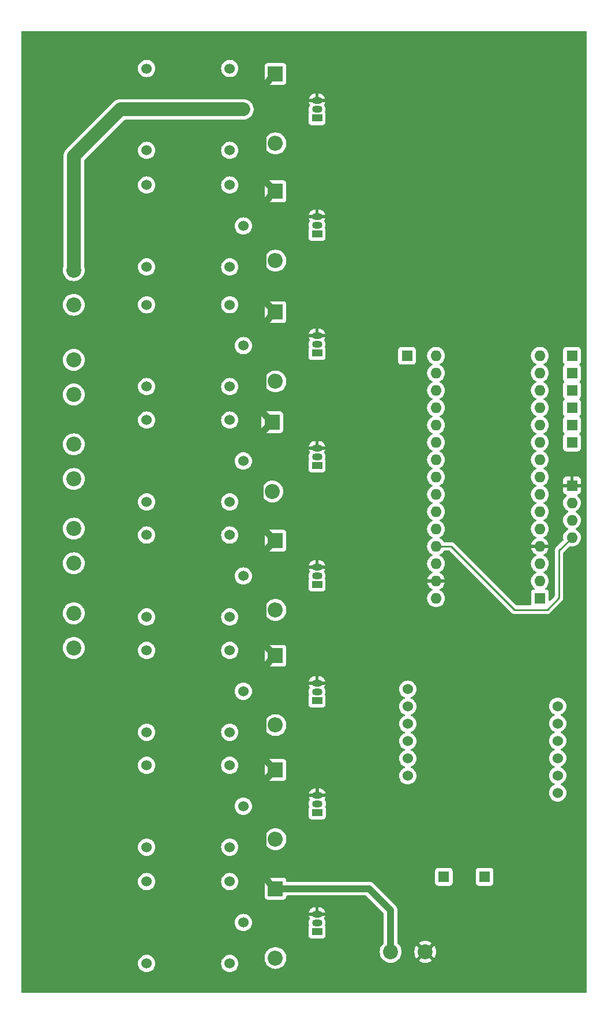
<source format=gbr>
%TF.GenerationSoftware,KiCad,Pcbnew,7.0.5*%
%TF.CreationDate,2024-04-02T13:29:20+05:30*%
%TF.ProjectId,RPFC_V0A,52504643-5f56-4304-912e-6b696361645f,rev?*%
%TF.SameCoordinates,Original*%
%TF.FileFunction,Copper,L2,Bot*%
%TF.FilePolarity,Positive*%
%FSLAX46Y46*%
G04 Gerber Fmt 4.6, Leading zero omitted, Abs format (unit mm)*
G04 Created by KiCad (PCBNEW 7.0.5) date 2024-04-02 13:29:20*
%MOMM*%
%LPD*%
G01*
G04 APERTURE LIST*
%TA.AperFunction,ComponentPad*%
%ADD10R,1.600000X1.600000*%
%TD*%
%TA.AperFunction,ComponentPad*%
%ADD11R,2.200000X2.200000*%
%TD*%
%TA.AperFunction,ComponentPad*%
%ADD12O,2.200000X2.200000*%
%TD*%
%TA.AperFunction,ComponentPad*%
%ADD13C,2.200000*%
%TD*%
%TA.AperFunction,ComponentPad*%
%ADD14R,1.500000X1.050000*%
%TD*%
%TA.AperFunction,ComponentPad*%
%ADD15O,1.500000X1.050000*%
%TD*%
%TA.AperFunction,ComponentPad*%
%ADD16C,1.524000*%
%TD*%
%TA.AperFunction,ComponentPad*%
%ADD17O,1.600000X1.600000*%
%TD*%
%TA.AperFunction,Conductor*%
%ADD18C,1.000000*%
%TD*%
%TA.AperFunction,Conductor*%
%ADD19C,0.250000*%
%TD*%
%TA.AperFunction,Conductor*%
%ADD20C,2.000000*%
%TD*%
G04 APERTURE END LIST*
D10*
%TO.P,H10,1*%
%TO.N,GND_buck*%
X80000000Y-150000000D03*
%TD*%
%TO.P,H9,1*%
%TO.N,VIN_buck*%
X86000000Y-150000000D03*
%TD*%
D11*
%TO.P,D8,1,K*%
%TO.N,VIN*%
X55300000Y-151730000D03*
D12*
%TO.P,D8,2,A*%
%TO.N,Net-(D8-A)*%
X55300000Y-161890000D03*
%TD*%
D11*
%TO.P,D1,1,K*%
%TO.N,VIN*%
X55300000Y-32320000D03*
D12*
%TO.P,D1,2,A*%
%TO.N,Net-(D1-A)*%
X55300000Y-42480000D03*
%TD*%
D13*
%TO.P,TB5,1,+ve*%
%TO.N,/switching_circuit/SW_C6*%
X25700000Y-98960000D03*
%TO.P,TB5,2,-ve*%
%TO.N,/switching_circuit/SW_C7*%
X25700000Y-104040000D03*
%TD*%
D12*
%TO.P,D3,2,A*%
%TO.N,Net-(D3-A)*%
X55300000Y-77380000D03*
D11*
%TO.P,D3,1,K*%
%TO.N,VIN*%
X55300000Y-67220000D03*
%TD*%
D10*
%TO.P,H8,1*%
%TO.N,MOSI*%
X98825000Y-76170000D03*
%TD*%
D14*
%TO.P,Q4,1,C*%
%TO.N,Net-(D3-A)*%
X61400000Y-73200000D03*
D15*
%TO.P,Q4,2,B*%
%TO.N,Net-(Q4-B)*%
X61400000Y-71930000D03*
%TO.P,Q4,3,E*%
%TO.N,GND*%
X61400000Y-70660000D03*
%TD*%
D16*
%TO.P,SW4,1,COM*%
%TO.N,/switching_circuit/COM*%
X50600000Y-89040000D03*
%TO.P,SW4,2,+ve*%
%TO.N,VIN*%
X48600000Y-83040000D03*
%TO.P,SW4,3,-ve*%
%TO.N,Net-(D4-A)*%
X48600000Y-95040000D03*
%TO.P,SW4,4,NC*%
%TO.N,unconnected-(SW4-NC-Pad4)*%
X36400000Y-95040000D03*
%TO.P,SW4,5,NO*%
%TO.N,/switching_circuit/SW_C4*%
X36400000Y-83040000D03*
%TD*%
%TO.P,SW7,1,COM*%
%TO.N,/switching_circuit/COM*%
X50600000Y-139650000D03*
%TO.P,SW7,2,+ve*%
%TO.N,VIN*%
X48600000Y-133650000D03*
%TO.P,SW7,3,-ve*%
%TO.N,Net-(D7-A)*%
X48600000Y-145650000D03*
%TO.P,SW7,4,NC*%
%TO.N,unconnected-(SW7-NC-Pad4)*%
X36400000Y-145650000D03*
%TO.P,SW7,5,NO*%
%TO.N,/switching_circuit/SW_C7*%
X36400000Y-133650000D03*
%TD*%
D14*
%TO.P,Q6,1,C*%
%TO.N,Net-(D5-A)*%
X61400000Y-107140000D03*
D15*
%TO.P,Q6,2,B*%
%TO.N,Net-(Q6-B)*%
X61400000Y-105870000D03*
%TO.P,Q6,3,E*%
%TO.N,GND*%
X61400000Y-104600000D03*
%TD*%
D14*
%TO.P,Q3,1,C*%
%TO.N,Net-(D2-A)*%
X61400000Y-55740000D03*
D15*
%TO.P,Q3,2,B*%
%TO.N,Net-(Q3-B)*%
X61400000Y-54470000D03*
%TO.P,Q3,3,E*%
%TO.N,GND*%
X61400000Y-53200000D03*
%TD*%
D14*
%TO.P,Q1,1,C*%
%TO.N,Net-(D1-A)*%
X61400000Y-38770000D03*
D15*
%TO.P,Q1,2,B*%
%TO.N,Net-(Q1-B)*%
X61400000Y-37500000D03*
%TO.P,Q1,3,E*%
%TO.N,GND*%
X61400000Y-36230000D03*
%TD*%
D16*
%TO.P,SW6,1,COM*%
%TO.N,/switching_circuit/COM*%
X50600000Y-122800000D03*
%TO.P,SW6,2,+ve*%
%TO.N,VIN*%
X48600000Y-116800000D03*
%TO.P,SW6,3,-ve*%
%TO.N,Net-(D6-A)*%
X48600000Y-128800000D03*
%TO.P,SW6,4,NC*%
%TO.N,unconnected-(SW6-NC-Pad4)*%
X36400000Y-128800000D03*
%TO.P,SW6,5,NO*%
%TO.N,/switching_circuit/SW_C6*%
X36400000Y-116800000D03*
%TD*%
%TO.P,SW8,1,COM*%
%TO.N,/switching_circuit/COM*%
X50600000Y-156700000D03*
%TO.P,SW8,2,+ve*%
%TO.N,VIN*%
X48600000Y-150700000D03*
%TO.P,SW8,3,-ve*%
%TO.N,Net-(D8-A)*%
X48600000Y-162700000D03*
%TO.P,SW8,4,NC*%
%TO.N,unconnected-(SW8-NC-Pad4)*%
X36400000Y-162700000D03*
%TO.P,SW8,5,NO*%
%TO.N,/switching_circuit/SW_C8*%
X36400000Y-150700000D03*
%TD*%
%TO.P,SW2,1,COM*%
%TO.N,/switching_circuit/COM*%
X50600000Y-54590000D03*
%TO.P,SW2,2,+ve*%
%TO.N,VIN*%
X48600000Y-48590000D03*
%TO.P,SW2,3,-ve*%
%TO.N,Net-(D2-A)*%
X48600000Y-60590000D03*
%TO.P,SW2,4,NC*%
%TO.N,unconnected-(SW2-NC-Pad4)*%
X36400000Y-60590000D03*
%TO.P,SW2,5,NO*%
%TO.N,/switching_circuit/SW_C2*%
X36400000Y-48590000D03*
%TD*%
D11*
%TO.P,D4,1,K*%
%TO.N,VIN*%
X54850000Y-83360000D03*
D12*
%TO.P,D4,2,A*%
%TO.N,Net-(D4-A)*%
X54850000Y-93520000D03*
%TD*%
D13*
%TO.P,TB4,1,+ve*%
%TO.N,/switching_circuit/SW_C4*%
X25700000Y-86600000D03*
%TO.P,TB4,2,-ve*%
%TO.N,/switching_circuit/SW_C5*%
X25700000Y-91680000D03*
%TD*%
D16*
%TO.P,SW3,5,NO*%
%TO.N,/switching_circuit/SW_C3*%
X36400000Y-66130000D03*
%TO.P,SW3,4,NC*%
%TO.N,unconnected-(SW3-NC-Pad4)*%
X36400000Y-78130000D03*
%TO.P,SW3,3,-ve*%
%TO.N,Net-(D3-A)*%
X48600000Y-78130000D03*
%TO.P,SW3,2,+ve*%
%TO.N,VIN*%
X48600000Y-66130000D03*
%TO.P,SW3,1,COM*%
%TO.N,/switching_circuit/COM*%
X50600000Y-72130000D03*
%TD*%
%TO.P,SW5,1,COM*%
%TO.N,/switching_circuit/COM*%
X50600000Y-105900000D03*
%TO.P,SW5,2,+ve*%
%TO.N,VIN*%
X48600000Y-99900000D03*
%TO.P,SW5,3,-ve*%
%TO.N,Net-(D5-A)*%
X48600000Y-111900000D03*
%TO.P,SW5,4,NC*%
%TO.N,unconnected-(SW5-NC-Pad4)*%
X36400000Y-111900000D03*
%TO.P,SW5,5,NO*%
%TO.N,/switching_circuit/SW_C5*%
X36400000Y-99900000D03*
%TD*%
D10*
%TO.P,H7,1*%
%TO.N,MISO*%
X98825000Y-73630000D03*
%TD*%
%TO.P,A1,1,TX1*%
%TO.N,TX1*%
X94115000Y-109170000D03*
D17*
%TO.P,A1,2,RX1*%
%TO.N,RX1*%
X94115000Y-106630000D03*
%TO.P,A1,3,~{RESET}*%
%TO.N,unconnected-(A1-~{RESET}-Pad3)*%
X94115000Y-104090000D03*
%TO.P,A1,4,GND*%
%TO.N,GND*%
X94115000Y-101550000D03*
%TO.P,A1,5,D2*%
%TO.N,SIMTX*%
X94115000Y-99010000D03*
%TO.P,A1,6,D3*%
%TO.N,~SIMRX*%
X94115000Y-96470000D03*
%TO.P,A1,7,D4*%
%TO.N,D4*%
X94115000Y-93930000D03*
%TO.P,A1,8,D5*%
%TO.N,/PZEMRX*%
X94115000Y-91390000D03*
%TO.P,A1,9,D6*%
%TO.N,/PZEMTX*%
X94115000Y-88850000D03*
%TO.P,A1,10,D7*%
%TO.N,D7*%
X94115000Y-86310000D03*
%TO.P,A1,11,D8*%
%TO.N,D8*%
X94115000Y-83770000D03*
%TO.P,A1,12,D9*%
%TO.N,D9*%
X94115000Y-81230000D03*
%TO.P,A1,13,D10*%
%TO.N,D10*%
X94115000Y-78690000D03*
%TO.P,A1,14,MOSI*%
%TO.N,MOSI*%
X94115000Y-76150000D03*
%TO.P,A1,15,MISO*%
%TO.N,MISO*%
X94115000Y-73610000D03*
%TO.P,A1,16,SCK*%
%TO.N,SCK*%
X78875000Y-73610000D03*
%TO.P,A1,17,3V3*%
%TO.N,3V3*%
X78875000Y-76150000D03*
%TO.P,A1,18,AREF*%
%TO.N,unconnected-(A1-AREF-Pad18)*%
X78875000Y-78690000D03*
%TO.P,A1,19,A0*%
%TO.N,/switching_circuit/A0*%
X78875000Y-81230000D03*
%TO.P,A1,20,A1*%
%TO.N,/switching_circuit/A1*%
X78875000Y-83770000D03*
%TO.P,A1,21,A2*%
%TO.N,/switching_circuit/A2*%
X78875000Y-86310000D03*
%TO.P,A1,22,A3*%
%TO.N,/switching_circuit/A3*%
X78875000Y-88850000D03*
%TO.P,A1,23,SDA/A4*%
%TO.N,/switching_circuit/A4*%
X78875000Y-91390000D03*
%TO.P,A1,24,SCL/A5*%
%TO.N,/switching_circuit/A5*%
X78875000Y-93930000D03*
%TO.P,A1,25,A6*%
%TO.N,/switching_circuit/A6*%
X78875000Y-96470000D03*
%TO.P,A1,26,A7*%
%TO.N,/switching_circuit/A7*%
X78875000Y-99010000D03*
%TO.P,A1,27,+5V*%
%TO.N,+5V*%
X78875000Y-101550000D03*
%TO.P,A1,28,~{RESET}*%
%TO.N,unconnected-(A1-~{RESET}-Pad28)*%
X78875000Y-104090000D03*
%TO.P,A1,29,GND*%
%TO.N,GND*%
X78875000Y-106630000D03*
%TO.P,A1,30,VIN*%
%TO.N,VIN*%
X78875000Y-109170000D03*
%TD*%
D10*
%TO.P,H6,1*%
%TO.N,SCK*%
X74615000Y-73610000D03*
%TD*%
D14*
%TO.P,Q2,1,C*%
%TO.N,Net-(D6-A)*%
X61400000Y-124140000D03*
D15*
%TO.P,Q2,2,B*%
%TO.N,Net-(Q2-B)*%
X61400000Y-122870000D03*
%TO.P,Q2,3,E*%
%TO.N,GND*%
X61400000Y-121600000D03*
%TD*%
D13*
%TO.P,TB3,1,+ve*%
%TO.N,/switching_circuit/SW_C2*%
X25700000Y-74220000D03*
%TO.P,TB3,2,-ve*%
%TO.N,/switching_circuit/SW_C3*%
X25700000Y-79300000D03*
%TD*%
D14*
%TO.P,Q8,1,C*%
%TO.N,Net-(D8-A)*%
X61400000Y-158000000D03*
D15*
%TO.P,Q8,2,B*%
%TO.N,Net-(Q8-B)*%
X61400000Y-156730000D03*
%TO.P,Q8,3,E*%
%TO.N,GND*%
X61400000Y-155460000D03*
%TD*%
D13*
%TO.P,TB2,1,+ve*%
%TO.N,/switching_circuit/COM*%
X25700000Y-61060000D03*
%TO.P,TB2,2,-ve*%
%TO.N,/switching_circuit/SW_C1*%
X25700000Y-66140000D03*
%TD*%
D16*
%TO.P,SW1,1,COM*%
%TO.N,/switching_circuit/COM*%
X50600000Y-37500000D03*
%TO.P,SW1,2,+ve*%
%TO.N,VIN*%
X48600000Y-31500000D03*
%TO.P,SW1,3,-ve*%
%TO.N,Net-(D1-A)*%
X48600000Y-43500000D03*
%TO.P,SW1,4,NC*%
%TO.N,unconnected-(SW1-NC-Pad4)*%
X36400000Y-43500000D03*
%TO.P,SW1,5,NO*%
%TO.N,/switching_circuit/SW_C1*%
X36400000Y-31500000D03*
%TD*%
D10*
%TO.P,H3,1*%
%TO.N,D8*%
X98825000Y-83790000D03*
%TD*%
D16*
%TO.P,U1,1,SPK-*%
%TO.N,unconnected-(U1-SPK--Pad1)*%
X74730000Y-122490000D03*
%TO.P,U1,2,SPK+*%
%TO.N,unconnected-(U1-SPK+-Pad2)*%
X74730000Y-125030000D03*
%TO.P,U1,3,MIC-*%
%TO.N,unconnected-(U1-MIC--Pad3)*%
X74730000Y-127570000D03*
%TO.P,U1,4,MIC+*%
%TO.N,unconnected-(U1-MIC+-Pad4)*%
X74730000Y-130110000D03*
%TO.P,U1,5,DTR*%
%TO.N,unconnected-(U1-DTR-Pad5)*%
X74730000Y-132650000D03*
%TO.P,U1,6,RING*%
%TO.N,unconnected-(U1-RING-Pad6)*%
X74730000Y-135190000D03*
%TO.P,U1,7,NET*%
%TO.N,unconnected-(U1-NET-Pad7)*%
X96730000Y-137690000D03*
%TO.P,U1,8,VCC*%
%TO.N,VIN_buck*%
X96730000Y-135150000D03*
%TO.P,U1,9,RST*%
%TO.N,unconnected-(U1-RST-Pad9)*%
X96730000Y-132610000D03*
%TO.P,U1,10,RXD*%
%TO.N,~SIMRX*%
X96730000Y-130070000D03*
%TO.P,U1,11,TXD*%
%TO.N,SIMTX*%
X96730000Y-127530000D03*
%TO.P,U1,12,GND*%
%TO.N,GND_buck*%
X96730000Y-124990000D03*
%TD*%
D10*
%TO.P,H5,1*%
%TO.N,D10*%
X98825000Y-78670000D03*
%TD*%
D11*
%TO.P,D7,1,K*%
%TO.N,VIN*%
X55300000Y-134320000D03*
D12*
%TO.P,D7,2,A*%
%TO.N,Net-(D7-A)*%
X55300000Y-144480000D03*
%TD*%
D13*
%TO.P,TB6,1,+ve*%
%TO.N,/switching_circuit/SW_C8*%
X25700000Y-111360000D03*
%TO.P,TB6,2,-ve*%
X25700000Y-116440000D03*
%TD*%
D14*
%TO.P,Q5,1,C*%
%TO.N,Net-(D4-A)*%
X61400000Y-89670000D03*
D15*
%TO.P,Q5,2,B*%
%TO.N,Net-(Q5-B)*%
X61400000Y-88400000D03*
%TO.P,Q5,3,E*%
%TO.N,GND*%
X61400000Y-87130000D03*
%TD*%
D10*
%TO.P,H2,1*%
%TO.N,D9*%
X98825000Y-81250000D03*
%TD*%
D11*
%TO.P,D6,1,K*%
%TO.N,VIN*%
X55300000Y-117600000D03*
D12*
%TO.P,D6,2,A*%
%TO.N,Net-(D6-A)*%
X55300000Y-127760000D03*
%TD*%
D11*
%TO.P,D2,1,K*%
%TO.N,VIN*%
X55300000Y-49510000D03*
D12*
%TO.P,D2,2,A*%
%TO.N,Net-(D2-A)*%
X55300000Y-59670000D03*
%TD*%
D13*
%TO.P,TB1,1,+ve*%
%TO.N,VIN*%
X72220000Y-160985000D03*
%TO.P,TB1,2,-ve*%
%TO.N,GND*%
X77300000Y-160985000D03*
%TD*%
D11*
%TO.P,D5,1,K*%
%TO.N,VIN*%
X55300000Y-100720000D03*
D12*
%TO.P,D5,2,A*%
%TO.N,Net-(D5-A)*%
X55300000Y-110880000D03*
%TD*%
D10*
%TO.P,H1,1*%
%TO.N,GND*%
X98825000Y-92640000D03*
D17*
%TO.P,H1,2*%
%TO.N,/PZEMTX*%
X98825000Y-95180000D03*
%TO.P,H1,3*%
%TO.N,/PZEMRX*%
X98825000Y-97720000D03*
%TO.P,H1,4*%
%TO.N,+5V*%
X98825000Y-100260000D03*
%TD*%
D10*
%TO.P,H4,1*%
%TO.N,D7*%
X98825000Y-86330000D03*
%TD*%
D14*
%TO.P,Q7,1,C*%
%TO.N,Net-(D7-A)*%
X61440000Y-140570000D03*
D15*
%TO.P,Q7,2,B*%
%TO.N,Net-(Q7-B)*%
X61440000Y-139300000D03*
%TO.P,Q7,3,E*%
%TO.N,GND*%
X61440000Y-138030000D03*
%TD*%
D18*
%TO.N,VIN*%
X53500000Y-136120000D02*
X55300000Y-134320000D01*
X53500000Y-149930000D02*
X53500000Y-136120000D01*
X55300000Y-151730000D02*
X53500000Y-149930000D01*
X53500000Y-119400000D02*
X55300000Y-117600000D01*
X53500000Y-132520000D02*
X53500000Y-119400000D01*
X55300000Y-134320000D02*
X53500000Y-132520000D01*
X53500000Y-102520000D02*
X55300000Y-100720000D01*
X53500000Y-115800000D02*
X53500000Y-102520000D01*
X55300000Y-117600000D02*
X53500000Y-115800000D01*
X53050000Y-98470000D02*
X53050000Y-85160000D01*
X53050000Y-85160000D02*
X54850000Y-83360000D01*
X55300000Y-100720000D02*
X53050000Y-98470000D01*
X53500000Y-69020000D02*
X55300000Y-67220000D01*
X53500000Y-82010000D02*
X53500000Y-69020000D01*
X54850000Y-83360000D02*
X53500000Y-82010000D01*
X53500000Y-65420000D02*
X53500000Y-51310000D01*
X55300000Y-67220000D02*
X53500000Y-65420000D01*
X53500000Y-51310000D02*
X55300000Y-49510000D01*
X53500000Y-34120000D02*
X55300000Y-32320000D01*
X53500000Y-47710000D02*
X53500000Y-34120000D01*
X55300000Y-49510000D02*
X53500000Y-47710000D01*
D19*
%TO.N,+5V*%
X81120000Y-101550000D02*
X78875000Y-101550000D01*
X90410000Y-110840000D02*
X81120000Y-101550000D01*
X95190000Y-110840000D02*
X90410000Y-110840000D01*
X96910000Y-109120000D02*
X95190000Y-110840000D01*
X96910000Y-102175000D02*
X96910000Y-109120000D01*
X98825000Y-100260000D02*
X96910000Y-102175000D01*
D18*
%TO.N,VIN*%
X69050000Y-151730000D02*
X55300000Y-151730000D01*
X72220000Y-160985000D02*
X72220000Y-154900000D01*
X72220000Y-154900000D02*
X69050000Y-151730000D01*
D20*
%TO.N,/switching_circuit/COM*%
X25700000Y-44360000D02*
X32560000Y-37500000D01*
X25700000Y-61060000D02*
X25700000Y-44360000D01*
X32560000Y-37500000D02*
X50600000Y-37500000D01*
%TD*%
%TA.AperFunction,Conductor*%
%TO.N,GND*%
G36*
X100943039Y-26019685D02*
G01*
X100988794Y-26072489D01*
X101000000Y-26124000D01*
X101000000Y-166876000D01*
X100980315Y-166943039D01*
X100927511Y-166988794D01*
X100876000Y-167000000D01*
X18124000Y-167000000D01*
X18056961Y-166980315D01*
X18011206Y-166927511D01*
X18000000Y-166876000D01*
X18000000Y-162700002D01*
X35132677Y-162700002D01*
X35151929Y-162920062D01*
X35151930Y-162920070D01*
X35209104Y-163133445D01*
X35209105Y-163133447D01*
X35209106Y-163133450D01*
X35296313Y-163320466D01*
X35302466Y-163333662D01*
X35302468Y-163333666D01*
X35429170Y-163514615D01*
X35429175Y-163514621D01*
X35585378Y-163670824D01*
X35585384Y-163670829D01*
X35766333Y-163797531D01*
X35766335Y-163797532D01*
X35766338Y-163797534D01*
X35966550Y-163890894D01*
X36179932Y-163948070D01*
X36337123Y-163961822D01*
X36399998Y-163967323D01*
X36400000Y-163967323D01*
X36400002Y-163967323D01*
X36455017Y-163962509D01*
X36620068Y-163948070D01*
X36833450Y-163890894D01*
X37033662Y-163797534D01*
X37214620Y-163670826D01*
X37370826Y-163514620D01*
X37497534Y-163333662D01*
X37590894Y-163133450D01*
X37648070Y-162920068D01*
X37667323Y-162700002D01*
X47332677Y-162700002D01*
X47351929Y-162920062D01*
X47351930Y-162920070D01*
X47409104Y-163133445D01*
X47409105Y-163133447D01*
X47409106Y-163133450D01*
X47496313Y-163320466D01*
X47502466Y-163333662D01*
X47502468Y-163333666D01*
X47629170Y-163514615D01*
X47629175Y-163514621D01*
X47785378Y-163670824D01*
X47785384Y-163670829D01*
X47966333Y-163797531D01*
X47966335Y-163797532D01*
X47966338Y-163797534D01*
X48166550Y-163890894D01*
X48379932Y-163948070D01*
X48537123Y-163961822D01*
X48599998Y-163967323D01*
X48600000Y-163967323D01*
X48600002Y-163967323D01*
X48655017Y-163962509D01*
X48820068Y-163948070D01*
X49033450Y-163890894D01*
X49233662Y-163797534D01*
X49414620Y-163670826D01*
X49570826Y-163514620D01*
X49697534Y-163333662D01*
X49790894Y-163133450D01*
X49848070Y-162920068D01*
X49867323Y-162700000D01*
X49848070Y-162479932D01*
X49790894Y-162266550D01*
X49697534Y-162066339D01*
X49601494Y-161929179D01*
X49574061Y-161890000D01*
X53694551Y-161890000D01*
X53714317Y-162141151D01*
X53773126Y-162386110D01*
X53869533Y-162618859D01*
X54001160Y-162833653D01*
X54001161Y-162833656D01*
X54001164Y-162833659D01*
X54164776Y-163025224D01*
X54291494Y-163133451D01*
X54356343Y-163188838D01*
X54356346Y-163188839D01*
X54571140Y-163320466D01*
X54803888Y-163416872D01*
X54803889Y-163416873D01*
X55048852Y-163475683D01*
X55300000Y-163495449D01*
X55551148Y-163475683D01*
X55796111Y-163416873D01*
X56028859Y-163320466D01*
X56243659Y-163188836D01*
X56435224Y-163025224D01*
X56598836Y-162833659D01*
X56730466Y-162618859D01*
X56826873Y-162386111D01*
X56885683Y-162141148D01*
X56905449Y-161890000D01*
X56885683Y-161638852D01*
X56826873Y-161393889D01*
X56761535Y-161236148D01*
X56730466Y-161161140D01*
X56598839Y-160946346D01*
X56598838Y-160946343D01*
X56559261Y-160900005D01*
X56435224Y-160754776D01*
X56290823Y-160631446D01*
X56243656Y-160591161D01*
X56243653Y-160591160D01*
X56028859Y-160459533D01*
X55796110Y-160363126D01*
X55551151Y-160304317D01*
X55300000Y-160284551D01*
X55048848Y-160304317D01*
X54803889Y-160363126D01*
X54571140Y-160459533D01*
X54356346Y-160591160D01*
X54356343Y-160591161D01*
X54164776Y-160754776D01*
X54001161Y-160946343D01*
X54001160Y-160946346D01*
X53869533Y-161161140D01*
X53773126Y-161393889D01*
X53714317Y-161638848D01*
X53694551Y-161890000D01*
X49574061Y-161890000D01*
X49570827Y-161885381D01*
X49570823Y-161885377D01*
X49414620Y-161729174D01*
X49414616Y-161729171D01*
X49414615Y-161729170D01*
X49233666Y-161602468D01*
X49233662Y-161602466D01*
X49233661Y-161602465D01*
X49033450Y-161509106D01*
X49033447Y-161509105D01*
X49033445Y-161509104D01*
X48820070Y-161451930D01*
X48820062Y-161451929D01*
X48600002Y-161432677D01*
X48599998Y-161432677D01*
X48379937Y-161451929D01*
X48379929Y-161451930D01*
X48166554Y-161509104D01*
X48166548Y-161509107D01*
X47966340Y-161602465D01*
X47966338Y-161602466D01*
X47785377Y-161729175D01*
X47629175Y-161885377D01*
X47502466Y-162066338D01*
X47502465Y-162066340D01*
X47409107Y-162266548D01*
X47409104Y-162266554D01*
X47351930Y-162479929D01*
X47351929Y-162479937D01*
X47332677Y-162699997D01*
X47332677Y-162700002D01*
X37667323Y-162700002D01*
X37667323Y-162700000D01*
X37648070Y-162479932D01*
X37590894Y-162266550D01*
X37497534Y-162066339D01*
X37401494Y-161929179D01*
X37370827Y-161885381D01*
X37370823Y-161885377D01*
X37214620Y-161729174D01*
X37214616Y-161729171D01*
X37214615Y-161729170D01*
X37033666Y-161602468D01*
X37033662Y-161602466D01*
X37033661Y-161602465D01*
X36833450Y-161509106D01*
X36833447Y-161509105D01*
X36833445Y-161509104D01*
X36620070Y-161451930D01*
X36620062Y-161451929D01*
X36400002Y-161432677D01*
X36399998Y-161432677D01*
X36179937Y-161451929D01*
X36179929Y-161451930D01*
X35966554Y-161509104D01*
X35966548Y-161509107D01*
X35766340Y-161602465D01*
X35766338Y-161602466D01*
X35585377Y-161729175D01*
X35429175Y-161885377D01*
X35302466Y-162066338D01*
X35302465Y-162066340D01*
X35209107Y-162266548D01*
X35209104Y-162266554D01*
X35151930Y-162479929D01*
X35151929Y-162479937D01*
X35132677Y-162699997D01*
X35132677Y-162700002D01*
X18000000Y-162700002D01*
X18000000Y-156700002D01*
X49332677Y-156700002D01*
X49351929Y-156920062D01*
X49351930Y-156920070D01*
X49409104Y-157133445D01*
X49409105Y-157133447D01*
X49409106Y-157133450D01*
X49502465Y-157333662D01*
X49502466Y-157333662D01*
X49502468Y-157333666D01*
X49629170Y-157514615D01*
X49629175Y-157514621D01*
X49785378Y-157670824D01*
X49785384Y-157670829D01*
X49966333Y-157797531D01*
X49966335Y-157797532D01*
X49966338Y-157797534D01*
X50166550Y-157890894D01*
X50379932Y-157948070D01*
X50537123Y-157961822D01*
X50599998Y-157967323D01*
X50600000Y-157967323D01*
X50600002Y-157967323D01*
X50655017Y-157962509D01*
X50820068Y-157948070D01*
X51033450Y-157890894D01*
X51233662Y-157797534D01*
X51414620Y-157670826D01*
X51570826Y-157514620D01*
X51697534Y-157333662D01*
X51790894Y-157133450D01*
X51848070Y-156920068D01*
X51864698Y-156730000D01*
X51864698Y-156729999D01*
X60144538Y-156729999D01*
X60164337Y-156931031D01*
X60223306Y-157125424D01*
X60223929Y-157195291D01*
X60209530Y-157224386D01*
X60210452Y-157224890D01*
X60206202Y-157232671D01*
X60155908Y-157367517D01*
X60149501Y-157427116D01*
X60149501Y-157427123D01*
X60149500Y-157427135D01*
X60149500Y-158572870D01*
X60149501Y-158572876D01*
X60155908Y-158632483D01*
X60206202Y-158767328D01*
X60206206Y-158767335D01*
X60292452Y-158882544D01*
X60292455Y-158882547D01*
X60407664Y-158968793D01*
X60407671Y-158968797D01*
X60542517Y-159019091D01*
X60542516Y-159019091D01*
X60549444Y-159019835D01*
X60602127Y-159025500D01*
X62197872Y-159025499D01*
X62257483Y-159019091D01*
X62392331Y-158968796D01*
X62507546Y-158882546D01*
X62593796Y-158767331D01*
X62644091Y-158632483D01*
X62650500Y-158572873D01*
X62650499Y-157427128D01*
X62644091Y-157367517D01*
X62631465Y-157333666D01*
X62593797Y-157232671D01*
X62589546Y-157224886D01*
X62591621Y-157223752D01*
X62571671Y-157170274D01*
X62576694Y-157125423D01*
X62577021Y-157124344D01*
X62577023Y-157124341D01*
X62635662Y-156931033D01*
X62655462Y-156730000D01*
X62635662Y-156528967D01*
X62577023Y-156335659D01*
X62577021Y-156335656D01*
X62577021Y-156335654D01*
X62479348Y-156152921D01*
X62465106Y-156084518D01*
X62479348Y-156036014D01*
X62576557Y-155854151D01*
X62620285Y-155710000D01*
X61734271Y-155710000D01*
X61728191Y-155709701D01*
X61692223Y-155706158D01*
X61683854Y-155705334D01*
X61718278Y-155667941D01*
X61768551Y-155553330D01*
X61778886Y-155428605D01*
X61748163Y-155307281D01*
X61684606Y-155210000D01*
X62620285Y-155210000D01*
X62576557Y-155065846D01*
X62481384Y-154887790D01*
X62481379Y-154887784D01*
X62353292Y-154731707D01*
X62197215Y-154603620D01*
X62197209Y-154603615D01*
X62019154Y-154508443D01*
X61825932Y-154449829D01*
X61675358Y-154435000D01*
X61650000Y-154435000D01*
X61650000Y-155179382D01*
X61580948Y-155125637D01*
X61462576Y-155085000D01*
X61368927Y-155085000D01*
X61276554Y-155100414D01*
X61166486Y-155159981D01*
X61150000Y-155177889D01*
X61150000Y-154435000D01*
X61124642Y-154435000D01*
X60974067Y-154449829D01*
X60780845Y-154508443D01*
X60602790Y-154603615D01*
X60602784Y-154603620D01*
X60446707Y-154731707D01*
X60318620Y-154887784D01*
X60318615Y-154887790D01*
X60223442Y-155065846D01*
X60179715Y-155210000D01*
X61120440Y-155210000D01*
X61081722Y-155252059D01*
X61031449Y-155366670D01*
X61021114Y-155491395D01*
X61051837Y-155612719D01*
X61112575Y-155705686D01*
X61107776Y-155706158D01*
X61071809Y-155709701D01*
X61065729Y-155710000D01*
X60179715Y-155710000D01*
X60223442Y-155854153D01*
X60320651Y-156036016D01*
X60334893Y-156104418D01*
X60320651Y-156152922D01*
X60222978Y-156335654D01*
X60164337Y-156528968D01*
X60144538Y-156729999D01*
X51864698Y-156729999D01*
X51867323Y-156700002D01*
X51867323Y-156699997D01*
X51848070Y-156479937D01*
X51848070Y-156479932D01*
X51790894Y-156266550D01*
X51697534Y-156066339D01*
X51570826Y-155885380D01*
X51414620Y-155729174D01*
X51414616Y-155729171D01*
X51414615Y-155729170D01*
X51233666Y-155602468D01*
X51233662Y-155602466D01*
X51233662Y-155602465D01*
X51033450Y-155509106D01*
X51033447Y-155509105D01*
X51033445Y-155509104D01*
X50820070Y-155451930D01*
X50820062Y-155451929D01*
X50600002Y-155432677D01*
X50599998Y-155432677D01*
X50379937Y-155451929D01*
X50379929Y-155451930D01*
X50166554Y-155509104D01*
X50166548Y-155509107D01*
X49966340Y-155602465D01*
X49966338Y-155602466D01*
X49785377Y-155729175D01*
X49629175Y-155885377D01*
X49502466Y-156066338D01*
X49502465Y-156066340D01*
X49409107Y-156266548D01*
X49409104Y-156266554D01*
X49351930Y-156479929D01*
X49351929Y-156479937D01*
X49332677Y-156699997D01*
X49332677Y-156700002D01*
X18000000Y-156700002D01*
X18000000Y-152877870D01*
X53699500Y-152877870D01*
X53699501Y-152877876D01*
X53705908Y-152937483D01*
X53756202Y-153072328D01*
X53756206Y-153072335D01*
X53842452Y-153187544D01*
X53842455Y-153187547D01*
X53957664Y-153273793D01*
X53957671Y-153273797D01*
X54092517Y-153324091D01*
X54092516Y-153324091D01*
X54099444Y-153324835D01*
X54152127Y-153330500D01*
X56447872Y-153330499D01*
X56507483Y-153324091D01*
X56642331Y-153273796D01*
X56757546Y-153187546D01*
X56843796Y-153072331D01*
X56894091Y-152937483D01*
X56900500Y-152877873D01*
X56900500Y-152854500D01*
X56920185Y-152787461D01*
X56972989Y-152741706D01*
X57024500Y-152730500D01*
X68584217Y-152730500D01*
X68651256Y-152750185D01*
X68671898Y-152766819D01*
X71183181Y-155278101D01*
X71216666Y-155339424D01*
X71219500Y-155365782D01*
X71219500Y-159677545D01*
X71199815Y-159744584D01*
X71176032Y-159771835D01*
X71084776Y-159849776D01*
X70921161Y-160041343D01*
X70921160Y-160041346D01*
X70789533Y-160256140D01*
X70693126Y-160488889D01*
X70634317Y-160733848D01*
X70614551Y-160985000D01*
X70634317Y-161236151D01*
X70693126Y-161481110D01*
X70789533Y-161713859D01*
X70921160Y-161928653D01*
X70921161Y-161928656D01*
X70921164Y-161928659D01*
X71084776Y-162120224D01*
X71233066Y-162246875D01*
X71276343Y-162283838D01*
X71276346Y-162283839D01*
X71491140Y-162415466D01*
X71646769Y-162479929D01*
X71723889Y-162511873D01*
X71968852Y-162570683D01*
X72220000Y-162590449D01*
X72471148Y-162570683D01*
X72716111Y-162511873D01*
X72948859Y-162415466D01*
X73163659Y-162283836D01*
X73355224Y-162120224D01*
X73518836Y-161928659D01*
X73650466Y-161713859D01*
X73746873Y-161481111D01*
X73805683Y-161236148D01*
X73825449Y-160985000D01*
X73825449Y-160984999D01*
X75695052Y-160984999D01*
X75714812Y-161236072D01*
X75773603Y-161480956D01*
X75869980Y-161713631D01*
X76001566Y-161928358D01*
X76001577Y-161928374D01*
X76002264Y-161929178D01*
X76002266Y-161929178D01*
X76659859Y-161271585D01*
X76719680Y-161385566D01*
X76832405Y-161512806D01*
X76972305Y-161609371D01*
X77013542Y-161625010D01*
X76355819Y-162282732D01*
X76356636Y-162283430D01*
X76356638Y-162283432D01*
X76571368Y-162415019D01*
X76804043Y-162511396D01*
X77048927Y-162570187D01*
X77300000Y-162589947D01*
X77551072Y-162570187D01*
X77795956Y-162511396D01*
X78028631Y-162415019D01*
X78243360Y-162283432D01*
X78243371Y-162283424D01*
X78244179Y-162282732D01*
X77586457Y-161625010D01*
X77627695Y-161609371D01*
X77767595Y-161512806D01*
X77880320Y-161385566D01*
X77940140Y-161271587D01*
X78597732Y-161929179D01*
X78598424Y-161928371D01*
X78598432Y-161928360D01*
X78730019Y-161713631D01*
X78826396Y-161480956D01*
X78885187Y-161236072D01*
X78904947Y-160985000D01*
X78885187Y-160733927D01*
X78826396Y-160489043D01*
X78730019Y-160256368D01*
X78598432Y-160041638D01*
X78598430Y-160041636D01*
X78597732Y-160040819D01*
X77940139Y-160698412D01*
X77880320Y-160584434D01*
X77767595Y-160457194D01*
X77627695Y-160360629D01*
X77586456Y-160344989D01*
X78244178Y-159687266D01*
X78244178Y-159687264D01*
X78243374Y-159686577D01*
X78243358Y-159686566D01*
X78028631Y-159554980D01*
X77795956Y-159458603D01*
X77551072Y-159399812D01*
X77300000Y-159380052D01*
X77048927Y-159399812D01*
X76804043Y-159458603D01*
X76571368Y-159554980D01*
X76356637Y-159686568D01*
X76355820Y-159687266D01*
X77013543Y-160344989D01*
X76972305Y-160360629D01*
X76832405Y-160457194D01*
X76719680Y-160584434D01*
X76659859Y-160698413D01*
X76002266Y-160040820D01*
X76001568Y-160041637D01*
X75869980Y-160256368D01*
X75773603Y-160489043D01*
X75714812Y-160733927D01*
X75695052Y-160984999D01*
X73825449Y-160984999D01*
X73805683Y-160733852D01*
X73746873Y-160488889D01*
X73694781Y-160363127D01*
X73650466Y-160256140D01*
X73518839Y-160041346D01*
X73518838Y-160041343D01*
X73481875Y-159998066D01*
X73355224Y-159849776D01*
X73295376Y-159798660D01*
X73263968Y-159771835D01*
X73225775Y-159713327D01*
X73220500Y-159677545D01*
X73220500Y-154913491D01*
X73220520Y-154911921D01*
X73221132Y-154887790D01*
X73222757Y-154823637D01*
X73211933Y-154763249D01*
X73211280Y-154758587D01*
X73205074Y-154697563D01*
X73205074Y-154697562D01*
X73194784Y-154664768D01*
X73192917Y-154657155D01*
X73186858Y-154623347D01*
X73186857Y-154623345D01*
X73164102Y-154566379D01*
X73162521Y-154561938D01*
X73144157Y-154503407D01*
X73127488Y-154473378D01*
X73124117Y-154466278D01*
X73111378Y-154434386D01*
X73111377Y-154434383D01*
X73077620Y-154383163D01*
X73075180Y-154379134D01*
X73064379Y-154359675D01*
X73045409Y-154325498D01*
X73045407Y-154325495D01*
X73023033Y-154299434D01*
X73018302Y-154293159D01*
X72999402Y-154264481D01*
X72956012Y-154221091D01*
X72952822Y-154217648D01*
X72912867Y-154171106D01*
X72912863Y-154171102D01*
X72885698Y-154150074D01*
X72879811Y-154144890D01*
X69767011Y-151032091D01*
X69765915Y-151030967D01*
X69705061Y-150966949D01*
X69705060Y-150966948D01*
X69705059Y-150966947D01*
X69677204Y-150947559D01*
X69654709Y-150931902D01*
X69650946Y-150929064D01*
X69603413Y-150890305D01*
X69603406Y-150890300D01*
X69572959Y-150874397D01*
X69566251Y-150870334D01*
X69538049Y-150850705D01*
X69538046Y-150850703D01*
X69538045Y-150850703D01*
X69538041Y-150850701D01*
X69531444Y-150847870D01*
X78699500Y-150847870D01*
X78699501Y-150847876D01*
X78705908Y-150907483D01*
X78756202Y-151042328D01*
X78756206Y-151042335D01*
X78842452Y-151157544D01*
X78842455Y-151157547D01*
X78957664Y-151243793D01*
X78957671Y-151243797D01*
X79092517Y-151294091D01*
X79092516Y-151294091D01*
X79099444Y-151294835D01*
X79152127Y-151300500D01*
X80847872Y-151300499D01*
X80907483Y-151294091D01*
X81042331Y-151243796D01*
X81157546Y-151157546D01*
X81243796Y-151042331D01*
X81294091Y-150907483D01*
X81300500Y-150847873D01*
X81300500Y-150847870D01*
X84699500Y-150847870D01*
X84699501Y-150847876D01*
X84705908Y-150907483D01*
X84756202Y-151042328D01*
X84756206Y-151042335D01*
X84842452Y-151157544D01*
X84842455Y-151157547D01*
X84957664Y-151243793D01*
X84957671Y-151243797D01*
X85092517Y-151294091D01*
X85092516Y-151294091D01*
X85099444Y-151294835D01*
X85152127Y-151300500D01*
X86847872Y-151300499D01*
X86907483Y-151294091D01*
X87042331Y-151243796D01*
X87157546Y-151157546D01*
X87243796Y-151042331D01*
X87294091Y-150907483D01*
X87300500Y-150847873D01*
X87300499Y-149152128D01*
X87294091Y-149092517D01*
X87243796Y-148957669D01*
X87243795Y-148957668D01*
X87243793Y-148957664D01*
X87157547Y-148842455D01*
X87157544Y-148842452D01*
X87042335Y-148756206D01*
X87042328Y-148756202D01*
X86907482Y-148705908D01*
X86907483Y-148705908D01*
X86847883Y-148699501D01*
X86847881Y-148699500D01*
X86847873Y-148699500D01*
X86847864Y-148699500D01*
X85152129Y-148699500D01*
X85152123Y-148699501D01*
X85092516Y-148705908D01*
X84957671Y-148756202D01*
X84957664Y-148756206D01*
X84842455Y-148842452D01*
X84842452Y-148842455D01*
X84756206Y-148957664D01*
X84756202Y-148957671D01*
X84705908Y-149092517D01*
X84699501Y-149152116D01*
X84699501Y-149152123D01*
X84699500Y-149152135D01*
X84699500Y-150847870D01*
X81300500Y-150847870D01*
X81300499Y-149152128D01*
X81294091Y-149092517D01*
X81243796Y-148957669D01*
X81243795Y-148957668D01*
X81243793Y-148957664D01*
X81157547Y-148842455D01*
X81157544Y-148842452D01*
X81042335Y-148756206D01*
X81042328Y-148756202D01*
X80907482Y-148705908D01*
X80907483Y-148705908D01*
X80847883Y-148699501D01*
X80847881Y-148699500D01*
X80847873Y-148699500D01*
X80847864Y-148699500D01*
X79152129Y-148699500D01*
X79152123Y-148699501D01*
X79092516Y-148705908D01*
X78957671Y-148756202D01*
X78957664Y-148756206D01*
X78842455Y-148842452D01*
X78842452Y-148842455D01*
X78756206Y-148957664D01*
X78756202Y-148957671D01*
X78705908Y-149092517D01*
X78699501Y-149152116D01*
X78699501Y-149152123D01*
X78699500Y-149152135D01*
X78699500Y-150847870D01*
X69531444Y-150847870D01*
X69481680Y-150826514D01*
X69477424Y-150824493D01*
X69423057Y-150796094D01*
X69423050Y-150796091D01*
X69423049Y-150796091D01*
X69417008Y-150794362D01*
X69390030Y-150786642D01*
X69382630Y-150784008D01*
X69351057Y-150770459D01*
X69351058Y-150770459D01*
X69290966Y-150758109D01*
X69286391Y-150756986D01*
X69227420Y-150740113D01*
X69227425Y-150740113D01*
X69193158Y-150737503D01*
X69185380Y-150736412D01*
X69151742Y-150729500D01*
X69151741Y-150729500D01*
X69090402Y-150729500D01*
X69085695Y-150729321D01*
X69080121Y-150728896D01*
X69024524Y-150724662D01*
X69004589Y-150727201D01*
X68990440Y-150729003D01*
X68982611Y-150729500D01*
X57024499Y-150729500D01*
X56957460Y-150709815D01*
X56911705Y-150657011D01*
X56900499Y-150605500D01*
X56900499Y-150582129D01*
X56900498Y-150582123D01*
X56900497Y-150582116D01*
X56894091Y-150522517D01*
X56843796Y-150387669D01*
X56843795Y-150387668D01*
X56843793Y-150387664D01*
X56757547Y-150272455D01*
X56757544Y-150272452D01*
X56642335Y-150186206D01*
X56642328Y-150186202D01*
X56507482Y-150135908D01*
X56507483Y-150135908D01*
X56447883Y-150129501D01*
X56447881Y-150129500D01*
X56447873Y-150129500D01*
X56447864Y-150129500D01*
X54152129Y-150129500D01*
X54152123Y-150129501D01*
X54092516Y-150135908D01*
X53957671Y-150186202D01*
X53957664Y-150186206D01*
X53842455Y-150272452D01*
X53842452Y-150272455D01*
X53756206Y-150387664D01*
X53756202Y-150387671D01*
X53705908Y-150522517D01*
X53699501Y-150582116D01*
X53699501Y-150582123D01*
X53699500Y-150582135D01*
X53699500Y-152877870D01*
X18000000Y-152877870D01*
X18000000Y-150700002D01*
X35132677Y-150700002D01*
X35151929Y-150920062D01*
X35151930Y-150920070D01*
X35209104Y-151133445D01*
X35209105Y-151133447D01*
X35209106Y-151133450D01*
X35287002Y-151300499D01*
X35302466Y-151333662D01*
X35302468Y-151333666D01*
X35429170Y-151514615D01*
X35429175Y-151514621D01*
X35585378Y-151670824D01*
X35585384Y-151670829D01*
X35766333Y-151797531D01*
X35766335Y-151797532D01*
X35766338Y-151797534D01*
X35966550Y-151890894D01*
X36179932Y-151948070D01*
X36337123Y-151961822D01*
X36399998Y-151967323D01*
X36400000Y-151967323D01*
X36400002Y-151967323D01*
X36455017Y-151962509D01*
X36620068Y-151948070D01*
X36833450Y-151890894D01*
X37033662Y-151797534D01*
X37214620Y-151670826D01*
X37370826Y-151514620D01*
X37497534Y-151333662D01*
X37590894Y-151133450D01*
X37648070Y-150920068D01*
X37665165Y-150724663D01*
X37667323Y-150700002D01*
X47332677Y-150700002D01*
X47351929Y-150920062D01*
X47351930Y-150920070D01*
X47409104Y-151133445D01*
X47409105Y-151133447D01*
X47409106Y-151133450D01*
X47487002Y-151300499D01*
X47502466Y-151333662D01*
X47502468Y-151333666D01*
X47629170Y-151514615D01*
X47629175Y-151514621D01*
X47785378Y-151670824D01*
X47785384Y-151670829D01*
X47966333Y-151797531D01*
X47966335Y-151797532D01*
X47966338Y-151797534D01*
X48166550Y-151890894D01*
X48379932Y-151948070D01*
X48537123Y-151961822D01*
X48599998Y-151967323D01*
X48600000Y-151967323D01*
X48600002Y-151967323D01*
X48655017Y-151962509D01*
X48820068Y-151948070D01*
X49033450Y-151890894D01*
X49233662Y-151797534D01*
X49414620Y-151670826D01*
X49570826Y-151514620D01*
X49697534Y-151333662D01*
X49790894Y-151133450D01*
X49848070Y-150920068D01*
X49865165Y-150724663D01*
X49867323Y-150700002D01*
X49867323Y-150699997D01*
X49860103Y-150617474D01*
X49848070Y-150479932D01*
X49790894Y-150266550D01*
X49697534Y-150066339D01*
X49570826Y-149885380D01*
X49414620Y-149729174D01*
X49414616Y-149729171D01*
X49414615Y-149729170D01*
X49233666Y-149602468D01*
X49233662Y-149602466D01*
X49233661Y-149602465D01*
X49033450Y-149509106D01*
X49033447Y-149509105D01*
X49033445Y-149509104D01*
X48820070Y-149451930D01*
X48820062Y-149451929D01*
X48600002Y-149432677D01*
X48599998Y-149432677D01*
X48379937Y-149451929D01*
X48379929Y-149451930D01*
X48166554Y-149509104D01*
X48166548Y-149509107D01*
X47966340Y-149602465D01*
X47966338Y-149602466D01*
X47785377Y-149729175D01*
X47629175Y-149885377D01*
X47502466Y-150066338D01*
X47502465Y-150066340D01*
X47409107Y-150266548D01*
X47409104Y-150266554D01*
X47351930Y-150479929D01*
X47351929Y-150479937D01*
X47332677Y-150699997D01*
X47332677Y-150700002D01*
X37667323Y-150700002D01*
X37667323Y-150699997D01*
X37660103Y-150617474D01*
X37648070Y-150479932D01*
X37590894Y-150266550D01*
X37497534Y-150066339D01*
X37370826Y-149885380D01*
X37214620Y-149729174D01*
X37214616Y-149729171D01*
X37214615Y-149729170D01*
X37033666Y-149602468D01*
X37033662Y-149602466D01*
X37033661Y-149602465D01*
X36833450Y-149509106D01*
X36833447Y-149509105D01*
X36833445Y-149509104D01*
X36620070Y-149451930D01*
X36620062Y-149451929D01*
X36400002Y-149432677D01*
X36399998Y-149432677D01*
X36179937Y-149451929D01*
X36179929Y-149451930D01*
X35966554Y-149509104D01*
X35966548Y-149509107D01*
X35766340Y-149602465D01*
X35766338Y-149602466D01*
X35585377Y-149729175D01*
X35429175Y-149885377D01*
X35302466Y-150066338D01*
X35302465Y-150066340D01*
X35209107Y-150266548D01*
X35209104Y-150266554D01*
X35151930Y-150479929D01*
X35151929Y-150479937D01*
X35132677Y-150699997D01*
X35132677Y-150700002D01*
X18000000Y-150700002D01*
X18000000Y-145650002D01*
X35132677Y-145650002D01*
X35151929Y-145870062D01*
X35151930Y-145870070D01*
X35209104Y-146083445D01*
X35209105Y-146083447D01*
X35209106Y-146083450D01*
X35302466Y-146283662D01*
X35302468Y-146283666D01*
X35429170Y-146464615D01*
X35429175Y-146464621D01*
X35585378Y-146620824D01*
X35585384Y-146620829D01*
X35766333Y-146747531D01*
X35766335Y-146747532D01*
X35766338Y-146747534D01*
X35966550Y-146840894D01*
X36179932Y-146898070D01*
X36337123Y-146911822D01*
X36399998Y-146917323D01*
X36400000Y-146917323D01*
X36400002Y-146917323D01*
X36455017Y-146912509D01*
X36620068Y-146898070D01*
X36833450Y-146840894D01*
X37033662Y-146747534D01*
X37214620Y-146620826D01*
X37370826Y-146464620D01*
X37497534Y-146283662D01*
X37590894Y-146083450D01*
X37648070Y-145870068D01*
X37667323Y-145650002D01*
X47332677Y-145650002D01*
X47351929Y-145870062D01*
X47351930Y-145870070D01*
X47409104Y-146083445D01*
X47409105Y-146083447D01*
X47409106Y-146083450D01*
X47502465Y-146283662D01*
X47502466Y-146283662D01*
X47502468Y-146283666D01*
X47629170Y-146464615D01*
X47629175Y-146464621D01*
X47785378Y-146620824D01*
X47785384Y-146620829D01*
X47966333Y-146747531D01*
X47966335Y-146747532D01*
X47966338Y-146747534D01*
X48166550Y-146840894D01*
X48379932Y-146898070D01*
X48537123Y-146911822D01*
X48599998Y-146917323D01*
X48600000Y-146917323D01*
X48600002Y-146917323D01*
X48655017Y-146912509D01*
X48820068Y-146898070D01*
X49033450Y-146840894D01*
X49233662Y-146747534D01*
X49414620Y-146620826D01*
X49570826Y-146464620D01*
X49697534Y-146283662D01*
X49790894Y-146083450D01*
X49848070Y-145870068D01*
X49867323Y-145650000D01*
X49864280Y-145615223D01*
X49848070Y-145429937D01*
X49848070Y-145429932D01*
X49790894Y-145216550D01*
X49697534Y-145016339D01*
X49570826Y-144835380D01*
X49414620Y-144679174D01*
X49414616Y-144679171D01*
X49414615Y-144679170D01*
X49233666Y-144552468D01*
X49233662Y-144552466D01*
X49233662Y-144552465D01*
X49078258Y-144480000D01*
X53694551Y-144480000D01*
X53714317Y-144731151D01*
X53773126Y-144976110D01*
X53869533Y-145208859D01*
X54001160Y-145423653D01*
X54001161Y-145423656D01*
X54006526Y-145429937D01*
X54164776Y-145615224D01*
X54313066Y-145741875D01*
X54356343Y-145778838D01*
X54356346Y-145778839D01*
X54571140Y-145910466D01*
X54803889Y-146006872D01*
X54803889Y-146006873D01*
X55048852Y-146065683D01*
X55300000Y-146085449D01*
X55551148Y-146065683D01*
X55796111Y-146006873D01*
X56028859Y-145910466D01*
X56243659Y-145778836D01*
X56435224Y-145615224D01*
X56598836Y-145423659D01*
X56730466Y-145208859D01*
X56826873Y-144976111D01*
X56885683Y-144731148D01*
X56905449Y-144480000D01*
X56885683Y-144228852D01*
X56826873Y-143983889D01*
X56730466Y-143751141D01*
X56730466Y-143751140D01*
X56598839Y-143536346D01*
X56598838Y-143536343D01*
X56561875Y-143493066D01*
X56435224Y-143344776D01*
X56308571Y-143236604D01*
X56243656Y-143181161D01*
X56243653Y-143181160D01*
X56028859Y-143049533D01*
X55796110Y-142953126D01*
X55551151Y-142894317D01*
X55300000Y-142874551D01*
X55048848Y-142894317D01*
X54803889Y-142953126D01*
X54571140Y-143049533D01*
X54356346Y-143181160D01*
X54356343Y-143181161D01*
X54164776Y-143344776D01*
X54001161Y-143536343D01*
X54001160Y-143536346D01*
X53869533Y-143751140D01*
X53773126Y-143983889D01*
X53714317Y-144228848D01*
X53694551Y-144480000D01*
X49078258Y-144480000D01*
X49033450Y-144459106D01*
X49033447Y-144459105D01*
X49033445Y-144459104D01*
X48820070Y-144401930D01*
X48820062Y-144401929D01*
X48600002Y-144382677D01*
X48599998Y-144382677D01*
X48379937Y-144401929D01*
X48379929Y-144401930D01*
X48166554Y-144459104D01*
X48166548Y-144459107D01*
X47966340Y-144552465D01*
X47966338Y-144552466D01*
X47785377Y-144679175D01*
X47629175Y-144835377D01*
X47502466Y-145016338D01*
X47502465Y-145016340D01*
X47409107Y-145216548D01*
X47409104Y-145216554D01*
X47351930Y-145429929D01*
X47351929Y-145429937D01*
X47332677Y-145649997D01*
X47332677Y-145650002D01*
X37667323Y-145650002D01*
X37667323Y-145650000D01*
X37664280Y-145615223D01*
X37648070Y-145429937D01*
X37648070Y-145429932D01*
X37590894Y-145216550D01*
X37497534Y-145016339D01*
X37370826Y-144835380D01*
X37214620Y-144679174D01*
X37214616Y-144679171D01*
X37214615Y-144679170D01*
X37033666Y-144552468D01*
X37033662Y-144552466D01*
X37033660Y-144552465D01*
X36833450Y-144459106D01*
X36833447Y-144459105D01*
X36833445Y-144459104D01*
X36620070Y-144401930D01*
X36620062Y-144401929D01*
X36400002Y-144382677D01*
X36399998Y-144382677D01*
X36179937Y-144401929D01*
X36179929Y-144401930D01*
X35966554Y-144459104D01*
X35966548Y-144459107D01*
X35766340Y-144552465D01*
X35766338Y-144552466D01*
X35585377Y-144679175D01*
X35429175Y-144835377D01*
X35302466Y-145016338D01*
X35302465Y-145016340D01*
X35209107Y-145216548D01*
X35209104Y-145216554D01*
X35151930Y-145429929D01*
X35151929Y-145429937D01*
X35132677Y-145649997D01*
X35132677Y-145650002D01*
X18000000Y-145650002D01*
X18000000Y-139650002D01*
X49332677Y-139650002D01*
X49351929Y-139870062D01*
X49351930Y-139870070D01*
X49409104Y-140083445D01*
X49409105Y-140083447D01*
X49409106Y-140083450D01*
X49502465Y-140283662D01*
X49502466Y-140283662D01*
X49502468Y-140283666D01*
X49629170Y-140464615D01*
X49629175Y-140464621D01*
X49785378Y-140620824D01*
X49785384Y-140620829D01*
X49966333Y-140747531D01*
X49966335Y-140747532D01*
X49966338Y-140747534D01*
X50166550Y-140840894D01*
X50379932Y-140898070D01*
X50537123Y-140911822D01*
X50599998Y-140917323D01*
X50600000Y-140917323D01*
X50600002Y-140917323D01*
X50655017Y-140912509D01*
X50820068Y-140898070D01*
X51033450Y-140840894D01*
X51233662Y-140747534D01*
X51414620Y-140620826D01*
X51570826Y-140464620D01*
X51697534Y-140283662D01*
X51790894Y-140083450D01*
X51848070Y-139870068D01*
X51867323Y-139650000D01*
X51848070Y-139429932D01*
X51813255Y-139300000D01*
X60184538Y-139300000D01*
X60204337Y-139501031D01*
X60230972Y-139588835D01*
X60249526Y-139650000D01*
X60263306Y-139695424D01*
X60263929Y-139765291D01*
X60249530Y-139794386D01*
X60250452Y-139794890D01*
X60246202Y-139802671D01*
X60195908Y-139937517D01*
X60189501Y-139997116D01*
X60189501Y-139997123D01*
X60189500Y-139997135D01*
X60189500Y-141142870D01*
X60189501Y-141142876D01*
X60195908Y-141202483D01*
X60246202Y-141337328D01*
X60246206Y-141337335D01*
X60332452Y-141452544D01*
X60332455Y-141452547D01*
X60447664Y-141538793D01*
X60447671Y-141538797D01*
X60582517Y-141589091D01*
X60582516Y-141589091D01*
X60589444Y-141589835D01*
X60642127Y-141595500D01*
X62237872Y-141595499D01*
X62297483Y-141589091D01*
X62432331Y-141538796D01*
X62547546Y-141452546D01*
X62633796Y-141337331D01*
X62684091Y-141202483D01*
X62690500Y-141142873D01*
X62690499Y-139997128D01*
X62684091Y-139937517D01*
X62633796Y-139802669D01*
X62633795Y-139802668D01*
X62629546Y-139794886D01*
X62631621Y-139793752D01*
X62611671Y-139740274D01*
X62616694Y-139695423D01*
X62617021Y-139694344D01*
X62617023Y-139694341D01*
X62675662Y-139501033D01*
X62695462Y-139300000D01*
X62675662Y-139098967D01*
X62617023Y-138905659D01*
X62617021Y-138905656D01*
X62617021Y-138905654D01*
X62519348Y-138722921D01*
X62505106Y-138654518D01*
X62519348Y-138606014D01*
X62616557Y-138424151D01*
X62660285Y-138280000D01*
X61774271Y-138280000D01*
X61768191Y-138279701D01*
X61732223Y-138276158D01*
X61723854Y-138275334D01*
X61758278Y-138237941D01*
X61808551Y-138123330D01*
X61818886Y-137998605D01*
X61788163Y-137877281D01*
X61724606Y-137780000D01*
X62660285Y-137780000D01*
X62632985Y-137690002D01*
X95462677Y-137690002D01*
X95481929Y-137910062D01*
X95481930Y-137910070D01*
X95539104Y-138123445D01*
X95539105Y-138123447D01*
X95539106Y-138123450D01*
X95611967Y-138279701D01*
X95632466Y-138323662D01*
X95632468Y-138323666D01*
X95759170Y-138504615D01*
X95759175Y-138504621D01*
X95915378Y-138660824D01*
X95915384Y-138660829D01*
X96096333Y-138787531D01*
X96096335Y-138787532D01*
X96096338Y-138787534D01*
X96296550Y-138880894D01*
X96509932Y-138938070D01*
X96667123Y-138951822D01*
X96729998Y-138957323D01*
X96730000Y-138957323D01*
X96730002Y-138957323D01*
X96785016Y-138952509D01*
X96950068Y-138938070D01*
X97163450Y-138880894D01*
X97363662Y-138787534D01*
X97544620Y-138660826D01*
X97700826Y-138504620D01*
X97827534Y-138323662D01*
X97920894Y-138123450D01*
X97978070Y-137910068D01*
X97997323Y-137690000D01*
X97995609Y-137670414D01*
X97978070Y-137469937D01*
X97978070Y-137469932D01*
X97920894Y-137256550D01*
X97827534Y-137056339D01*
X97700826Y-136875380D01*
X97544620Y-136719174D01*
X97544616Y-136719171D01*
X97544615Y-136719170D01*
X97363666Y-136592468D01*
X97363658Y-136592464D01*
X97234811Y-136532382D01*
X97182371Y-136486210D01*
X97163219Y-136419017D01*
X97183435Y-136352135D01*
X97234811Y-136307618D01*
X97277881Y-136287534D01*
X97363662Y-136247534D01*
X97544620Y-136120826D01*
X97700826Y-135964620D01*
X97827534Y-135783662D01*
X97920894Y-135583450D01*
X97978070Y-135370068D01*
X97997323Y-135150000D01*
X97978070Y-134929932D01*
X97920894Y-134716550D01*
X97827534Y-134516339D01*
X97700826Y-134335380D01*
X97544620Y-134179174D01*
X97544616Y-134179171D01*
X97544615Y-134179170D01*
X97363666Y-134052468D01*
X97363658Y-134052464D01*
X97234811Y-133992382D01*
X97182371Y-133946210D01*
X97163219Y-133879017D01*
X97183435Y-133812135D01*
X97234811Y-133767618D01*
X97277881Y-133747534D01*
X97363662Y-133707534D01*
X97544620Y-133580826D01*
X97700826Y-133424620D01*
X97827534Y-133243662D01*
X97920894Y-133043450D01*
X97978070Y-132830068D01*
X97997323Y-132610000D01*
X97992289Y-132552465D01*
X97984122Y-132459106D01*
X97978070Y-132389932D01*
X97920894Y-132176550D01*
X97827534Y-131976339D01*
X97700826Y-131795380D01*
X97544620Y-131639174D01*
X97544616Y-131639171D01*
X97544615Y-131639170D01*
X97363666Y-131512468D01*
X97363658Y-131512464D01*
X97234811Y-131452382D01*
X97182371Y-131406210D01*
X97163219Y-131339017D01*
X97183435Y-131272135D01*
X97234811Y-131227618D01*
X97277881Y-131207534D01*
X97363662Y-131167534D01*
X97544620Y-131040826D01*
X97700826Y-130884620D01*
X97827534Y-130703662D01*
X97920894Y-130503450D01*
X97978070Y-130290068D01*
X97997323Y-130070000D01*
X97995404Y-130048070D01*
X97990103Y-129987474D01*
X97978070Y-129849932D01*
X97920894Y-129636550D01*
X97827534Y-129436339D01*
X97728832Y-129295377D01*
X97700827Y-129255381D01*
X97635912Y-129190466D01*
X97544620Y-129099174D01*
X97544616Y-129099171D01*
X97544615Y-129099170D01*
X97363666Y-128972468D01*
X97363658Y-128972464D01*
X97234811Y-128912382D01*
X97182371Y-128866210D01*
X97163219Y-128799017D01*
X97183435Y-128732135D01*
X97234811Y-128687618D01*
X97277881Y-128667534D01*
X97363662Y-128627534D01*
X97544620Y-128500826D01*
X97700826Y-128344620D01*
X97827534Y-128163662D01*
X97920894Y-127963450D01*
X97978070Y-127750068D01*
X97993824Y-127569997D01*
X97997323Y-127530002D01*
X97997323Y-127529997D01*
X97978070Y-127309937D01*
X97978070Y-127309932D01*
X97920894Y-127096550D01*
X97827534Y-126896339D01*
X97700826Y-126715380D01*
X97544620Y-126559174D01*
X97544616Y-126559171D01*
X97544615Y-126559170D01*
X97363666Y-126432468D01*
X97363658Y-126432464D01*
X97234811Y-126372382D01*
X97182371Y-126326210D01*
X97163219Y-126259017D01*
X97183435Y-126192135D01*
X97234811Y-126147618D01*
X97277881Y-126127534D01*
X97363662Y-126087534D01*
X97544620Y-125960826D01*
X97700826Y-125804620D01*
X97827534Y-125623662D01*
X97920894Y-125423450D01*
X97978070Y-125210068D01*
X97997323Y-124990000D01*
X97978070Y-124769932D01*
X97920894Y-124556550D01*
X97827534Y-124356339D01*
X97700826Y-124175380D01*
X97544620Y-124019174D01*
X97544616Y-124019171D01*
X97544615Y-124019170D01*
X97363666Y-123892468D01*
X97363662Y-123892466D01*
X97363660Y-123892465D01*
X97163450Y-123799106D01*
X97163447Y-123799105D01*
X97163445Y-123799104D01*
X96950070Y-123741930D01*
X96950062Y-123741929D01*
X96730002Y-123722677D01*
X96729998Y-123722677D01*
X96509937Y-123741929D01*
X96509929Y-123741930D01*
X96296554Y-123799104D01*
X96296548Y-123799107D01*
X96096340Y-123892465D01*
X96096338Y-123892466D01*
X95915377Y-124019175D01*
X95759175Y-124175377D01*
X95632466Y-124356338D01*
X95632465Y-124356340D01*
X95539107Y-124556548D01*
X95539104Y-124556554D01*
X95481930Y-124769929D01*
X95481929Y-124769937D01*
X95462677Y-124989997D01*
X95462677Y-124990002D01*
X95481929Y-125210062D01*
X95481930Y-125210070D01*
X95539104Y-125423445D01*
X95539105Y-125423447D01*
X95539106Y-125423450D01*
X95557759Y-125463451D01*
X95632466Y-125623662D01*
X95632468Y-125623666D01*
X95759170Y-125804615D01*
X95759175Y-125804621D01*
X95915378Y-125960824D01*
X95915384Y-125960829D01*
X96096333Y-126087531D01*
X96096335Y-126087532D01*
X96096338Y-126087534D01*
X96182119Y-126127534D01*
X96225189Y-126147618D01*
X96277628Y-126193790D01*
X96296780Y-126260984D01*
X96276564Y-126327865D01*
X96225189Y-126372382D01*
X96096340Y-126432465D01*
X96096338Y-126432466D01*
X95915377Y-126559175D01*
X95759175Y-126715377D01*
X95632466Y-126896338D01*
X95632465Y-126896340D01*
X95539107Y-127096548D01*
X95539104Y-127096554D01*
X95481930Y-127309929D01*
X95481929Y-127309937D01*
X95462677Y-127529997D01*
X95462677Y-127530002D01*
X95481929Y-127750062D01*
X95481930Y-127750070D01*
X95539104Y-127963445D01*
X95539105Y-127963447D01*
X95539106Y-127963450D01*
X95632466Y-128163661D01*
X95632466Y-128163662D01*
X95632468Y-128163666D01*
X95759170Y-128344615D01*
X95759175Y-128344621D01*
X95915378Y-128500824D01*
X95915384Y-128500829D01*
X96096333Y-128627531D01*
X96096335Y-128627532D01*
X96096338Y-128627534D01*
X96182119Y-128667534D01*
X96225189Y-128687618D01*
X96277628Y-128733790D01*
X96296780Y-128800984D01*
X96276564Y-128867865D01*
X96225189Y-128912382D01*
X96096340Y-128972465D01*
X96096338Y-128972466D01*
X95915377Y-129099175D01*
X95759175Y-129255377D01*
X95632466Y-129436338D01*
X95632465Y-129436340D01*
X95539107Y-129636548D01*
X95539104Y-129636554D01*
X95481930Y-129849929D01*
X95481929Y-129849937D01*
X95462677Y-130069997D01*
X95462677Y-130070002D01*
X95481929Y-130290062D01*
X95481930Y-130290070D01*
X95539104Y-130503445D01*
X95539105Y-130503447D01*
X95539106Y-130503450D01*
X95557759Y-130543451D01*
X95632466Y-130703662D01*
X95632468Y-130703666D01*
X95759170Y-130884615D01*
X95759175Y-130884621D01*
X95915378Y-131040824D01*
X95915384Y-131040829D01*
X96096333Y-131167531D01*
X96096335Y-131167532D01*
X96096338Y-131167534D01*
X96182119Y-131207534D01*
X96225189Y-131227618D01*
X96277628Y-131273790D01*
X96296780Y-131340984D01*
X96276564Y-131407865D01*
X96225189Y-131452382D01*
X96096340Y-131512465D01*
X96096338Y-131512466D01*
X95915377Y-131639175D01*
X95759175Y-131795377D01*
X95632466Y-131976338D01*
X95632465Y-131976340D01*
X95539107Y-132176548D01*
X95539104Y-132176554D01*
X95481930Y-132389929D01*
X95481929Y-132389937D01*
X95462677Y-132609997D01*
X95462677Y-132610002D01*
X95481929Y-132830062D01*
X95481930Y-132830070D01*
X95539104Y-133043445D01*
X95539105Y-133043447D01*
X95539106Y-133043450D01*
X95599104Y-133172116D01*
X95632466Y-133243662D01*
X95632468Y-133243666D01*
X95759170Y-133424615D01*
X95759175Y-133424621D01*
X95915378Y-133580824D01*
X95915384Y-133580829D01*
X96096333Y-133707531D01*
X96096335Y-133707532D01*
X96096338Y-133707534D01*
X96182119Y-133747534D01*
X96225189Y-133767618D01*
X96277628Y-133813790D01*
X96296780Y-133880984D01*
X96276564Y-133947865D01*
X96225189Y-133992382D01*
X96096340Y-134052465D01*
X96096338Y-134052466D01*
X95915377Y-134179175D01*
X95759175Y-134335377D01*
X95632466Y-134516338D01*
X95632465Y-134516340D01*
X95539107Y-134716548D01*
X95539104Y-134716554D01*
X95481930Y-134929929D01*
X95481929Y-134929937D01*
X95462677Y-135149997D01*
X95462677Y-135150002D01*
X95481929Y-135370062D01*
X95481930Y-135370070D01*
X95539104Y-135583445D01*
X95539105Y-135583447D01*
X95539106Y-135583450D01*
X95575889Y-135662331D01*
X95632466Y-135783662D01*
X95632468Y-135783666D01*
X95759170Y-135964615D01*
X95759175Y-135964621D01*
X95915378Y-136120824D01*
X95915384Y-136120829D01*
X96096333Y-136247531D01*
X96096335Y-136247532D01*
X96096338Y-136247534D01*
X96182119Y-136287534D01*
X96225189Y-136307618D01*
X96277628Y-136353790D01*
X96296780Y-136420984D01*
X96276564Y-136487865D01*
X96225189Y-136532382D01*
X96096340Y-136592465D01*
X96096338Y-136592466D01*
X95915377Y-136719175D01*
X95759175Y-136875377D01*
X95632466Y-137056338D01*
X95632465Y-137056340D01*
X95539107Y-137256548D01*
X95539104Y-137256554D01*
X95481930Y-137469929D01*
X95481929Y-137469937D01*
X95462677Y-137689997D01*
X95462677Y-137690002D01*
X62632985Y-137690002D01*
X62616557Y-137635846D01*
X62521384Y-137457790D01*
X62521379Y-137457784D01*
X62393292Y-137301707D01*
X62237215Y-137173620D01*
X62237209Y-137173615D01*
X62059154Y-137078443D01*
X61865932Y-137019829D01*
X61715358Y-137005000D01*
X61690000Y-137005000D01*
X61690000Y-137749382D01*
X61620948Y-137695637D01*
X61502576Y-137655000D01*
X61408927Y-137655000D01*
X61316554Y-137670414D01*
X61206486Y-137729981D01*
X61190000Y-137747889D01*
X61190000Y-137005000D01*
X61164642Y-137005000D01*
X61014067Y-137019829D01*
X60820845Y-137078443D01*
X60642790Y-137173615D01*
X60642784Y-137173620D01*
X60486707Y-137301707D01*
X60358620Y-137457784D01*
X60358615Y-137457790D01*
X60263442Y-137635846D01*
X60219715Y-137780000D01*
X61160440Y-137780000D01*
X61121722Y-137822059D01*
X61071449Y-137936670D01*
X61061114Y-138061395D01*
X61091837Y-138182719D01*
X61152575Y-138275686D01*
X61147776Y-138276158D01*
X61111809Y-138279701D01*
X61105729Y-138280000D01*
X60219715Y-138280000D01*
X60263442Y-138424153D01*
X60360651Y-138606016D01*
X60374893Y-138674418D01*
X60360651Y-138722922D01*
X60262978Y-138905654D01*
X60204337Y-139098968D01*
X60184538Y-139300000D01*
X51813255Y-139300000D01*
X51790894Y-139216550D01*
X51697534Y-139016339D01*
X51570826Y-138835380D01*
X51414620Y-138679174D01*
X51414616Y-138679171D01*
X51414615Y-138679170D01*
X51233666Y-138552468D01*
X51233662Y-138552466D01*
X51233662Y-138552465D01*
X51033450Y-138459106D01*
X51033447Y-138459105D01*
X51033445Y-138459104D01*
X50820070Y-138401930D01*
X50820062Y-138401929D01*
X50600002Y-138382677D01*
X50599998Y-138382677D01*
X50379937Y-138401929D01*
X50379929Y-138401930D01*
X50166554Y-138459104D01*
X50166548Y-138459107D01*
X49966340Y-138552465D01*
X49966338Y-138552466D01*
X49785377Y-138679175D01*
X49629175Y-138835377D01*
X49502466Y-139016338D01*
X49502465Y-139016340D01*
X49409107Y-139216548D01*
X49409104Y-139216554D01*
X49351930Y-139429929D01*
X49351929Y-139429937D01*
X49332677Y-139649997D01*
X49332677Y-139650002D01*
X18000000Y-139650002D01*
X18000000Y-135467870D01*
X53699500Y-135467870D01*
X53699501Y-135467876D01*
X53705908Y-135527483D01*
X53756202Y-135662328D01*
X53756206Y-135662335D01*
X53842452Y-135777544D01*
X53842455Y-135777547D01*
X53957664Y-135863793D01*
X53957671Y-135863797D01*
X54092517Y-135914091D01*
X54092516Y-135914091D01*
X54099444Y-135914835D01*
X54152127Y-135920500D01*
X56447872Y-135920499D01*
X56507483Y-135914091D01*
X56642331Y-135863796D01*
X56757546Y-135777546D01*
X56843796Y-135662331D01*
X56894091Y-135527483D01*
X56900500Y-135467873D01*
X56900500Y-135190002D01*
X73462677Y-135190002D01*
X73481929Y-135410062D01*
X73481930Y-135410070D01*
X73539104Y-135623445D01*
X73539105Y-135623447D01*
X73539106Y-135623450D01*
X73610961Y-135777544D01*
X73632466Y-135823662D01*
X73632468Y-135823666D01*
X73759170Y-136004615D01*
X73759175Y-136004621D01*
X73915378Y-136160824D01*
X73915384Y-136160829D01*
X74096333Y-136287531D01*
X74096335Y-136287532D01*
X74096338Y-136287534D01*
X74296550Y-136380894D01*
X74509932Y-136438070D01*
X74667123Y-136451822D01*
X74729998Y-136457323D01*
X74730000Y-136457323D01*
X74730002Y-136457323D01*
X74785016Y-136452509D01*
X74950068Y-136438070D01*
X75163450Y-136380894D01*
X75363662Y-136287534D01*
X75544620Y-136160826D01*
X75700826Y-136004620D01*
X75827534Y-135823662D01*
X75920894Y-135623450D01*
X75978070Y-135410068D01*
X75997323Y-135190000D01*
X75978070Y-134969932D01*
X75920894Y-134756550D01*
X75827534Y-134556339D01*
X75700826Y-134375380D01*
X75544620Y-134219174D01*
X75544616Y-134219171D01*
X75544615Y-134219170D01*
X75363666Y-134092468D01*
X75363658Y-134092464D01*
X75234811Y-134032382D01*
X75182371Y-133986210D01*
X75163219Y-133919017D01*
X75183435Y-133852135D01*
X75234811Y-133807618D01*
X75249231Y-133800894D01*
X75363662Y-133747534D01*
X75544620Y-133620826D01*
X75700826Y-133464620D01*
X75827534Y-133283662D01*
X75920894Y-133083450D01*
X75978070Y-132870068D01*
X75997323Y-132650000D01*
X75978070Y-132429932D01*
X75920894Y-132216550D01*
X75827534Y-132016339D01*
X75700826Y-131835380D01*
X75544620Y-131679174D01*
X75544616Y-131679171D01*
X75544615Y-131679170D01*
X75363666Y-131552468D01*
X75363658Y-131552464D01*
X75234811Y-131492382D01*
X75182371Y-131446210D01*
X75163219Y-131379017D01*
X75183435Y-131312135D01*
X75234811Y-131267618D01*
X75249231Y-131260894D01*
X75363662Y-131207534D01*
X75544620Y-131080826D01*
X75700826Y-130924620D01*
X75827534Y-130743662D01*
X75920894Y-130543450D01*
X75978070Y-130330068D01*
X75997323Y-130110000D01*
X75978070Y-129889932D01*
X75920894Y-129676550D01*
X75827534Y-129476339D01*
X75700826Y-129295380D01*
X75544620Y-129139174D01*
X75544616Y-129139171D01*
X75544615Y-129139170D01*
X75363666Y-129012468D01*
X75363658Y-129012464D01*
X75234811Y-128952382D01*
X75182371Y-128906210D01*
X75163219Y-128839017D01*
X75183435Y-128772135D01*
X75234811Y-128727618D01*
X75286191Y-128703659D01*
X75363662Y-128667534D01*
X75544620Y-128540826D01*
X75700826Y-128384620D01*
X75827534Y-128203662D01*
X75920894Y-128003450D01*
X75978070Y-127790068D01*
X75997323Y-127570000D01*
X75978070Y-127349932D01*
X75920894Y-127136550D01*
X75827534Y-126936339D01*
X75743515Y-126816346D01*
X75700827Y-126755381D01*
X75660823Y-126715377D01*
X75544620Y-126599174D01*
X75544616Y-126599171D01*
X75544615Y-126599170D01*
X75363666Y-126472468D01*
X75363658Y-126472464D01*
X75234811Y-126412382D01*
X75182371Y-126366210D01*
X75163219Y-126299017D01*
X75183435Y-126232135D01*
X75234811Y-126187618D01*
X75263335Y-126174317D01*
X75363662Y-126127534D01*
X75544620Y-126000826D01*
X75700826Y-125844620D01*
X75827534Y-125663662D01*
X75920894Y-125463450D01*
X75978070Y-125250068D01*
X75997323Y-125030000D01*
X75978070Y-124809932D01*
X75920894Y-124596550D01*
X75827534Y-124396339D01*
X75700826Y-124215380D01*
X75544620Y-124059174D01*
X75544616Y-124059171D01*
X75544615Y-124059170D01*
X75363666Y-123932468D01*
X75363658Y-123932464D01*
X75234811Y-123872382D01*
X75182371Y-123826210D01*
X75163219Y-123759017D01*
X75183435Y-123692135D01*
X75234811Y-123647618D01*
X75305573Y-123614621D01*
X75363662Y-123587534D01*
X75544620Y-123460826D01*
X75700826Y-123304620D01*
X75827534Y-123123662D01*
X75920894Y-122923450D01*
X75978070Y-122710068D01*
X75997323Y-122490000D01*
X75996068Y-122475659D01*
X75986523Y-122366550D01*
X75978070Y-122269932D01*
X75920894Y-122056550D01*
X75827534Y-121856339D01*
X75700826Y-121675380D01*
X75544620Y-121519174D01*
X75544616Y-121519171D01*
X75544615Y-121519170D01*
X75363666Y-121392468D01*
X75363662Y-121392466D01*
X75362789Y-121392059D01*
X75163450Y-121299106D01*
X75163447Y-121299105D01*
X75163445Y-121299104D01*
X74950070Y-121241930D01*
X74950062Y-121241929D01*
X74730002Y-121222677D01*
X74729998Y-121222677D01*
X74509937Y-121241929D01*
X74509929Y-121241930D01*
X74296554Y-121299104D01*
X74296548Y-121299107D01*
X74096340Y-121392465D01*
X74096338Y-121392466D01*
X73915377Y-121519175D01*
X73759175Y-121675377D01*
X73632466Y-121856338D01*
X73632465Y-121856340D01*
X73539107Y-122056548D01*
X73539104Y-122056554D01*
X73481930Y-122269929D01*
X73481929Y-122269937D01*
X73462677Y-122489997D01*
X73462677Y-122490002D01*
X73481929Y-122710062D01*
X73481930Y-122710070D01*
X73539104Y-122923445D01*
X73539105Y-122923447D01*
X73539106Y-122923450D01*
X73607924Y-123071031D01*
X73632466Y-123123662D01*
X73632468Y-123123666D01*
X73759170Y-123304615D01*
X73759175Y-123304621D01*
X73915378Y-123460824D01*
X73915384Y-123460829D01*
X74096333Y-123587531D01*
X74096335Y-123587532D01*
X74096338Y-123587534D01*
X74154427Y-123614621D01*
X74225189Y-123647618D01*
X74277628Y-123693790D01*
X74296780Y-123760984D01*
X74276564Y-123827865D01*
X74225189Y-123872382D01*
X74096340Y-123932465D01*
X74096338Y-123932466D01*
X73915377Y-124059175D01*
X73759175Y-124215377D01*
X73632466Y-124396338D01*
X73632465Y-124396340D01*
X73539107Y-124596548D01*
X73539104Y-124596554D01*
X73481930Y-124809929D01*
X73481929Y-124809937D01*
X73462677Y-125029997D01*
X73462677Y-125030002D01*
X73481929Y-125250062D01*
X73481930Y-125250070D01*
X73539104Y-125463445D01*
X73539105Y-125463447D01*
X73539106Y-125463450D01*
X73613814Y-125623662D01*
X73632466Y-125663662D01*
X73632468Y-125663666D01*
X73759170Y-125844615D01*
X73759175Y-125844621D01*
X73915378Y-126000824D01*
X73915384Y-126000829D01*
X74096333Y-126127531D01*
X74096335Y-126127532D01*
X74096338Y-126127534D01*
X74196665Y-126174317D01*
X74225189Y-126187618D01*
X74277628Y-126233790D01*
X74296780Y-126300984D01*
X74276564Y-126367865D01*
X74225189Y-126412382D01*
X74096340Y-126472465D01*
X74096338Y-126472466D01*
X73915377Y-126599175D01*
X73759175Y-126755377D01*
X73632466Y-126936338D01*
X73632465Y-126936340D01*
X73539107Y-127136548D01*
X73539104Y-127136554D01*
X73481930Y-127349929D01*
X73481929Y-127349937D01*
X73462677Y-127569997D01*
X73462677Y-127570002D01*
X73481929Y-127790062D01*
X73481930Y-127790070D01*
X73539104Y-128003445D01*
X73539105Y-128003447D01*
X73539106Y-128003450D01*
X73613814Y-128163662D01*
X73632466Y-128203662D01*
X73632468Y-128203666D01*
X73759170Y-128384615D01*
X73759175Y-128384621D01*
X73915378Y-128540824D01*
X73915384Y-128540829D01*
X74096333Y-128667531D01*
X74096335Y-128667532D01*
X74096338Y-128667534D01*
X74173809Y-128703659D01*
X74225189Y-128727618D01*
X74277628Y-128773790D01*
X74296780Y-128840984D01*
X74276564Y-128907865D01*
X74225189Y-128952382D01*
X74096340Y-129012465D01*
X74096338Y-129012466D01*
X73915377Y-129139175D01*
X73759175Y-129295377D01*
X73632466Y-129476338D01*
X73632465Y-129476340D01*
X73539107Y-129676548D01*
X73539104Y-129676554D01*
X73481930Y-129889929D01*
X73481929Y-129889937D01*
X73462677Y-130109997D01*
X73462677Y-130110002D01*
X73481929Y-130330062D01*
X73481930Y-130330070D01*
X73539104Y-130543445D01*
X73539105Y-130543447D01*
X73539106Y-130543450D01*
X73613814Y-130703662D01*
X73632466Y-130743662D01*
X73632468Y-130743666D01*
X73759170Y-130924615D01*
X73759175Y-130924621D01*
X73915378Y-131080824D01*
X73915384Y-131080829D01*
X74096333Y-131207531D01*
X74096335Y-131207532D01*
X74096338Y-131207534D01*
X74210769Y-131260894D01*
X74225189Y-131267618D01*
X74277628Y-131313790D01*
X74296780Y-131380984D01*
X74276564Y-131447865D01*
X74225189Y-131492382D01*
X74096340Y-131552465D01*
X74096338Y-131552466D01*
X73915377Y-131679175D01*
X73759175Y-131835377D01*
X73632466Y-132016338D01*
X73632465Y-132016340D01*
X73539107Y-132216548D01*
X73539104Y-132216554D01*
X73481930Y-132429929D01*
X73481929Y-132429937D01*
X73462677Y-132649997D01*
X73462677Y-132650002D01*
X73481929Y-132870062D01*
X73481930Y-132870070D01*
X73539104Y-133083445D01*
X73539105Y-133083447D01*
X73539106Y-133083450D01*
X73601171Y-133216550D01*
X73632466Y-133283662D01*
X73632468Y-133283666D01*
X73759170Y-133464615D01*
X73759175Y-133464621D01*
X73915378Y-133620824D01*
X73915384Y-133620829D01*
X74096333Y-133747531D01*
X74096335Y-133747532D01*
X74096338Y-133747534D01*
X74210769Y-133800894D01*
X74225189Y-133807618D01*
X74277628Y-133853790D01*
X74296780Y-133920984D01*
X74276564Y-133987865D01*
X74225189Y-134032382D01*
X74096340Y-134092465D01*
X74096338Y-134092466D01*
X73915377Y-134219175D01*
X73759175Y-134375377D01*
X73632466Y-134556338D01*
X73632465Y-134556340D01*
X73539107Y-134756548D01*
X73539104Y-134756554D01*
X73481930Y-134969929D01*
X73481929Y-134969937D01*
X73462677Y-135189997D01*
X73462677Y-135190002D01*
X56900500Y-135190002D01*
X56900499Y-133172128D01*
X56894091Y-133112517D01*
X56858219Y-133016340D01*
X56843797Y-132977671D01*
X56843793Y-132977664D01*
X56757547Y-132862455D01*
X56757544Y-132862452D01*
X56642335Y-132776206D01*
X56642328Y-132776202D01*
X56507482Y-132725908D01*
X56507483Y-132725908D01*
X56447883Y-132719501D01*
X56447881Y-132719500D01*
X56447873Y-132719500D01*
X56447864Y-132719500D01*
X54152129Y-132719500D01*
X54152123Y-132719501D01*
X54092516Y-132725908D01*
X53957671Y-132776202D01*
X53957664Y-132776206D01*
X53842455Y-132862452D01*
X53842452Y-132862455D01*
X53756206Y-132977664D01*
X53756202Y-132977671D01*
X53705908Y-133112517D01*
X53699501Y-133172116D01*
X53699501Y-133172123D01*
X53699500Y-133172135D01*
X53699500Y-135467870D01*
X18000000Y-135467870D01*
X18000000Y-133650002D01*
X35132677Y-133650002D01*
X35151929Y-133870062D01*
X35151930Y-133870070D01*
X35209104Y-134083445D01*
X35209105Y-134083447D01*
X35209106Y-134083450D01*
X35302465Y-134283662D01*
X35302466Y-134283662D01*
X35302468Y-134283666D01*
X35429170Y-134464615D01*
X35429175Y-134464621D01*
X35585378Y-134620824D01*
X35585384Y-134620829D01*
X35766333Y-134747531D01*
X35766335Y-134747532D01*
X35766338Y-134747534D01*
X35966550Y-134840894D01*
X36179932Y-134898070D01*
X36337123Y-134911822D01*
X36399998Y-134917323D01*
X36400000Y-134917323D01*
X36400002Y-134917323D01*
X36455017Y-134912509D01*
X36620068Y-134898070D01*
X36833450Y-134840894D01*
X37033662Y-134747534D01*
X37214620Y-134620826D01*
X37370826Y-134464620D01*
X37497534Y-134283662D01*
X37590894Y-134083450D01*
X37648070Y-133870068D01*
X37667323Y-133650002D01*
X47332677Y-133650002D01*
X47351929Y-133870062D01*
X47351930Y-133870070D01*
X47409104Y-134083445D01*
X47409105Y-134083447D01*
X47409106Y-134083450D01*
X47502465Y-134283662D01*
X47502466Y-134283662D01*
X47502468Y-134283666D01*
X47629170Y-134464615D01*
X47629175Y-134464621D01*
X47785378Y-134620824D01*
X47785384Y-134620829D01*
X47966333Y-134747531D01*
X47966335Y-134747532D01*
X47966338Y-134747534D01*
X48166550Y-134840894D01*
X48379932Y-134898070D01*
X48537123Y-134911822D01*
X48599998Y-134917323D01*
X48600000Y-134917323D01*
X48600002Y-134917323D01*
X48655017Y-134912509D01*
X48820068Y-134898070D01*
X49033450Y-134840894D01*
X49233662Y-134747534D01*
X49414620Y-134620826D01*
X49570826Y-134464620D01*
X49697534Y-134283662D01*
X49790894Y-134083450D01*
X49848070Y-133870068D01*
X49867323Y-133650000D01*
X49864770Y-133620824D01*
X49860103Y-133567474D01*
X49848070Y-133429932D01*
X49790894Y-133216550D01*
X49697534Y-133016339D01*
X49595115Y-132870068D01*
X49570827Y-132835381D01*
X49511648Y-132776202D01*
X49414620Y-132679174D01*
X49414616Y-132679171D01*
X49414615Y-132679170D01*
X49233666Y-132552468D01*
X49233662Y-132552466D01*
X49233662Y-132552465D01*
X49033450Y-132459106D01*
X49033447Y-132459105D01*
X49033445Y-132459104D01*
X48820070Y-132401930D01*
X48820062Y-132401929D01*
X48600002Y-132382677D01*
X48599998Y-132382677D01*
X48379937Y-132401929D01*
X48379929Y-132401930D01*
X48166554Y-132459104D01*
X48166548Y-132459107D01*
X47966340Y-132552465D01*
X47966338Y-132552466D01*
X47785377Y-132679175D01*
X47629175Y-132835377D01*
X47502466Y-133016338D01*
X47502465Y-133016340D01*
X47409107Y-133216548D01*
X47409104Y-133216554D01*
X47351930Y-133429929D01*
X47351929Y-133429937D01*
X47332677Y-133649997D01*
X47332677Y-133650002D01*
X37667323Y-133650002D01*
X37667323Y-133650000D01*
X37664770Y-133620824D01*
X37660103Y-133567474D01*
X37648070Y-133429932D01*
X37590894Y-133216550D01*
X37497534Y-133016339D01*
X37395115Y-132870068D01*
X37370827Y-132835381D01*
X37311648Y-132776202D01*
X37214620Y-132679174D01*
X37214616Y-132679171D01*
X37214615Y-132679170D01*
X37033666Y-132552468D01*
X37033662Y-132552466D01*
X37033661Y-132552465D01*
X36833450Y-132459106D01*
X36833447Y-132459105D01*
X36833445Y-132459104D01*
X36620070Y-132401930D01*
X36620062Y-132401929D01*
X36400002Y-132382677D01*
X36399998Y-132382677D01*
X36179937Y-132401929D01*
X36179929Y-132401930D01*
X35966554Y-132459104D01*
X35966548Y-132459107D01*
X35766340Y-132552465D01*
X35766338Y-132552466D01*
X35585377Y-132679175D01*
X35429175Y-132835377D01*
X35302466Y-133016338D01*
X35302465Y-133016340D01*
X35209107Y-133216548D01*
X35209104Y-133216554D01*
X35151930Y-133429929D01*
X35151929Y-133429937D01*
X35132677Y-133649997D01*
X35132677Y-133650002D01*
X18000000Y-133650002D01*
X18000000Y-128800002D01*
X35132677Y-128800002D01*
X35151929Y-129020062D01*
X35151930Y-129020070D01*
X35209104Y-129233445D01*
X35209105Y-129233447D01*
X35209106Y-129233450D01*
X35270658Y-129365449D01*
X35302466Y-129433662D01*
X35302468Y-129433666D01*
X35429170Y-129614615D01*
X35429175Y-129614621D01*
X35585378Y-129770824D01*
X35585384Y-129770829D01*
X35766333Y-129897531D01*
X35766335Y-129897532D01*
X35766338Y-129897534D01*
X35966550Y-129990894D01*
X36179932Y-130048070D01*
X36337123Y-130061822D01*
X36399998Y-130067323D01*
X36400000Y-130067323D01*
X36400002Y-130067323D01*
X36455016Y-130062509D01*
X36620068Y-130048070D01*
X36833450Y-129990894D01*
X37033662Y-129897534D01*
X37214620Y-129770826D01*
X37370826Y-129614620D01*
X37497534Y-129433662D01*
X37590894Y-129233450D01*
X37648070Y-129020068D01*
X37664058Y-128837323D01*
X37667323Y-128800002D01*
X47332677Y-128800002D01*
X47351929Y-129020062D01*
X47351930Y-129020070D01*
X47409104Y-129233445D01*
X47409105Y-129233447D01*
X47409106Y-129233450D01*
X47470658Y-129365449D01*
X47502466Y-129433662D01*
X47502468Y-129433666D01*
X47629170Y-129614615D01*
X47629175Y-129614621D01*
X47785378Y-129770824D01*
X47785384Y-129770829D01*
X47966333Y-129897531D01*
X47966335Y-129897532D01*
X47966338Y-129897534D01*
X48166550Y-129990894D01*
X48379932Y-130048070D01*
X48537123Y-130061822D01*
X48599998Y-130067323D01*
X48600000Y-130067323D01*
X48600002Y-130067323D01*
X48655017Y-130062509D01*
X48820068Y-130048070D01*
X49033450Y-129990894D01*
X49233662Y-129897534D01*
X49414620Y-129770826D01*
X49570826Y-129614620D01*
X49697534Y-129433662D01*
X49790894Y-129233450D01*
X49848070Y-129020068D01*
X49864058Y-128837323D01*
X49867323Y-128800002D01*
X49867323Y-128799997D01*
X49855734Y-128667531D01*
X49848070Y-128579932D01*
X49790894Y-128366550D01*
X49697534Y-128166339D01*
X49588869Y-128011148D01*
X49570827Y-127985381D01*
X49548891Y-127963445D01*
X49414620Y-127829174D01*
X49414616Y-127829171D01*
X49414615Y-127829170D01*
X49315830Y-127760000D01*
X53694551Y-127760000D01*
X53714317Y-128011151D01*
X53773126Y-128256110D01*
X53869533Y-128488859D01*
X54001160Y-128703653D01*
X54001161Y-128703656D01*
X54001164Y-128703659D01*
X54164776Y-128895224D01*
X54310950Y-129020068D01*
X54356343Y-129058838D01*
X54356346Y-129058839D01*
X54571140Y-129190466D01*
X54727858Y-129255380D01*
X54803889Y-129286873D01*
X55048852Y-129345683D01*
X55300000Y-129365449D01*
X55551148Y-129345683D01*
X55796111Y-129286873D01*
X56028859Y-129190466D01*
X56243659Y-129058836D01*
X56435224Y-128895224D01*
X56598836Y-128703659D01*
X56730466Y-128488859D01*
X56826873Y-128256111D01*
X56885683Y-128011148D01*
X56905449Y-127760000D01*
X56885683Y-127508852D01*
X56826873Y-127263889D01*
X56826873Y-127263888D01*
X56730466Y-127031140D01*
X56598839Y-126816346D01*
X56598838Y-126816343D01*
X56512607Y-126715380D01*
X56435224Y-126624776D01*
X56308571Y-126516604D01*
X56243656Y-126461161D01*
X56243653Y-126461160D01*
X56028859Y-126329533D01*
X55796110Y-126233126D01*
X55551151Y-126174317D01*
X55362787Y-126159492D01*
X55300000Y-126154551D01*
X55299999Y-126154551D01*
X55048848Y-126174317D01*
X54803889Y-126233126D01*
X54571140Y-126329533D01*
X54356346Y-126461160D01*
X54356343Y-126461161D01*
X54164776Y-126624776D01*
X54001161Y-126816343D01*
X54001160Y-126816346D01*
X53869533Y-127031140D01*
X53773126Y-127263889D01*
X53714317Y-127508848D01*
X53694551Y-127760000D01*
X49315830Y-127760000D01*
X49233666Y-127702468D01*
X49233662Y-127702466D01*
X49233660Y-127702465D01*
X49033450Y-127609106D01*
X49033447Y-127609105D01*
X49033445Y-127609104D01*
X48820070Y-127551930D01*
X48820062Y-127551929D01*
X48600002Y-127532677D01*
X48599998Y-127532677D01*
X48379937Y-127551929D01*
X48379929Y-127551930D01*
X48166554Y-127609104D01*
X48166548Y-127609107D01*
X47966340Y-127702465D01*
X47966338Y-127702466D01*
X47785377Y-127829175D01*
X47629175Y-127985377D01*
X47502466Y-128166338D01*
X47502465Y-128166340D01*
X47409107Y-128366548D01*
X47409104Y-128366554D01*
X47351930Y-128579929D01*
X47351929Y-128579937D01*
X47332677Y-128799997D01*
X47332677Y-128800002D01*
X37667323Y-128800002D01*
X37667323Y-128799997D01*
X37655734Y-128667531D01*
X37648070Y-128579932D01*
X37590894Y-128366550D01*
X37497534Y-128166339D01*
X37388869Y-128011148D01*
X37370827Y-127985381D01*
X37348891Y-127963445D01*
X37214620Y-127829174D01*
X37214616Y-127829171D01*
X37214615Y-127829170D01*
X37033666Y-127702468D01*
X37033662Y-127702466D01*
X37033660Y-127702465D01*
X36833450Y-127609106D01*
X36833447Y-127609105D01*
X36833445Y-127609104D01*
X36620070Y-127551930D01*
X36620062Y-127551929D01*
X36400002Y-127532677D01*
X36399998Y-127532677D01*
X36179937Y-127551929D01*
X36179929Y-127551930D01*
X35966554Y-127609104D01*
X35966548Y-127609107D01*
X35766340Y-127702465D01*
X35766338Y-127702466D01*
X35585377Y-127829175D01*
X35429175Y-127985377D01*
X35302466Y-128166338D01*
X35302465Y-128166340D01*
X35209107Y-128366548D01*
X35209104Y-128366554D01*
X35151930Y-128579929D01*
X35151929Y-128579937D01*
X35132677Y-128799997D01*
X35132677Y-128800002D01*
X18000000Y-128800002D01*
X18000000Y-122800002D01*
X49332677Y-122800002D01*
X49351929Y-123020062D01*
X49351930Y-123020070D01*
X49409104Y-123233445D01*
X49409105Y-123233447D01*
X49409106Y-123233450D01*
X49470397Y-123364890D01*
X49502466Y-123433662D01*
X49502468Y-123433666D01*
X49629170Y-123614615D01*
X49629175Y-123614621D01*
X49785378Y-123770824D01*
X49785384Y-123770829D01*
X49966333Y-123897531D01*
X49966335Y-123897532D01*
X49966338Y-123897534D01*
X50166550Y-123990894D01*
X50379932Y-124048070D01*
X50537123Y-124061822D01*
X50599998Y-124067323D01*
X50600000Y-124067323D01*
X50600002Y-124067323D01*
X50655017Y-124062509D01*
X50820068Y-124048070D01*
X51033450Y-123990894D01*
X51233662Y-123897534D01*
X51414620Y-123770826D01*
X51570826Y-123614620D01*
X51697534Y-123433662D01*
X51790894Y-123233450D01*
X51848070Y-123020068D01*
X51861199Y-122869999D01*
X60144538Y-122869999D01*
X60164337Y-123071031D01*
X60180303Y-123123662D01*
X60213606Y-123233450D01*
X60223306Y-123265424D01*
X60223929Y-123335291D01*
X60209530Y-123364386D01*
X60210452Y-123364890D01*
X60206202Y-123372671D01*
X60155908Y-123507517D01*
X60149501Y-123567116D01*
X60149501Y-123567123D01*
X60149500Y-123567135D01*
X60149500Y-124712870D01*
X60149501Y-124712876D01*
X60155908Y-124772483D01*
X60206202Y-124907328D01*
X60206206Y-124907335D01*
X60292452Y-125022544D01*
X60292455Y-125022547D01*
X60407664Y-125108793D01*
X60407671Y-125108797D01*
X60542517Y-125159091D01*
X60542516Y-125159091D01*
X60549444Y-125159835D01*
X60602127Y-125165500D01*
X62197872Y-125165499D01*
X62257483Y-125159091D01*
X62392331Y-125108796D01*
X62507546Y-125022546D01*
X62593796Y-124907331D01*
X62644091Y-124772483D01*
X62650500Y-124712873D01*
X62650499Y-123567128D01*
X62644091Y-123507517D01*
X62626676Y-123460826D01*
X62593797Y-123372671D01*
X62589546Y-123364886D01*
X62591621Y-123363752D01*
X62571671Y-123310274D01*
X62576694Y-123265423D01*
X62577021Y-123264344D01*
X62577023Y-123264341D01*
X62635662Y-123071033D01*
X62655462Y-122870000D01*
X62635662Y-122668967D01*
X62577023Y-122475659D01*
X62577021Y-122475656D01*
X62577021Y-122475654D01*
X62479348Y-122292921D01*
X62465106Y-122224518D01*
X62479348Y-122176014D01*
X62576557Y-121994151D01*
X62620285Y-121850000D01*
X61734271Y-121850000D01*
X61728191Y-121849701D01*
X61692223Y-121846158D01*
X61683854Y-121845334D01*
X61718278Y-121807941D01*
X61768551Y-121693330D01*
X61778886Y-121568605D01*
X61748163Y-121447281D01*
X61684606Y-121350000D01*
X62620285Y-121350000D01*
X62576557Y-121205846D01*
X62481384Y-121027790D01*
X62481379Y-121027784D01*
X62353292Y-120871707D01*
X62197215Y-120743620D01*
X62197209Y-120743615D01*
X62019154Y-120648443D01*
X61825932Y-120589829D01*
X61675358Y-120575000D01*
X61650000Y-120575000D01*
X61650000Y-121319382D01*
X61580948Y-121265637D01*
X61462576Y-121225000D01*
X61368927Y-121225000D01*
X61276554Y-121240414D01*
X61166486Y-121299981D01*
X61150000Y-121317889D01*
X61150000Y-120575000D01*
X61124642Y-120575000D01*
X60974067Y-120589829D01*
X60780845Y-120648443D01*
X60602790Y-120743615D01*
X60602784Y-120743620D01*
X60446707Y-120871707D01*
X60318620Y-121027784D01*
X60318615Y-121027790D01*
X60223442Y-121205846D01*
X60179715Y-121350000D01*
X61120440Y-121350000D01*
X61081722Y-121392059D01*
X61031449Y-121506670D01*
X61021114Y-121631395D01*
X61051837Y-121752719D01*
X61112575Y-121845686D01*
X61107776Y-121846158D01*
X61071809Y-121849701D01*
X61065729Y-121850000D01*
X60179715Y-121850000D01*
X60223442Y-121994153D01*
X60320651Y-122176016D01*
X60334893Y-122244418D01*
X60320651Y-122292922D01*
X60222978Y-122475654D01*
X60164337Y-122668968D01*
X60144538Y-122869999D01*
X51861199Y-122869999D01*
X51867323Y-122800000D01*
X51848070Y-122579932D01*
X51790894Y-122366550D01*
X51697534Y-122166339D01*
X51576969Y-121994153D01*
X51570827Y-121985381D01*
X51503423Y-121917977D01*
X51414620Y-121829174D01*
X51414616Y-121829171D01*
X51414615Y-121829170D01*
X51233666Y-121702468D01*
X51233662Y-121702466D01*
X51214070Y-121693330D01*
X51033450Y-121609106D01*
X51033447Y-121609105D01*
X51033445Y-121609104D01*
X50820070Y-121551930D01*
X50820062Y-121551929D01*
X50600002Y-121532677D01*
X50599998Y-121532677D01*
X50379937Y-121551929D01*
X50379929Y-121551930D01*
X50166554Y-121609104D01*
X50166548Y-121609107D01*
X49966340Y-121702465D01*
X49966338Y-121702466D01*
X49785377Y-121829175D01*
X49629175Y-121985377D01*
X49502466Y-122166338D01*
X49502465Y-122166340D01*
X49409107Y-122366548D01*
X49409104Y-122366554D01*
X49351930Y-122579929D01*
X49351929Y-122579937D01*
X49332677Y-122799997D01*
X49332677Y-122800002D01*
X18000000Y-122800002D01*
X18000000Y-118747870D01*
X53699500Y-118747870D01*
X53699501Y-118747876D01*
X53705908Y-118807483D01*
X53756202Y-118942328D01*
X53756206Y-118942335D01*
X53842452Y-119057544D01*
X53842455Y-119057547D01*
X53957664Y-119143793D01*
X53957671Y-119143797D01*
X54092517Y-119194091D01*
X54092516Y-119194091D01*
X54099444Y-119194835D01*
X54152127Y-119200500D01*
X56447872Y-119200499D01*
X56507483Y-119194091D01*
X56642331Y-119143796D01*
X56757546Y-119057546D01*
X56843796Y-118942331D01*
X56894091Y-118807483D01*
X56900500Y-118747873D01*
X56900499Y-116452128D01*
X56894091Y-116392517D01*
X56884407Y-116366554D01*
X56843797Y-116257671D01*
X56843793Y-116257664D01*
X56757547Y-116142455D01*
X56757544Y-116142452D01*
X56642335Y-116056206D01*
X56642328Y-116056202D01*
X56507482Y-116005908D01*
X56507483Y-116005908D01*
X56447883Y-115999501D01*
X56447881Y-115999500D01*
X56447873Y-115999500D01*
X56447864Y-115999500D01*
X54152129Y-115999500D01*
X54152123Y-115999501D01*
X54092516Y-116005908D01*
X53957671Y-116056202D01*
X53957664Y-116056206D01*
X53842455Y-116142452D01*
X53842452Y-116142455D01*
X53756206Y-116257664D01*
X53756202Y-116257671D01*
X53705908Y-116392517D01*
X53699501Y-116452116D01*
X53699501Y-116452123D01*
X53699500Y-116452135D01*
X53699500Y-118747870D01*
X18000000Y-118747870D01*
X18000000Y-116440000D01*
X24094551Y-116440000D01*
X24114317Y-116691151D01*
X24173126Y-116936110D01*
X24269533Y-117168859D01*
X24401160Y-117383653D01*
X24401161Y-117383656D01*
X24401164Y-117383659D01*
X24564776Y-117575224D01*
X24713066Y-117701875D01*
X24756343Y-117738838D01*
X24756346Y-117738839D01*
X24971140Y-117870466D01*
X25203888Y-117966872D01*
X25203889Y-117966873D01*
X25448852Y-118025683D01*
X25700000Y-118045449D01*
X25951148Y-118025683D01*
X26196111Y-117966873D01*
X26428859Y-117870466D01*
X26643659Y-117738836D01*
X26835224Y-117575224D01*
X26998836Y-117383659D01*
X27130466Y-117168859D01*
X27226873Y-116936111D01*
X27259550Y-116800002D01*
X35132677Y-116800002D01*
X35151929Y-117020062D01*
X35151930Y-117020070D01*
X35209104Y-117233445D01*
X35209105Y-117233447D01*
X35209106Y-117233450D01*
X35279147Y-117383653D01*
X35302466Y-117433662D01*
X35302468Y-117433666D01*
X35429170Y-117614615D01*
X35429175Y-117614621D01*
X35585378Y-117770824D01*
X35585384Y-117770829D01*
X35766333Y-117897531D01*
X35766335Y-117897532D01*
X35766338Y-117897534D01*
X35966550Y-117990894D01*
X36179932Y-118048070D01*
X36337123Y-118061822D01*
X36399998Y-118067323D01*
X36400000Y-118067323D01*
X36400002Y-118067323D01*
X36455016Y-118062509D01*
X36620068Y-118048070D01*
X36833450Y-117990894D01*
X37033662Y-117897534D01*
X37214620Y-117770826D01*
X37370826Y-117614620D01*
X37497534Y-117433662D01*
X37590894Y-117233450D01*
X37648070Y-117020068D01*
X37667323Y-116800002D01*
X47332677Y-116800002D01*
X47351929Y-117020062D01*
X47351930Y-117020070D01*
X47409104Y-117233445D01*
X47409105Y-117233447D01*
X47409106Y-117233450D01*
X47479147Y-117383653D01*
X47502466Y-117433662D01*
X47502468Y-117433666D01*
X47629170Y-117614615D01*
X47629175Y-117614621D01*
X47785378Y-117770824D01*
X47785384Y-117770829D01*
X47966333Y-117897531D01*
X47966335Y-117897532D01*
X47966338Y-117897534D01*
X48166550Y-117990894D01*
X48379932Y-118048070D01*
X48537123Y-118061822D01*
X48599998Y-118067323D01*
X48600000Y-118067323D01*
X48600002Y-118067323D01*
X48655017Y-118062509D01*
X48820068Y-118048070D01*
X49033450Y-117990894D01*
X49233662Y-117897534D01*
X49414620Y-117770826D01*
X49570826Y-117614620D01*
X49697534Y-117433662D01*
X49790894Y-117233450D01*
X49848070Y-117020068D01*
X49867323Y-116800000D01*
X49848070Y-116579932D01*
X49790894Y-116366550D01*
X49697534Y-116166339D01*
X49620416Y-116056202D01*
X49570827Y-115985381D01*
X49529335Y-115943889D01*
X49414620Y-115829174D01*
X49414616Y-115829171D01*
X49414615Y-115829170D01*
X49233666Y-115702468D01*
X49233662Y-115702466D01*
X49233660Y-115702465D01*
X49033450Y-115609106D01*
X49033447Y-115609105D01*
X49033445Y-115609104D01*
X48820070Y-115551930D01*
X48820062Y-115551929D01*
X48600002Y-115532677D01*
X48599998Y-115532677D01*
X48379937Y-115551929D01*
X48379929Y-115551930D01*
X48166554Y-115609104D01*
X48166548Y-115609107D01*
X47966340Y-115702465D01*
X47966338Y-115702466D01*
X47785377Y-115829175D01*
X47629175Y-115985377D01*
X47502466Y-116166338D01*
X47502465Y-116166340D01*
X47409107Y-116366548D01*
X47409104Y-116366554D01*
X47351930Y-116579929D01*
X47351929Y-116579937D01*
X47332677Y-116799997D01*
X47332677Y-116800002D01*
X37667323Y-116800002D01*
X37667323Y-116800000D01*
X37648070Y-116579932D01*
X37590894Y-116366550D01*
X37497534Y-116166339D01*
X37420416Y-116056202D01*
X37370827Y-115985381D01*
X37329335Y-115943889D01*
X37214620Y-115829174D01*
X37214616Y-115829171D01*
X37214615Y-115829170D01*
X37033666Y-115702468D01*
X37033662Y-115702466D01*
X37033660Y-115702465D01*
X36833450Y-115609106D01*
X36833447Y-115609105D01*
X36833445Y-115609104D01*
X36620070Y-115551930D01*
X36620062Y-115551929D01*
X36400002Y-115532677D01*
X36399998Y-115532677D01*
X36179937Y-115551929D01*
X36179929Y-115551930D01*
X35966554Y-115609104D01*
X35966548Y-115609107D01*
X35766340Y-115702465D01*
X35766338Y-115702466D01*
X35585377Y-115829175D01*
X35429175Y-115985377D01*
X35302466Y-116166338D01*
X35302465Y-116166340D01*
X35209107Y-116366548D01*
X35209104Y-116366554D01*
X35151930Y-116579929D01*
X35151929Y-116579937D01*
X35132677Y-116799997D01*
X35132677Y-116800002D01*
X27259550Y-116800002D01*
X27285683Y-116691148D01*
X27305449Y-116440000D01*
X27285683Y-116188852D01*
X27226873Y-115943889D01*
X27130466Y-115711141D01*
X27130466Y-115711140D01*
X26998839Y-115496346D01*
X26998838Y-115496343D01*
X26961875Y-115453066D01*
X26835224Y-115304776D01*
X26708571Y-115196604D01*
X26643656Y-115141161D01*
X26643653Y-115141160D01*
X26428859Y-115009533D01*
X26196110Y-114913126D01*
X25951151Y-114854317D01*
X25762787Y-114839492D01*
X25700000Y-114834551D01*
X25699999Y-114834551D01*
X25448848Y-114854317D01*
X25203889Y-114913126D01*
X24971140Y-115009533D01*
X24756346Y-115141160D01*
X24756343Y-115141161D01*
X24564776Y-115304776D01*
X24401161Y-115496343D01*
X24401160Y-115496346D01*
X24269533Y-115711140D01*
X24173126Y-115943889D01*
X24114317Y-116188848D01*
X24094551Y-116440000D01*
X18000000Y-116440000D01*
X18000000Y-111360000D01*
X24094551Y-111360000D01*
X24114317Y-111611151D01*
X24173126Y-111856110D01*
X24269533Y-112088859D01*
X24401160Y-112303653D01*
X24401161Y-112303656D01*
X24426608Y-112333450D01*
X24564776Y-112495224D01*
X24713066Y-112621875D01*
X24756343Y-112658838D01*
X24756346Y-112658839D01*
X24971140Y-112790466D01*
X25165143Y-112870824D01*
X25203889Y-112886873D01*
X25448852Y-112945683D01*
X25700000Y-112965449D01*
X25951148Y-112945683D01*
X26196111Y-112886873D01*
X26428859Y-112790466D01*
X26643659Y-112658836D01*
X26835224Y-112495224D01*
X26998836Y-112303659D01*
X27130466Y-112088859D01*
X27208693Y-111900002D01*
X35132677Y-111900002D01*
X35151929Y-112120062D01*
X35151930Y-112120070D01*
X35209104Y-112333445D01*
X35209105Y-112333447D01*
X35209106Y-112333450D01*
X35243344Y-112406873D01*
X35302466Y-112533662D01*
X35302468Y-112533666D01*
X35429170Y-112714615D01*
X35429175Y-112714621D01*
X35585378Y-112870824D01*
X35585384Y-112870829D01*
X35766333Y-112997531D01*
X35766335Y-112997532D01*
X35766338Y-112997534D01*
X35966550Y-113090894D01*
X36179932Y-113148070D01*
X36337123Y-113161822D01*
X36399998Y-113167323D01*
X36400000Y-113167323D01*
X36400002Y-113167323D01*
X36455017Y-113162509D01*
X36620068Y-113148070D01*
X36833450Y-113090894D01*
X37033662Y-112997534D01*
X37214620Y-112870826D01*
X37370826Y-112714620D01*
X37497534Y-112533662D01*
X37590894Y-112333450D01*
X37648070Y-112120068D01*
X37667323Y-111900002D01*
X47332677Y-111900002D01*
X47351929Y-112120062D01*
X47351930Y-112120070D01*
X47409104Y-112333445D01*
X47409105Y-112333447D01*
X47409106Y-112333450D01*
X47443344Y-112406873D01*
X47502466Y-112533662D01*
X47502468Y-112533666D01*
X47629170Y-112714615D01*
X47629175Y-112714621D01*
X47785378Y-112870824D01*
X47785384Y-112870829D01*
X47966333Y-112997531D01*
X47966335Y-112997532D01*
X47966338Y-112997534D01*
X48166550Y-113090894D01*
X48379932Y-113148070D01*
X48537123Y-113161822D01*
X48599998Y-113167323D01*
X48600000Y-113167323D01*
X48600002Y-113167323D01*
X48655017Y-113162509D01*
X48820068Y-113148070D01*
X49033450Y-113090894D01*
X49233662Y-112997534D01*
X49414620Y-112870826D01*
X49570826Y-112714620D01*
X49697534Y-112533662D01*
X49790894Y-112333450D01*
X49848070Y-112120068D01*
X49867323Y-111900000D01*
X49848070Y-111679932D01*
X49790894Y-111466550D01*
X49697534Y-111266339D01*
X49587261Y-111108852D01*
X49570827Y-111085381D01*
X49570823Y-111085377D01*
X49414620Y-110929174D01*
X49414616Y-110929171D01*
X49414615Y-110929170D01*
X49344393Y-110880000D01*
X53694551Y-110880000D01*
X53714317Y-111131151D01*
X53773126Y-111376110D01*
X53869533Y-111608859D01*
X54001160Y-111823653D01*
X54001161Y-111823656D01*
X54056604Y-111888571D01*
X54164776Y-112015224D01*
X54287526Y-112120062D01*
X54356343Y-112178838D01*
X54356346Y-112178839D01*
X54571140Y-112310466D01*
X54803889Y-112406873D01*
X55048852Y-112465683D01*
X55300000Y-112485449D01*
X55551148Y-112465683D01*
X55796111Y-112406873D01*
X56028859Y-112310466D01*
X56243659Y-112178836D01*
X56435224Y-112015224D01*
X56598836Y-111823659D01*
X56730466Y-111608859D01*
X56826873Y-111376111D01*
X56885683Y-111131148D01*
X56905449Y-110880000D01*
X56885683Y-110628852D01*
X56826873Y-110383889D01*
X56826873Y-110383888D01*
X56730466Y-110151140D01*
X56598839Y-109936346D01*
X56598838Y-109936343D01*
X56561875Y-109893066D01*
X56435224Y-109744776D01*
X56285029Y-109616497D01*
X56243656Y-109581161D01*
X56243653Y-109581160D01*
X56028859Y-109449533D01*
X55796110Y-109353126D01*
X55551151Y-109294317D01*
X55362787Y-109279492D01*
X55300000Y-109274551D01*
X55299999Y-109274551D01*
X55048848Y-109294317D01*
X54803889Y-109353126D01*
X54571140Y-109449533D01*
X54356346Y-109581160D01*
X54356343Y-109581161D01*
X54164776Y-109744776D01*
X54001161Y-109936343D01*
X54001160Y-109936346D01*
X53869533Y-110151140D01*
X53773126Y-110383889D01*
X53714317Y-110628848D01*
X53694551Y-110880000D01*
X49344393Y-110880000D01*
X49233666Y-110802468D01*
X49233662Y-110802466D01*
X49233660Y-110802465D01*
X49033450Y-110709106D01*
X49033447Y-110709105D01*
X49033445Y-110709104D01*
X48820070Y-110651930D01*
X48820062Y-110651929D01*
X48600002Y-110632677D01*
X48599998Y-110632677D01*
X48379937Y-110651929D01*
X48379929Y-110651930D01*
X48166554Y-110709104D01*
X48166548Y-110709107D01*
X47966340Y-110802465D01*
X47966338Y-110802466D01*
X47785377Y-110929175D01*
X47629175Y-111085377D01*
X47502466Y-111266338D01*
X47502465Y-111266340D01*
X47409107Y-111466548D01*
X47409104Y-111466554D01*
X47351930Y-111679929D01*
X47351929Y-111679937D01*
X47332677Y-111899997D01*
X47332677Y-111900002D01*
X37667323Y-111900002D01*
X37667323Y-111900000D01*
X37648070Y-111679932D01*
X37590894Y-111466550D01*
X37497534Y-111266339D01*
X37387261Y-111108852D01*
X37370827Y-111085381D01*
X37370823Y-111085377D01*
X37214620Y-110929174D01*
X37214616Y-110929171D01*
X37214615Y-110929170D01*
X37033666Y-110802468D01*
X37033662Y-110802466D01*
X37033660Y-110802465D01*
X36833450Y-110709106D01*
X36833447Y-110709105D01*
X36833445Y-110709104D01*
X36620070Y-110651930D01*
X36620062Y-110651929D01*
X36400002Y-110632677D01*
X36399998Y-110632677D01*
X36179937Y-110651929D01*
X36179929Y-110651930D01*
X35966554Y-110709104D01*
X35966548Y-110709107D01*
X35766340Y-110802465D01*
X35766338Y-110802466D01*
X35585377Y-110929175D01*
X35429175Y-111085377D01*
X35302466Y-111266338D01*
X35302465Y-111266340D01*
X35209107Y-111466548D01*
X35209104Y-111466554D01*
X35151930Y-111679929D01*
X35151929Y-111679937D01*
X35132677Y-111899997D01*
X35132677Y-111900002D01*
X27208693Y-111900002D01*
X27226873Y-111856111D01*
X27285683Y-111611148D01*
X27305449Y-111360000D01*
X27285683Y-111108852D01*
X27226873Y-110863889D01*
X27201431Y-110802466D01*
X27130466Y-110631140D01*
X26998839Y-110416346D01*
X26998838Y-110416343D01*
X26899956Y-110300568D01*
X26835224Y-110224776D01*
X26662489Y-110077246D01*
X26643656Y-110061161D01*
X26643653Y-110061160D01*
X26428859Y-109929533D01*
X26196110Y-109833126D01*
X25951151Y-109774317D01*
X25762787Y-109759492D01*
X25700000Y-109754551D01*
X25699999Y-109754551D01*
X25448848Y-109774317D01*
X25203889Y-109833126D01*
X24971140Y-109929533D01*
X24756346Y-110061160D01*
X24756343Y-110061161D01*
X24564776Y-110224776D01*
X24401161Y-110416343D01*
X24401160Y-110416346D01*
X24269533Y-110631140D01*
X24173126Y-110863889D01*
X24114317Y-111108848D01*
X24094551Y-111360000D01*
X18000000Y-111360000D01*
X18000000Y-109170001D01*
X77569532Y-109170001D01*
X77589364Y-109396686D01*
X77589366Y-109396697D01*
X77648258Y-109616488D01*
X77648261Y-109616497D01*
X77744431Y-109822732D01*
X77744432Y-109822734D01*
X77874954Y-110009141D01*
X78035858Y-110170045D01*
X78035861Y-110170047D01*
X78222266Y-110300568D01*
X78428504Y-110396739D01*
X78648308Y-110455635D01*
X78810230Y-110469801D01*
X78874998Y-110475468D01*
X78875000Y-110475468D01*
X78875002Y-110475468D01*
X78931672Y-110470509D01*
X79101692Y-110455635D01*
X79321496Y-110396739D01*
X79527734Y-110300568D01*
X79714139Y-110170047D01*
X79875047Y-110009139D01*
X80005568Y-109822734D01*
X80101739Y-109616496D01*
X80160635Y-109396692D01*
X80180468Y-109170000D01*
X80160635Y-108943308D01*
X80101739Y-108723504D01*
X80005568Y-108517266D01*
X79875047Y-108330861D01*
X79875045Y-108330858D01*
X79714141Y-108169954D01*
X79527734Y-108039432D01*
X79527732Y-108039431D01*
X79491522Y-108022546D01*
X79469132Y-108012105D01*
X79416694Y-107965934D01*
X79397542Y-107898740D01*
X79417758Y-107831859D01*
X79469134Y-107787341D01*
X79527484Y-107760132D01*
X79713820Y-107629657D01*
X79874657Y-107468820D01*
X80005134Y-107282482D01*
X80101265Y-107076326D01*
X80101269Y-107076317D01*
X80153872Y-106880000D01*
X79308686Y-106880000D01*
X79334493Y-106839844D01*
X79375000Y-106701889D01*
X79375000Y-106558111D01*
X79334493Y-106420156D01*
X79308686Y-106380000D01*
X80153872Y-106380000D01*
X80153872Y-106379999D01*
X80101269Y-106183682D01*
X80101265Y-106183673D01*
X80005134Y-105977517D01*
X79874657Y-105791179D01*
X79713820Y-105630342D01*
X79527482Y-105499865D01*
X79469133Y-105472657D01*
X79416694Y-105426484D01*
X79397542Y-105359291D01*
X79417758Y-105292410D01*
X79469129Y-105247895D01*
X79527734Y-105220568D01*
X79714139Y-105090047D01*
X79875047Y-104929139D01*
X80005568Y-104742734D01*
X80101739Y-104536496D01*
X80160635Y-104316692D01*
X80180468Y-104090000D01*
X80160635Y-103863308D01*
X80115916Y-103696415D01*
X80101741Y-103643511D01*
X80101738Y-103643502D01*
X80005568Y-103437267D01*
X80005567Y-103437265D01*
X79875045Y-103250858D01*
X79714141Y-103089954D01*
X79527734Y-102959432D01*
X79527728Y-102959429D01*
X79469725Y-102932382D01*
X79417285Y-102886210D01*
X79398133Y-102819017D01*
X79418348Y-102752135D01*
X79469725Y-102707618D01*
X79470319Y-102707341D01*
X79527734Y-102680568D01*
X79714139Y-102550047D01*
X79875047Y-102389139D01*
X79987612Y-102228377D01*
X80042189Y-102184752D01*
X80089188Y-102175500D01*
X80809548Y-102175500D01*
X80876587Y-102195185D01*
X80897228Y-102211818D01*
X85525253Y-106839844D01*
X89909197Y-111223788D01*
X89919022Y-111236051D01*
X89919243Y-111235869D01*
X89924211Y-111241874D01*
X89973932Y-111288566D01*
X89975332Y-111289923D01*
X89995523Y-111310115D01*
X89995527Y-111310118D01*
X89995529Y-111310120D01*
X90001011Y-111314373D01*
X90005443Y-111318157D01*
X90039418Y-111350062D01*
X90056976Y-111359714D01*
X90073233Y-111370393D01*
X90089064Y-111382673D01*
X90108737Y-111391186D01*
X90131833Y-111401182D01*
X90137077Y-111403750D01*
X90177908Y-111426197D01*
X90190523Y-111429435D01*
X90197305Y-111431177D01*
X90215719Y-111437481D01*
X90234104Y-111445438D01*
X90280157Y-111452732D01*
X90285826Y-111453906D01*
X90330981Y-111465500D01*
X90351016Y-111465500D01*
X90370413Y-111467026D01*
X90390196Y-111470160D01*
X90436583Y-111465775D01*
X90442422Y-111465500D01*
X95107257Y-111465500D01*
X95122877Y-111467224D01*
X95122904Y-111466939D01*
X95130666Y-111467673D01*
X95130666Y-111467672D01*
X95130667Y-111467673D01*
X95133999Y-111467568D01*
X95198847Y-111465531D01*
X95200794Y-111465500D01*
X95229347Y-111465500D01*
X95229350Y-111465500D01*
X95236228Y-111464630D01*
X95242041Y-111464172D01*
X95288627Y-111462709D01*
X95307869Y-111457117D01*
X95326912Y-111453174D01*
X95346792Y-111450664D01*
X95390122Y-111433507D01*
X95395646Y-111431617D01*
X95399396Y-111430527D01*
X95440390Y-111418618D01*
X95457629Y-111408422D01*
X95475103Y-111399862D01*
X95493727Y-111392488D01*
X95493727Y-111392487D01*
X95493732Y-111392486D01*
X95531449Y-111365082D01*
X95536305Y-111361892D01*
X95576420Y-111338170D01*
X95590589Y-111323999D01*
X95605379Y-111311368D01*
X95621587Y-111299594D01*
X95651299Y-111263676D01*
X95655212Y-111259376D01*
X97293787Y-109620801D01*
X97306042Y-109610986D01*
X97305859Y-109610764D01*
X97311868Y-109605791D01*
X97311877Y-109605786D01*
X97358607Y-109556022D01*
X97359846Y-109554743D01*
X97380120Y-109534471D01*
X97384379Y-109528978D01*
X97388152Y-109524561D01*
X97420062Y-109490582D01*
X97429713Y-109473024D01*
X97440396Y-109456761D01*
X97452673Y-109440936D01*
X97471185Y-109398153D01*
X97473738Y-109392941D01*
X97496197Y-109352092D01*
X97501180Y-109332680D01*
X97507481Y-109314280D01*
X97515437Y-109295896D01*
X97522729Y-109249852D01*
X97523906Y-109244171D01*
X97535500Y-109199019D01*
X97535500Y-109178982D01*
X97537027Y-109159582D01*
X97540160Y-109139804D01*
X97535775Y-109093415D01*
X97535500Y-109087577D01*
X97535500Y-102485452D01*
X97555185Y-102418413D01*
X97571819Y-102397771D01*
X97988880Y-101980710D01*
X98410179Y-101559410D01*
X98471500Y-101525927D01*
X98529947Y-101527317D01*
X98598308Y-101545635D01*
X98755780Y-101559412D01*
X98824998Y-101565468D01*
X98825000Y-101565468D01*
X98825002Y-101565468D01*
X98894220Y-101559412D01*
X99051692Y-101545635D01*
X99271496Y-101486739D01*
X99477734Y-101390568D01*
X99664139Y-101260047D01*
X99825047Y-101099139D01*
X99955568Y-100912734D01*
X100051739Y-100706496D01*
X100110635Y-100486692D01*
X100130468Y-100260000D01*
X100130366Y-100258839D01*
X100120019Y-100140566D01*
X100110635Y-100033308D01*
X100051739Y-99813504D01*
X99955568Y-99607266D01*
X99825047Y-99420861D01*
X99825045Y-99420858D01*
X99664141Y-99259954D01*
X99477734Y-99129432D01*
X99477728Y-99129429D01*
X99419725Y-99102382D01*
X99367285Y-99056210D01*
X99348133Y-98989017D01*
X99368348Y-98922135D01*
X99419725Y-98877618D01*
X99477734Y-98850568D01*
X99664139Y-98720047D01*
X99825047Y-98559139D01*
X99955568Y-98372734D01*
X100051739Y-98166496D01*
X100110635Y-97946692D01*
X100130468Y-97720000D01*
X100110635Y-97493308D01*
X100051739Y-97273504D01*
X99955568Y-97067266D01*
X99825047Y-96880861D01*
X99825045Y-96880858D01*
X99664141Y-96719954D01*
X99477734Y-96589432D01*
X99477728Y-96589429D01*
X99419725Y-96562382D01*
X99367285Y-96516210D01*
X99348133Y-96449017D01*
X99368348Y-96382135D01*
X99419725Y-96337618D01*
X99477734Y-96310568D01*
X99664139Y-96180047D01*
X99825047Y-96019139D01*
X99955568Y-95832734D01*
X100051739Y-95626496D01*
X100110635Y-95406692D01*
X100130468Y-95180000D01*
X100110635Y-94953308D01*
X100051739Y-94733504D01*
X99955568Y-94527266D01*
X99825047Y-94340861D01*
X99825045Y-94340858D01*
X99664143Y-94179956D01*
X99638912Y-94162289D01*
X99595287Y-94107712D01*
X99588095Y-94038213D01*
X99619617Y-93975859D01*
X99679847Y-93940445D01*
X99696781Y-93937424D01*
X99732380Y-93933596D01*
X99867086Y-93883354D01*
X99867093Y-93883350D01*
X99982187Y-93797190D01*
X99982190Y-93797187D01*
X100068350Y-93682093D01*
X100068354Y-93682086D01*
X100118596Y-93547379D01*
X100118598Y-93547372D01*
X100124999Y-93487844D01*
X100125000Y-93487827D01*
X100125000Y-92890000D01*
X99258686Y-92890000D01*
X99284493Y-92849844D01*
X99325000Y-92711889D01*
X99325000Y-92568111D01*
X99284493Y-92430156D01*
X99258686Y-92390000D01*
X100125000Y-92390000D01*
X100125000Y-91792172D01*
X100124999Y-91792155D01*
X100118598Y-91732627D01*
X100118596Y-91732620D01*
X100068354Y-91597913D01*
X100068350Y-91597906D01*
X99982190Y-91482812D01*
X99982187Y-91482809D01*
X99867093Y-91396649D01*
X99867086Y-91396645D01*
X99732379Y-91346403D01*
X99732372Y-91346401D01*
X99672844Y-91340000D01*
X99075000Y-91340000D01*
X99075000Y-92204498D01*
X98967315Y-92155320D01*
X98860763Y-92140000D01*
X98789237Y-92140000D01*
X98682685Y-92155320D01*
X98575000Y-92204498D01*
X98575000Y-91340000D01*
X97977155Y-91340000D01*
X97917627Y-91346401D01*
X97917620Y-91346403D01*
X97782913Y-91396645D01*
X97782906Y-91396649D01*
X97667812Y-91482809D01*
X97667809Y-91482812D01*
X97581649Y-91597906D01*
X97581645Y-91597913D01*
X97531403Y-91732620D01*
X97531401Y-91732627D01*
X97525000Y-91792155D01*
X97525000Y-92390000D01*
X98391314Y-92390000D01*
X98365507Y-92430156D01*
X98325000Y-92568111D01*
X98325000Y-92711889D01*
X98365507Y-92849844D01*
X98391314Y-92890000D01*
X97525000Y-92890000D01*
X97525000Y-93487844D01*
X97531401Y-93547372D01*
X97531403Y-93547379D01*
X97581645Y-93682086D01*
X97581649Y-93682093D01*
X97667809Y-93797187D01*
X97667812Y-93797190D01*
X97782906Y-93883350D01*
X97782913Y-93883354D01*
X97917620Y-93933596D01*
X97917627Y-93933598D01*
X97953218Y-93937425D01*
X98017769Y-93964163D01*
X98057618Y-94021555D01*
X98060111Y-94091380D01*
X98024459Y-94151469D01*
X98011088Y-94162287D01*
X97985861Y-94179951D01*
X97824954Y-94340858D01*
X97694432Y-94527265D01*
X97694431Y-94527267D01*
X97598261Y-94733502D01*
X97598258Y-94733511D01*
X97539366Y-94953302D01*
X97539364Y-94953313D01*
X97519532Y-95179998D01*
X97519532Y-95180001D01*
X97539364Y-95406686D01*
X97539366Y-95406697D01*
X97598258Y-95626488D01*
X97598261Y-95626497D01*
X97694431Y-95832732D01*
X97694432Y-95832734D01*
X97824954Y-96019141D01*
X97985858Y-96180045D01*
X97985861Y-96180047D01*
X98172266Y-96310568D01*
X98230275Y-96337618D01*
X98282714Y-96383791D01*
X98301866Y-96450984D01*
X98281650Y-96517865D01*
X98230275Y-96562382D01*
X98172267Y-96589431D01*
X98172265Y-96589432D01*
X97985858Y-96719954D01*
X97824954Y-96880858D01*
X97694432Y-97067265D01*
X97694431Y-97067267D01*
X97598261Y-97273502D01*
X97598258Y-97273511D01*
X97539366Y-97493302D01*
X97539364Y-97493313D01*
X97519532Y-97719998D01*
X97519532Y-97720001D01*
X97539364Y-97946686D01*
X97539366Y-97946697D01*
X97598258Y-98166488D01*
X97598261Y-98166497D01*
X97694431Y-98372732D01*
X97694432Y-98372734D01*
X97824954Y-98559141D01*
X97985858Y-98720045D01*
X97985861Y-98720047D01*
X98172266Y-98850568D01*
X98230275Y-98877618D01*
X98282714Y-98923791D01*
X98301866Y-98990984D01*
X98281650Y-99057865D01*
X98230275Y-99102382D01*
X98172267Y-99129431D01*
X98172265Y-99129432D01*
X97985858Y-99259954D01*
X97824954Y-99420858D01*
X97694432Y-99607265D01*
X97694431Y-99607267D01*
X97598261Y-99813502D01*
X97598258Y-99813511D01*
X97539366Y-100033302D01*
X97539364Y-100033313D01*
X97519532Y-100259998D01*
X97519532Y-100260000D01*
X97539364Y-100486686D01*
X97539365Y-100486691D01*
X97539366Y-100486697D01*
X97557680Y-100555048D01*
X97556017Y-100624897D01*
X97525586Y-100674821D01*
X96526208Y-101674199D01*
X96513951Y-101684020D01*
X96514134Y-101684241D01*
X96508122Y-101689214D01*
X96461432Y-101738932D01*
X96460079Y-101740329D01*
X96439889Y-101760519D01*
X96439877Y-101760532D01*
X96435621Y-101766017D01*
X96431837Y-101770447D01*
X96399937Y-101804418D01*
X96399936Y-101804420D01*
X96390284Y-101821976D01*
X96379610Y-101838226D01*
X96367329Y-101854061D01*
X96367324Y-101854068D01*
X96348815Y-101896838D01*
X96346245Y-101902084D01*
X96323803Y-101942906D01*
X96318822Y-101962307D01*
X96312521Y-101980710D01*
X96304562Y-101999102D01*
X96304561Y-101999105D01*
X96297271Y-102045127D01*
X96296087Y-102050846D01*
X96284501Y-102095972D01*
X96284500Y-102095982D01*
X96284500Y-102116016D01*
X96282973Y-102135415D01*
X96279840Y-102155194D01*
X96279840Y-102155195D01*
X96284225Y-102201583D01*
X96284500Y-102207421D01*
X96284500Y-108809546D01*
X96264815Y-108876585D01*
X96248181Y-108897227D01*
X95627180Y-109518227D01*
X95565857Y-109551712D01*
X95496165Y-109546728D01*
X95440232Y-109504856D01*
X95415815Y-109439392D01*
X95415499Y-109430546D01*
X95415499Y-108322129D01*
X95415498Y-108322123D01*
X95415497Y-108322116D01*
X95409091Y-108262517D01*
X95374567Y-108169954D01*
X95358797Y-108127671D01*
X95358793Y-108127664D01*
X95272547Y-108012455D01*
X95272544Y-108012452D01*
X95157335Y-107926206D01*
X95157328Y-107926202D01*
X95022482Y-107875908D01*
X95022483Y-107875908D01*
X94987404Y-107872137D01*
X94922853Y-107845399D01*
X94883005Y-107788006D01*
X94880512Y-107718181D01*
X94916165Y-107658092D01*
X94929539Y-107647272D01*
X94954140Y-107630046D01*
X95115045Y-107469141D01*
X95115047Y-107469139D01*
X95245568Y-107282734D01*
X95341739Y-107076496D01*
X95400635Y-106856692D01*
X95420468Y-106630000D01*
X95400635Y-106403308D01*
X95341739Y-106183504D01*
X95245568Y-105977266D01*
X95115047Y-105790861D01*
X95115045Y-105790858D01*
X94954141Y-105629954D01*
X94767734Y-105499432D01*
X94767728Y-105499429D01*
X94709725Y-105472382D01*
X94657285Y-105426210D01*
X94638133Y-105359017D01*
X94658348Y-105292135D01*
X94709725Y-105247618D01*
X94767734Y-105220568D01*
X94954139Y-105090047D01*
X95115047Y-104929139D01*
X95245568Y-104742734D01*
X95341739Y-104536496D01*
X95400635Y-104316692D01*
X95420468Y-104090000D01*
X95400635Y-103863308D01*
X95355916Y-103696415D01*
X95341741Y-103643511D01*
X95341738Y-103643502D01*
X95245568Y-103437267D01*
X95245567Y-103437265D01*
X95115045Y-103250858D01*
X94954141Y-103089954D01*
X94767734Y-102959432D01*
X94767732Y-102959431D01*
X94709725Y-102932382D01*
X94709132Y-102932105D01*
X94656694Y-102885934D01*
X94637542Y-102818740D01*
X94657758Y-102751859D01*
X94709134Y-102707341D01*
X94767484Y-102680132D01*
X94953820Y-102549657D01*
X95114657Y-102388820D01*
X95245134Y-102202482D01*
X95341265Y-101996326D01*
X95341269Y-101996317D01*
X95393872Y-101800000D01*
X94548686Y-101800000D01*
X94574493Y-101759844D01*
X94615000Y-101621889D01*
X94615000Y-101478111D01*
X94574493Y-101340156D01*
X94548686Y-101300000D01*
X95393872Y-101300000D01*
X95393872Y-101299999D01*
X95341269Y-101103682D01*
X95341265Y-101103673D01*
X95245134Y-100897517D01*
X95114657Y-100711179D01*
X94953820Y-100550342D01*
X94767482Y-100419865D01*
X94709133Y-100392657D01*
X94656694Y-100346484D01*
X94637542Y-100279291D01*
X94657758Y-100212410D01*
X94709129Y-100167895D01*
X94767734Y-100140568D01*
X94954139Y-100010047D01*
X95115047Y-99849139D01*
X95245568Y-99662734D01*
X95341739Y-99456496D01*
X95400635Y-99236692D01*
X95420468Y-99010000D01*
X95416093Y-98959999D01*
X95408886Y-98877618D01*
X95400635Y-98783308D01*
X95341739Y-98563504D01*
X95245568Y-98357266D01*
X95115047Y-98170861D01*
X95115045Y-98170858D01*
X94954141Y-98009954D01*
X94767734Y-97879432D01*
X94767728Y-97879429D01*
X94709725Y-97852382D01*
X94657285Y-97806210D01*
X94638133Y-97739017D01*
X94658348Y-97672135D01*
X94709725Y-97627618D01*
X94767734Y-97600568D01*
X94954139Y-97470047D01*
X95115047Y-97309139D01*
X95245568Y-97122734D01*
X95341739Y-96916496D01*
X95400635Y-96696692D01*
X95420468Y-96470000D01*
X95400635Y-96243308D01*
X95341739Y-96023504D01*
X95245568Y-95817266D01*
X95115047Y-95630861D01*
X95115045Y-95630858D01*
X94954141Y-95469954D01*
X94767734Y-95339432D01*
X94767728Y-95339429D01*
X94709725Y-95312382D01*
X94657285Y-95266210D01*
X94638133Y-95199017D01*
X94658348Y-95132135D01*
X94709725Y-95087618D01*
X94767734Y-95060568D01*
X94954139Y-94930047D01*
X95115047Y-94769139D01*
X95245568Y-94582734D01*
X95341739Y-94376496D01*
X95400635Y-94156692D01*
X95419377Y-93942466D01*
X95420468Y-93930001D01*
X95420468Y-93929998D01*
X95413391Y-93849106D01*
X95400635Y-93703308D01*
X95341739Y-93483504D01*
X95245568Y-93277266D01*
X95138727Y-93124680D01*
X95115045Y-93090858D01*
X94954141Y-92929954D01*
X94767734Y-92799432D01*
X94767728Y-92799429D01*
X94709725Y-92772382D01*
X94657285Y-92726210D01*
X94638133Y-92659017D01*
X94658348Y-92592135D01*
X94709725Y-92547618D01*
X94767734Y-92520568D01*
X94954139Y-92390047D01*
X95115047Y-92229139D01*
X95245568Y-92042734D01*
X95341739Y-91836496D01*
X95400635Y-91616692D01*
X95420468Y-91390000D01*
X95400635Y-91163308D01*
X95341739Y-90943504D01*
X95245568Y-90737266D01*
X95116227Y-90552546D01*
X95115045Y-90550858D01*
X94954141Y-90389954D01*
X94767734Y-90259432D01*
X94767728Y-90259429D01*
X94709725Y-90232382D01*
X94657285Y-90186210D01*
X94638133Y-90119017D01*
X94658348Y-90052135D01*
X94709725Y-90007618D01*
X94767734Y-89980568D01*
X94954139Y-89850047D01*
X95115047Y-89689139D01*
X95245568Y-89502734D01*
X95341739Y-89296496D01*
X95400635Y-89076692D01*
X95420468Y-88850000D01*
X95400635Y-88623308D01*
X95341739Y-88403504D01*
X95245568Y-88197266D01*
X95147839Y-88057693D01*
X95115045Y-88010858D01*
X94954141Y-87849954D01*
X94767734Y-87719432D01*
X94767728Y-87719429D01*
X94709725Y-87692382D01*
X94657285Y-87646210D01*
X94638133Y-87579017D01*
X94658348Y-87512135D01*
X94709725Y-87467618D01*
X94767734Y-87440568D01*
X94954139Y-87310047D01*
X95086316Y-87177870D01*
X97524500Y-87177870D01*
X97524501Y-87177876D01*
X97530908Y-87237483D01*
X97581202Y-87372328D01*
X97581206Y-87372335D01*
X97667452Y-87487544D01*
X97667455Y-87487547D01*
X97782664Y-87573793D01*
X97782671Y-87573797D01*
X97917517Y-87624091D01*
X97917516Y-87624091D01*
X97924444Y-87624835D01*
X97977127Y-87630500D01*
X99672872Y-87630499D01*
X99732483Y-87624091D01*
X99867331Y-87573796D01*
X99982546Y-87487546D01*
X100068796Y-87372331D01*
X100119091Y-87237483D01*
X100125500Y-87177873D01*
X100125499Y-85482128D01*
X100119091Y-85422517D01*
X100077107Y-85309953D01*
X100068797Y-85287671D01*
X100068793Y-85287664D01*
X99982547Y-85172455D01*
X99982546Y-85172454D01*
X99964930Y-85159267D01*
X99923058Y-85103334D01*
X99918074Y-85033642D01*
X99951558Y-84972319D01*
X99964930Y-84960733D01*
X99982546Y-84947546D01*
X100068796Y-84832331D01*
X100119091Y-84697483D01*
X100125500Y-84637873D01*
X100125499Y-82942128D01*
X100119091Y-82882517D01*
X100095750Y-82819937D01*
X100068797Y-82747671D01*
X100068793Y-82747664D01*
X99982547Y-82632455D01*
X99982546Y-82632454D01*
X99964930Y-82619267D01*
X99923058Y-82563334D01*
X99918074Y-82493642D01*
X99951558Y-82432319D01*
X99964930Y-82420733D01*
X99982546Y-82407546D01*
X100068796Y-82292331D01*
X100119091Y-82157483D01*
X100125500Y-82097873D01*
X100125499Y-80402128D01*
X100119091Y-80342517D01*
X100082219Y-80243659D01*
X100068797Y-80207671D01*
X100068793Y-80207664D01*
X100017123Y-80138643D01*
X99982546Y-80092454D01*
X99938211Y-80059265D01*
X99896342Y-80003333D01*
X99891358Y-79933641D01*
X99924843Y-79872318D01*
X99938207Y-79860738D01*
X99982546Y-79827546D01*
X100068796Y-79712331D01*
X100119091Y-79577483D01*
X100125500Y-79517873D01*
X100125499Y-77822128D01*
X100119091Y-77762517D01*
X100094488Y-77696554D01*
X100068797Y-77627671D01*
X100068793Y-77627664D01*
X99982547Y-77512455D01*
X99977773Y-77507681D01*
X99944288Y-77446358D01*
X99949272Y-77376666D01*
X99977773Y-77332319D01*
X99982542Y-77327548D01*
X99982546Y-77327546D01*
X100068796Y-77212331D01*
X100119091Y-77077483D01*
X100125500Y-77017873D01*
X100125499Y-75322128D01*
X100119091Y-75262517D01*
X100082219Y-75163659D01*
X100068797Y-75127671D01*
X100068793Y-75127664D01*
X99982547Y-75012455D01*
X99982546Y-75012454D01*
X99964930Y-74999267D01*
X99923058Y-74943334D01*
X99918074Y-74873642D01*
X99951558Y-74812319D01*
X99964930Y-74800733D01*
X99982546Y-74787546D01*
X100068796Y-74672331D01*
X100119091Y-74537483D01*
X100125500Y-74477873D01*
X100125499Y-72782128D01*
X100119091Y-72722517D01*
X100111631Y-72702517D01*
X100068797Y-72587671D01*
X100068793Y-72587664D01*
X99982547Y-72472455D01*
X99982544Y-72472452D01*
X99867335Y-72386206D01*
X99867328Y-72386202D01*
X99732482Y-72335908D01*
X99732483Y-72335908D01*
X99672883Y-72329501D01*
X99672881Y-72329500D01*
X99672873Y-72329500D01*
X99672864Y-72329500D01*
X97977129Y-72329500D01*
X97977123Y-72329501D01*
X97917516Y-72335908D01*
X97782671Y-72386202D01*
X97782664Y-72386206D01*
X97667455Y-72472452D01*
X97667452Y-72472455D01*
X97581206Y-72587664D01*
X97581202Y-72587671D01*
X97530908Y-72722517D01*
X97525711Y-72770861D01*
X97524501Y-72782123D01*
X97524500Y-72782135D01*
X97524500Y-74477870D01*
X97524501Y-74477876D01*
X97530908Y-74537483D01*
X97581202Y-74672328D01*
X97581206Y-74672335D01*
X97667452Y-74787544D01*
X97667453Y-74787544D01*
X97667454Y-74787546D01*
X97685070Y-74800733D01*
X97685071Y-74800734D01*
X97726941Y-74856668D01*
X97731925Y-74926360D01*
X97698439Y-74987683D01*
X97685071Y-74999266D01*
X97667452Y-75012455D01*
X97581206Y-75127664D01*
X97581202Y-75127671D01*
X97530908Y-75262517D01*
X97525711Y-75310861D01*
X97524501Y-75322123D01*
X97524500Y-75322135D01*
X97524500Y-77017870D01*
X97524501Y-77017876D01*
X97530908Y-77077483D01*
X97581202Y-77212328D01*
X97581206Y-77212335D01*
X97667452Y-77327544D01*
X97672227Y-77332319D01*
X97705712Y-77393642D01*
X97700728Y-77463334D01*
X97672227Y-77507681D01*
X97667452Y-77512455D01*
X97581206Y-77627664D01*
X97581202Y-77627671D01*
X97530908Y-77762517D01*
X97524501Y-77822116D01*
X97524501Y-77822123D01*
X97524500Y-77822135D01*
X97524500Y-79517870D01*
X97524501Y-79517876D01*
X97530908Y-79577483D01*
X97581202Y-79712328D01*
X97581206Y-79712335D01*
X97667452Y-79827544D01*
X97667453Y-79827544D01*
X97667454Y-79827546D01*
X97694267Y-79847618D01*
X97711787Y-79860734D01*
X97753657Y-79916668D01*
X97758641Y-79986360D01*
X97725155Y-80047683D01*
X97711787Y-80059266D01*
X97667452Y-80092455D01*
X97581206Y-80207664D01*
X97581202Y-80207671D01*
X97530908Y-80342517D01*
X97525711Y-80390861D01*
X97524501Y-80402123D01*
X97524500Y-80402135D01*
X97524500Y-82097870D01*
X97524501Y-82097876D01*
X97530908Y-82157483D01*
X97581202Y-82292328D01*
X97581206Y-82292335D01*
X97667452Y-82407544D01*
X97667453Y-82407544D01*
X97667454Y-82407546D01*
X97685070Y-82420733D01*
X97685071Y-82420734D01*
X97726941Y-82476668D01*
X97731925Y-82546360D01*
X97698439Y-82607683D01*
X97685071Y-82619266D01*
X97667452Y-82632455D01*
X97581206Y-82747664D01*
X97581202Y-82747671D01*
X97530908Y-82882517D01*
X97525711Y-82930861D01*
X97524501Y-82942123D01*
X97524500Y-82942135D01*
X97524500Y-84637870D01*
X97524501Y-84637876D01*
X97530908Y-84697483D01*
X97581202Y-84832328D01*
X97581206Y-84832335D01*
X97667452Y-84947544D01*
X97667453Y-84947544D01*
X97667454Y-84947546D01*
X97676197Y-84954091D01*
X97685071Y-84960734D01*
X97726941Y-85016668D01*
X97731925Y-85086360D01*
X97698439Y-85147683D01*
X97685071Y-85159266D01*
X97667452Y-85172455D01*
X97581206Y-85287664D01*
X97581202Y-85287671D01*
X97530908Y-85422517D01*
X97525711Y-85470861D01*
X97524501Y-85482123D01*
X97524500Y-85482135D01*
X97524500Y-87177870D01*
X95086316Y-87177870D01*
X95115047Y-87149139D01*
X95245568Y-86962734D01*
X95341739Y-86756496D01*
X95400635Y-86536692D01*
X95420468Y-86310000D01*
X95400635Y-86083308D01*
X95341739Y-85863504D01*
X95245568Y-85657266D01*
X95122936Y-85482128D01*
X95115045Y-85470858D01*
X94954141Y-85309954D01*
X94767734Y-85179432D01*
X94767728Y-85179429D01*
X94709725Y-85152382D01*
X94657285Y-85106210D01*
X94638133Y-85039017D01*
X94658348Y-84972135D01*
X94709725Y-84927618D01*
X94767734Y-84900568D01*
X94954139Y-84770047D01*
X95115047Y-84609139D01*
X95245568Y-84422734D01*
X95341739Y-84216496D01*
X95400635Y-83996692D01*
X95420468Y-83770000D01*
X95400635Y-83543308D01*
X95341739Y-83323504D01*
X95245568Y-83117266D01*
X95122936Y-82942128D01*
X95115045Y-82930858D01*
X94954141Y-82769954D01*
X94767734Y-82639432D01*
X94767728Y-82639429D01*
X94709725Y-82612382D01*
X94657285Y-82566210D01*
X94638133Y-82499017D01*
X94658348Y-82432135D01*
X94709725Y-82387618D01*
X94767734Y-82360568D01*
X94954139Y-82230047D01*
X95115047Y-82069139D01*
X95245568Y-81882734D01*
X95341739Y-81676496D01*
X95400635Y-81456692D01*
X95420468Y-81230000D01*
X95400635Y-81003308D01*
X95341739Y-80783504D01*
X95245568Y-80577266D01*
X95122936Y-80402128D01*
X95115045Y-80390858D01*
X94954141Y-80229954D01*
X94767734Y-80099432D01*
X94767728Y-80099429D01*
X94709725Y-80072382D01*
X94657285Y-80026210D01*
X94638133Y-79959017D01*
X94658348Y-79892135D01*
X94709725Y-79847618D01*
X94767734Y-79820568D01*
X94954139Y-79690047D01*
X95115047Y-79529139D01*
X95245568Y-79342734D01*
X95341739Y-79136496D01*
X95400635Y-78916692D01*
X95420468Y-78690000D01*
X95419491Y-78678838D01*
X95400635Y-78463313D01*
X95400635Y-78463308D01*
X95341739Y-78243504D01*
X95245568Y-78037266D01*
X95115047Y-77850861D01*
X95115045Y-77850858D01*
X94954141Y-77689954D01*
X94767734Y-77559432D01*
X94767728Y-77559429D01*
X94709725Y-77532382D01*
X94657285Y-77486210D01*
X94638133Y-77419017D01*
X94658348Y-77352135D01*
X94709725Y-77307618D01*
X94767734Y-77280568D01*
X94954139Y-77150047D01*
X95115047Y-76989139D01*
X95245568Y-76802734D01*
X95341739Y-76596496D01*
X95400635Y-76376692D01*
X95420468Y-76150000D01*
X95400635Y-75923308D01*
X95341739Y-75703504D01*
X95245568Y-75497266D01*
X95122936Y-75322128D01*
X95115045Y-75310858D01*
X94954141Y-75149954D01*
X94767734Y-75019432D01*
X94767728Y-75019429D01*
X94709725Y-74992382D01*
X94657285Y-74946210D01*
X94638133Y-74879017D01*
X94658348Y-74812135D01*
X94709725Y-74767618D01*
X94767734Y-74740568D01*
X94954139Y-74610047D01*
X95115047Y-74449139D01*
X95245568Y-74262734D01*
X95341739Y-74056496D01*
X95400635Y-73836692D01*
X95420468Y-73610000D01*
X95400635Y-73383308D01*
X95341739Y-73163504D01*
X95245568Y-72957266D01*
X95122936Y-72782128D01*
X95115045Y-72770858D01*
X94954141Y-72609954D01*
X94767734Y-72479432D01*
X94767732Y-72479431D01*
X94561497Y-72383261D01*
X94561488Y-72383258D01*
X94341697Y-72324366D01*
X94341693Y-72324365D01*
X94341692Y-72324365D01*
X94341691Y-72324364D01*
X94341686Y-72324364D01*
X94115002Y-72304532D01*
X94114998Y-72304532D01*
X93888313Y-72324364D01*
X93888302Y-72324366D01*
X93668511Y-72383258D01*
X93668502Y-72383261D01*
X93462267Y-72479431D01*
X93462265Y-72479432D01*
X93275858Y-72609954D01*
X93114954Y-72770858D01*
X92984432Y-72957265D01*
X92984431Y-72957267D01*
X92888261Y-73163502D01*
X92888258Y-73163511D01*
X92829366Y-73383302D01*
X92829364Y-73383313D01*
X92809532Y-73609998D01*
X92809532Y-73610001D01*
X92829364Y-73836686D01*
X92829366Y-73836697D01*
X92888258Y-74056488D01*
X92888261Y-74056497D01*
X92984431Y-74262732D01*
X92984432Y-74262734D01*
X93114954Y-74449141D01*
X93275858Y-74610045D01*
X93275861Y-74610047D01*
X93462266Y-74740568D01*
X93520275Y-74767618D01*
X93572714Y-74813791D01*
X93591866Y-74880984D01*
X93571650Y-74947865D01*
X93520275Y-74992382D01*
X93462267Y-75019431D01*
X93462265Y-75019432D01*
X93275858Y-75149954D01*
X93114954Y-75310858D01*
X92984432Y-75497265D01*
X92984431Y-75497267D01*
X92888261Y-75703502D01*
X92888258Y-75703511D01*
X92829366Y-75923302D01*
X92829364Y-75923313D01*
X92809532Y-76149998D01*
X92809532Y-76150001D01*
X92829364Y-76376686D01*
X92829366Y-76376697D01*
X92888258Y-76596488D01*
X92888261Y-76596497D01*
X92984431Y-76802732D01*
X92984432Y-76802734D01*
X93114954Y-76989141D01*
X93275858Y-77150045D01*
X93275861Y-77150047D01*
X93462266Y-77280568D01*
X93520275Y-77307618D01*
X93572714Y-77353791D01*
X93591866Y-77420984D01*
X93571650Y-77487865D01*
X93520275Y-77532382D01*
X93462267Y-77559431D01*
X93462265Y-77559432D01*
X93275858Y-77689954D01*
X93114954Y-77850858D01*
X92984432Y-78037265D01*
X92984431Y-78037267D01*
X92888261Y-78243502D01*
X92888258Y-78243511D01*
X92829366Y-78463302D01*
X92829364Y-78463313D01*
X92809532Y-78689998D01*
X92809532Y-78690001D01*
X92829364Y-78916686D01*
X92829366Y-78916697D01*
X92888258Y-79136488D01*
X92888261Y-79136497D01*
X92984431Y-79342732D01*
X92984432Y-79342734D01*
X93114954Y-79529141D01*
X93275858Y-79690045D01*
X93275861Y-79690047D01*
X93462266Y-79820568D01*
X93520275Y-79847618D01*
X93572714Y-79893791D01*
X93591866Y-79960984D01*
X93571650Y-80027865D01*
X93520275Y-80072382D01*
X93462267Y-80099431D01*
X93462265Y-80099432D01*
X93275858Y-80229954D01*
X93114954Y-80390858D01*
X92984432Y-80577265D01*
X92984431Y-80577267D01*
X92888261Y-80783502D01*
X92888258Y-80783511D01*
X92829366Y-81003302D01*
X92829364Y-81003313D01*
X92809532Y-81229998D01*
X92809532Y-81230001D01*
X92829364Y-81456686D01*
X92829366Y-81456697D01*
X92888258Y-81676488D01*
X92888261Y-81676497D01*
X92984431Y-81882732D01*
X92984432Y-81882734D01*
X93114954Y-82069141D01*
X93275858Y-82230045D01*
X93275861Y-82230047D01*
X93462266Y-82360568D01*
X93520275Y-82387618D01*
X93572714Y-82433791D01*
X93591866Y-82500984D01*
X93571650Y-82567865D01*
X93520275Y-82612382D01*
X93462267Y-82639431D01*
X93462265Y-82639432D01*
X93275858Y-82769954D01*
X93114954Y-82930858D01*
X92984432Y-83117265D01*
X92984431Y-83117267D01*
X92888261Y-83323502D01*
X92888258Y-83323511D01*
X92829366Y-83543302D01*
X92829364Y-83543313D01*
X92809532Y-83769998D01*
X92809532Y-83770001D01*
X92829364Y-83996686D01*
X92829366Y-83996697D01*
X92888258Y-84216488D01*
X92888261Y-84216497D01*
X92984431Y-84422732D01*
X92984432Y-84422734D01*
X93114954Y-84609141D01*
X93275858Y-84770045D01*
X93275861Y-84770047D01*
X93462266Y-84900568D01*
X93520275Y-84927618D01*
X93572714Y-84973791D01*
X93591866Y-85040984D01*
X93571650Y-85107865D01*
X93520275Y-85152382D01*
X93462267Y-85179431D01*
X93462265Y-85179432D01*
X93275858Y-85309954D01*
X93114954Y-85470858D01*
X92984432Y-85657265D01*
X92984431Y-85657267D01*
X92888261Y-85863502D01*
X92888258Y-85863511D01*
X92829366Y-86083302D01*
X92829364Y-86083313D01*
X92809532Y-86309998D01*
X92809532Y-86310001D01*
X92829364Y-86536686D01*
X92829366Y-86536697D01*
X92888258Y-86756488D01*
X92888261Y-86756497D01*
X92984431Y-86962732D01*
X92984432Y-86962734D01*
X93114954Y-87149141D01*
X93275858Y-87310045D01*
X93275861Y-87310047D01*
X93462266Y-87440568D01*
X93520275Y-87467618D01*
X93572714Y-87513791D01*
X93591866Y-87580984D01*
X93571650Y-87647865D01*
X93520275Y-87692382D01*
X93462267Y-87719431D01*
X93462265Y-87719432D01*
X93275858Y-87849954D01*
X93114954Y-88010858D01*
X92984432Y-88197265D01*
X92984431Y-88197267D01*
X92888261Y-88403502D01*
X92888258Y-88403511D01*
X92829366Y-88623302D01*
X92829364Y-88623313D01*
X92809532Y-88849998D01*
X92809532Y-88850001D01*
X92829364Y-89076686D01*
X92829366Y-89076697D01*
X92888258Y-89296488D01*
X92888261Y-89296497D01*
X92984431Y-89502732D01*
X92984432Y-89502734D01*
X93114954Y-89689141D01*
X93275858Y-89850045D01*
X93275861Y-89850047D01*
X93462266Y-89980568D01*
X93520275Y-90007618D01*
X93572714Y-90053791D01*
X93591866Y-90120984D01*
X93571650Y-90187865D01*
X93520275Y-90232382D01*
X93462267Y-90259431D01*
X93462265Y-90259432D01*
X93275858Y-90389954D01*
X93114954Y-90550858D01*
X92984432Y-90737265D01*
X92984431Y-90737267D01*
X92888261Y-90943502D01*
X92888258Y-90943511D01*
X92829366Y-91163302D01*
X92829364Y-91163313D01*
X92809532Y-91389998D01*
X92809532Y-91390001D01*
X92829364Y-91616686D01*
X92829366Y-91616697D01*
X92888258Y-91836488D01*
X92888261Y-91836497D01*
X92984431Y-92042732D01*
X92984432Y-92042734D01*
X93114954Y-92229141D01*
X93275858Y-92390045D01*
X93275861Y-92390047D01*
X93462266Y-92520568D01*
X93520275Y-92547618D01*
X93572714Y-92593791D01*
X93591866Y-92660984D01*
X93571650Y-92727865D01*
X93520275Y-92772382D01*
X93462267Y-92799431D01*
X93462265Y-92799432D01*
X93275858Y-92929954D01*
X93114954Y-93090858D01*
X92984432Y-93277265D01*
X92984431Y-93277267D01*
X92888261Y-93483502D01*
X92888258Y-93483511D01*
X92829366Y-93703302D01*
X92829364Y-93703313D01*
X92809532Y-93929998D01*
X92809532Y-93930001D01*
X92829364Y-94156686D01*
X92829366Y-94156697D01*
X92888258Y-94376488D01*
X92888261Y-94376497D01*
X92984431Y-94582732D01*
X92984432Y-94582734D01*
X93114954Y-94769141D01*
X93275858Y-94930045D01*
X93275861Y-94930047D01*
X93462266Y-95060568D01*
X93520275Y-95087618D01*
X93572714Y-95133791D01*
X93591866Y-95200984D01*
X93571650Y-95267865D01*
X93520275Y-95312382D01*
X93462267Y-95339431D01*
X93462265Y-95339432D01*
X93275858Y-95469954D01*
X93114954Y-95630858D01*
X92984432Y-95817265D01*
X92984431Y-95817267D01*
X92888261Y-96023502D01*
X92888258Y-96023511D01*
X92829366Y-96243302D01*
X92829364Y-96243313D01*
X92809532Y-96469998D01*
X92809532Y-96470001D01*
X92829364Y-96696686D01*
X92829366Y-96696697D01*
X92888258Y-96916488D01*
X92888261Y-96916497D01*
X92984431Y-97122732D01*
X92984432Y-97122734D01*
X93114954Y-97309141D01*
X93275858Y-97470045D01*
X93360817Y-97529533D01*
X93462266Y-97600568D01*
X93520278Y-97627619D01*
X93572713Y-97673788D01*
X93591866Y-97740982D01*
X93571651Y-97807863D01*
X93520277Y-97852380D01*
X93462268Y-97879430D01*
X93462265Y-97879432D01*
X93275858Y-98009954D01*
X93114954Y-98170858D01*
X92984432Y-98357265D01*
X92984431Y-98357267D01*
X92888261Y-98563502D01*
X92888258Y-98563511D01*
X92829366Y-98783302D01*
X92829364Y-98783313D01*
X92809532Y-99009998D01*
X92809532Y-99010001D01*
X92829364Y-99236686D01*
X92829366Y-99236697D01*
X92888258Y-99456488D01*
X92888261Y-99456497D01*
X92984431Y-99662732D01*
X92984432Y-99662734D01*
X93114954Y-99849141D01*
X93275858Y-100010045D01*
X93275861Y-100010047D01*
X93462266Y-100140568D01*
X93520865Y-100167893D01*
X93573305Y-100214065D01*
X93592457Y-100281258D01*
X93572242Y-100348139D01*
X93520867Y-100392657D01*
X93462515Y-100419867D01*
X93276179Y-100550342D01*
X93115342Y-100711179D01*
X92984865Y-100897517D01*
X92888734Y-101103673D01*
X92888730Y-101103682D01*
X92836127Y-101299999D01*
X92836128Y-101300000D01*
X93681314Y-101300000D01*
X93655507Y-101340156D01*
X93615000Y-101478111D01*
X93615000Y-101621889D01*
X93655507Y-101759844D01*
X93681314Y-101800000D01*
X92836128Y-101800000D01*
X92888730Y-101996317D01*
X92888734Y-101996326D01*
X92984865Y-102202482D01*
X93115342Y-102388820D01*
X93276179Y-102549657D01*
X93462518Y-102680134D01*
X93462520Y-102680135D01*
X93520865Y-102707342D01*
X93573305Y-102753514D01*
X93592457Y-102820707D01*
X93572242Y-102887589D01*
X93520867Y-102932105D01*
X93462268Y-102959431D01*
X93462264Y-102959433D01*
X93275858Y-103089954D01*
X93114954Y-103250858D01*
X92984432Y-103437265D01*
X92984431Y-103437267D01*
X92888261Y-103643502D01*
X92888258Y-103643511D01*
X92829366Y-103863302D01*
X92829364Y-103863313D01*
X92809532Y-104089998D01*
X92809532Y-104090001D01*
X92829364Y-104316686D01*
X92829366Y-104316697D01*
X92888258Y-104536488D01*
X92888261Y-104536497D01*
X92984431Y-104742732D01*
X92984432Y-104742734D01*
X93114954Y-104929141D01*
X93275858Y-105090045D01*
X93275861Y-105090047D01*
X93462266Y-105220568D01*
X93520275Y-105247618D01*
X93572714Y-105293791D01*
X93591866Y-105360984D01*
X93571650Y-105427865D01*
X93520275Y-105472382D01*
X93462267Y-105499431D01*
X93462265Y-105499432D01*
X93275858Y-105629954D01*
X93114954Y-105790858D01*
X92984432Y-105977265D01*
X92984431Y-105977267D01*
X92888261Y-106183502D01*
X92888258Y-106183511D01*
X92829366Y-106403302D01*
X92829364Y-106403313D01*
X92809532Y-106629998D01*
X92809532Y-106630001D01*
X92829364Y-106856686D01*
X92829366Y-106856697D01*
X92888258Y-107076488D01*
X92888261Y-107076497D01*
X92984431Y-107282732D01*
X92984432Y-107282734D01*
X93114954Y-107469141D01*
X93275858Y-107630045D01*
X93300462Y-107647273D01*
X93344087Y-107701849D01*
X93351281Y-107771348D01*
X93319758Y-107833703D01*
X93259529Y-107869117D01*
X93242593Y-107872138D01*
X93207516Y-107875908D01*
X93072671Y-107926202D01*
X93072664Y-107926206D01*
X92957455Y-108012452D01*
X92957452Y-108012455D01*
X92871206Y-108127664D01*
X92871202Y-108127671D01*
X92820908Y-108262517D01*
X92814501Y-108322116D01*
X92814501Y-108322123D01*
X92814500Y-108322135D01*
X92814500Y-110017870D01*
X92814501Y-110017872D01*
X92819154Y-110061161D01*
X92820884Y-110077246D01*
X92808478Y-110146005D01*
X92760867Y-110197142D01*
X92697594Y-110214500D01*
X90720452Y-110214500D01*
X90653413Y-110194815D01*
X90632771Y-110178181D01*
X86134527Y-105679937D01*
X81620803Y-101166212D01*
X81610980Y-101153950D01*
X81610759Y-101154134D01*
X81605786Y-101148122D01*
X81556066Y-101101432D01*
X81554666Y-101100075D01*
X81534476Y-101079884D01*
X81528986Y-101075625D01*
X81524561Y-101071847D01*
X81490582Y-101039938D01*
X81490580Y-101039936D01*
X81490577Y-101039935D01*
X81473029Y-101030288D01*
X81456763Y-101019604D01*
X81440933Y-101007325D01*
X81398168Y-100988818D01*
X81392922Y-100986248D01*
X81352093Y-100963803D01*
X81352092Y-100963802D01*
X81332693Y-100958822D01*
X81314281Y-100952518D01*
X81295898Y-100944562D01*
X81295892Y-100944560D01*
X81249874Y-100937272D01*
X81244152Y-100936087D01*
X81199021Y-100924500D01*
X81199019Y-100924500D01*
X81178984Y-100924500D01*
X81159586Y-100922973D01*
X81152162Y-100921797D01*
X81139805Y-100919840D01*
X81139804Y-100919840D01*
X81093416Y-100924225D01*
X81087578Y-100924500D01*
X80089188Y-100924500D01*
X80022149Y-100904815D01*
X79987613Y-100871623D01*
X79875045Y-100710858D01*
X79714141Y-100549954D01*
X79527734Y-100419432D01*
X79527728Y-100419429D01*
X79469725Y-100392382D01*
X79417285Y-100346210D01*
X79398133Y-100279017D01*
X79418348Y-100212135D01*
X79469725Y-100167618D01*
X79527734Y-100140568D01*
X79714139Y-100010047D01*
X79875047Y-99849139D01*
X80005568Y-99662734D01*
X80101739Y-99456496D01*
X80160635Y-99236692D01*
X80180468Y-99010000D01*
X80176093Y-98959999D01*
X80168886Y-98877618D01*
X80160635Y-98783308D01*
X80101739Y-98563504D01*
X80005568Y-98357266D01*
X79875047Y-98170861D01*
X79875045Y-98170858D01*
X79714141Y-98009954D01*
X79527734Y-97879432D01*
X79527728Y-97879429D01*
X79469725Y-97852382D01*
X79417285Y-97806210D01*
X79398133Y-97739017D01*
X79418348Y-97672135D01*
X79469725Y-97627618D01*
X79527734Y-97600568D01*
X79714139Y-97470047D01*
X79875047Y-97309139D01*
X80005568Y-97122734D01*
X80101739Y-96916496D01*
X80160635Y-96696692D01*
X80180468Y-96470000D01*
X80160635Y-96243308D01*
X80101739Y-96023504D01*
X80005568Y-95817266D01*
X79875047Y-95630861D01*
X79875045Y-95630858D01*
X79714141Y-95469954D01*
X79527734Y-95339432D01*
X79527728Y-95339429D01*
X79469725Y-95312382D01*
X79417285Y-95266210D01*
X79398133Y-95199017D01*
X79418348Y-95132135D01*
X79469725Y-95087618D01*
X79527734Y-95060568D01*
X79714139Y-94930047D01*
X79875047Y-94769139D01*
X80005568Y-94582734D01*
X80101739Y-94376496D01*
X80160635Y-94156692D01*
X80179377Y-93942466D01*
X80180468Y-93930001D01*
X80180468Y-93929998D01*
X80173391Y-93849106D01*
X80160635Y-93703308D01*
X80101739Y-93483504D01*
X80005568Y-93277266D01*
X79898727Y-93124680D01*
X79875045Y-93090858D01*
X79714141Y-92929954D01*
X79527734Y-92799432D01*
X79527728Y-92799429D01*
X79469725Y-92772382D01*
X79417285Y-92726210D01*
X79398133Y-92659017D01*
X79418348Y-92592135D01*
X79469725Y-92547618D01*
X79527734Y-92520568D01*
X79714139Y-92390047D01*
X79875047Y-92229139D01*
X80005568Y-92042734D01*
X80101739Y-91836496D01*
X80160635Y-91616692D01*
X80180468Y-91390000D01*
X80160635Y-91163308D01*
X80101739Y-90943504D01*
X80005568Y-90737266D01*
X79876227Y-90552546D01*
X79875045Y-90550858D01*
X79714141Y-90389954D01*
X79527734Y-90259432D01*
X79527728Y-90259429D01*
X79469725Y-90232382D01*
X79417285Y-90186210D01*
X79398133Y-90119017D01*
X79418348Y-90052135D01*
X79469725Y-90007618D01*
X79527734Y-89980568D01*
X79714139Y-89850047D01*
X79875047Y-89689139D01*
X80005568Y-89502734D01*
X80101739Y-89296496D01*
X80160635Y-89076692D01*
X80180468Y-88850000D01*
X80160635Y-88623308D01*
X80101739Y-88403504D01*
X80005568Y-88197266D01*
X79907839Y-88057693D01*
X79875045Y-88010858D01*
X79714141Y-87849954D01*
X79527734Y-87719432D01*
X79527728Y-87719429D01*
X79469725Y-87692382D01*
X79417285Y-87646210D01*
X79398133Y-87579017D01*
X79418348Y-87512135D01*
X79469725Y-87467618D01*
X79527734Y-87440568D01*
X79714139Y-87310047D01*
X79875047Y-87149139D01*
X80005568Y-86962734D01*
X80101739Y-86756496D01*
X80160635Y-86536692D01*
X80180468Y-86310000D01*
X80160635Y-86083308D01*
X80101739Y-85863504D01*
X80005568Y-85657266D01*
X79882936Y-85482128D01*
X79875045Y-85470858D01*
X79714141Y-85309954D01*
X79527734Y-85179432D01*
X79527728Y-85179429D01*
X79469725Y-85152382D01*
X79417285Y-85106210D01*
X79398133Y-85039017D01*
X79418348Y-84972135D01*
X79469725Y-84927618D01*
X79527734Y-84900568D01*
X79714139Y-84770047D01*
X79875047Y-84609139D01*
X80005568Y-84422734D01*
X80101739Y-84216496D01*
X80160635Y-83996692D01*
X80180468Y-83770000D01*
X80160635Y-83543308D01*
X80101739Y-83323504D01*
X80005568Y-83117266D01*
X79882936Y-82942128D01*
X79875045Y-82930858D01*
X79714141Y-82769954D01*
X79527734Y-82639432D01*
X79527728Y-82639429D01*
X79469725Y-82612382D01*
X79417285Y-82566210D01*
X79398133Y-82499017D01*
X79418348Y-82432135D01*
X79469725Y-82387618D01*
X79527734Y-82360568D01*
X79714139Y-82230047D01*
X79875047Y-82069139D01*
X80005568Y-81882734D01*
X80101739Y-81676496D01*
X80160635Y-81456692D01*
X80180468Y-81230000D01*
X80160635Y-81003308D01*
X80101739Y-80783504D01*
X80005568Y-80577266D01*
X79882936Y-80402128D01*
X79875045Y-80390858D01*
X79714141Y-80229954D01*
X79527734Y-80099432D01*
X79527728Y-80099429D01*
X79469725Y-80072382D01*
X79417285Y-80026210D01*
X79398133Y-79959017D01*
X79418348Y-79892135D01*
X79469725Y-79847618D01*
X79527734Y-79820568D01*
X79714139Y-79690047D01*
X79875047Y-79529139D01*
X80005568Y-79342734D01*
X80101739Y-79136496D01*
X80160635Y-78916692D01*
X80180468Y-78690000D01*
X80179491Y-78678838D01*
X80160635Y-78463313D01*
X80160635Y-78463308D01*
X80101739Y-78243504D01*
X80005568Y-78037266D01*
X79875047Y-77850861D01*
X79875045Y-77850858D01*
X79714141Y-77689954D01*
X79527734Y-77559432D01*
X79527728Y-77559429D01*
X79469725Y-77532382D01*
X79417285Y-77486210D01*
X79398133Y-77419017D01*
X79418348Y-77352135D01*
X79469725Y-77307618D01*
X79527734Y-77280568D01*
X79714139Y-77150047D01*
X79875047Y-76989139D01*
X80005568Y-76802734D01*
X80101739Y-76596496D01*
X80160635Y-76376692D01*
X80180468Y-76150000D01*
X80160635Y-75923308D01*
X80101739Y-75703504D01*
X80005568Y-75497266D01*
X79882936Y-75322128D01*
X79875045Y-75310858D01*
X79714141Y-75149954D01*
X79527734Y-75019432D01*
X79527728Y-75019429D01*
X79469725Y-74992382D01*
X79417285Y-74946210D01*
X79398133Y-74879017D01*
X79418348Y-74812135D01*
X79469725Y-74767618D01*
X79527734Y-74740568D01*
X79714139Y-74610047D01*
X79875047Y-74449139D01*
X80005568Y-74262734D01*
X80101739Y-74056496D01*
X80160635Y-73836692D01*
X80180468Y-73610000D01*
X80160635Y-73383308D01*
X80101739Y-73163504D01*
X80005568Y-72957266D01*
X79882936Y-72782128D01*
X79875045Y-72770858D01*
X79714141Y-72609954D01*
X79527734Y-72479432D01*
X79527732Y-72479431D01*
X79321497Y-72383261D01*
X79321488Y-72383258D01*
X79101697Y-72324366D01*
X79101693Y-72324365D01*
X79101692Y-72324365D01*
X79101691Y-72324364D01*
X79101686Y-72324364D01*
X78875002Y-72304532D01*
X78874998Y-72304532D01*
X78648313Y-72324364D01*
X78648302Y-72324366D01*
X78428511Y-72383258D01*
X78428502Y-72383261D01*
X78222267Y-72479431D01*
X78222265Y-72479432D01*
X78035858Y-72609954D01*
X77874954Y-72770858D01*
X77744432Y-72957265D01*
X77744431Y-72957267D01*
X77648261Y-73163502D01*
X77648258Y-73163511D01*
X77589366Y-73383302D01*
X77589364Y-73383313D01*
X77569532Y-73609998D01*
X77569532Y-73610001D01*
X77589364Y-73836686D01*
X77589366Y-73836697D01*
X77648258Y-74056488D01*
X77648261Y-74056497D01*
X77744431Y-74262732D01*
X77744432Y-74262734D01*
X77874954Y-74449141D01*
X78035858Y-74610045D01*
X78035861Y-74610047D01*
X78222266Y-74740568D01*
X78280275Y-74767618D01*
X78332714Y-74813791D01*
X78351866Y-74880984D01*
X78331650Y-74947865D01*
X78280275Y-74992382D01*
X78222267Y-75019431D01*
X78222265Y-75019432D01*
X78035858Y-75149954D01*
X77874954Y-75310858D01*
X77744432Y-75497265D01*
X77744431Y-75497267D01*
X77648261Y-75703502D01*
X77648258Y-75703511D01*
X77589366Y-75923302D01*
X77589364Y-75923313D01*
X77569532Y-76149998D01*
X77569532Y-76150001D01*
X77589364Y-76376686D01*
X77589366Y-76376697D01*
X77648258Y-76596488D01*
X77648261Y-76596497D01*
X77744431Y-76802732D01*
X77744432Y-76802734D01*
X77874954Y-76989141D01*
X78035858Y-77150045D01*
X78035861Y-77150047D01*
X78222266Y-77280568D01*
X78280275Y-77307618D01*
X78332714Y-77353791D01*
X78351866Y-77420984D01*
X78331650Y-77487865D01*
X78280275Y-77532382D01*
X78222267Y-77559431D01*
X78222265Y-77559432D01*
X78035858Y-77689954D01*
X77874954Y-77850858D01*
X77744432Y-78037265D01*
X77744431Y-78037267D01*
X77648261Y-78243502D01*
X77648258Y-78243511D01*
X77589366Y-78463302D01*
X77589364Y-78463313D01*
X77569532Y-78689998D01*
X77569532Y-78690001D01*
X77589364Y-78916686D01*
X77589366Y-78916697D01*
X77648258Y-79136488D01*
X77648261Y-79136497D01*
X77744431Y-79342732D01*
X77744432Y-79342734D01*
X77874954Y-79529141D01*
X78035858Y-79690045D01*
X78035861Y-79690047D01*
X78222266Y-79820568D01*
X78280275Y-79847618D01*
X78332714Y-79893791D01*
X78351866Y-79960984D01*
X78331650Y-80027865D01*
X78280275Y-80072382D01*
X78222267Y-80099431D01*
X78222265Y-80099432D01*
X78035858Y-80229954D01*
X77874954Y-80390858D01*
X77744432Y-80577265D01*
X77744431Y-80577267D01*
X77648261Y-80783502D01*
X77648258Y-80783511D01*
X77589366Y-81003302D01*
X77589364Y-81003313D01*
X77569532Y-81229998D01*
X77569532Y-81230001D01*
X77589364Y-81456686D01*
X77589366Y-81456697D01*
X77648258Y-81676488D01*
X77648261Y-81676497D01*
X77744431Y-81882732D01*
X77744432Y-81882734D01*
X77874954Y-82069141D01*
X78035858Y-82230045D01*
X78035861Y-82230047D01*
X78222266Y-82360568D01*
X78280275Y-82387618D01*
X78332714Y-82433791D01*
X78351866Y-82500984D01*
X78331650Y-82567865D01*
X78280275Y-82612382D01*
X78222267Y-82639431D01*
X78222265Y-82639432D01*
X78035858Y-82769954D01*
X77874954Y-82930858D01*
X77744432Y-83117265D01*
X77744431Y-83117267D01*
X77648261Y-83323502D01*
X77648258Y-83323511D01*
X77589366Y-83543302D01*
X77589364Y-83543313D01*
X77569532Y-83769998D01*
X77569532Y-83770001D01*
X77589364Y-83996686D01*
X77589366Y-83996697D01*
X77648258Y-84216488D01*
X77648261Y-84216497D01*
X77744431Y-84422732D01*
X77744432Y-84422734D01*
X77874954Y-84609141D01*
X78035858Y-84770045D01*
X78035861Y-84770047D01*
X78222266Y-84900568D01*
X78280275Y-84927618D01*
X78332714Y-84973791D01*
X78351866Y-85040984D01*
X78331650Y-85107865D01*
X78280275Y-85152382D01*
X78222267Y-85179431D01*
X78222265Y-85179432D01*
X78035858Y-85309954D01*
X77874954Y-85470858D01*
X77744432Y-85657265D01*
X77744431Y-85657267D01*
X77648261Y-85863502D01*
X77648258Y-85863511D01*
X77589366Y-86083302D01*
X77589364Y-86083313D01*
X77569532Y-86309998D01*
X77569532Y-86310001D01*
X77589364Y-86536686D01*
X77589366Y-86536697D01*
X77648258Y-86756488D01*
X77648261Y-86756497D01*
X77744431Y-86962732D01*
X77744432Y-86962734D01*
X77874954Y-87149141D01*
X78035858Y-87310045D01*
X78035861Y-87310047D01*
X78222266Y-87440568D01*
X78280275Y-87467618D01*
X78332714Y-87513791D01*
X78351866Y-87580984D01*
X78331650Y-87647865D01*
X78280275Y-87692382D01*
X78222267Y-87719431D01*
X78222265Y-87719432D01*
X78035858Y-87849954D01*
X77874954Y-88010858D01*
X77744432Y-88197265D01*
X77744431Y-88197267D01*
X77648261Y-88403502D01*
X77648258Y-88403511D01*
X77589366Y-88623302D01*
X77589364Y-88623313D01*
X77569532Y-88849998D01*
X77569532Y-88850001D01*
X77589364Y-89076686D01*
X77589366Y-89076697D01*
X77648258Y-89296488D01*
X77648261Y-89296497D01*
X77744431Y-89502732D01*
X77744432Y-89502734D01*
X77874954Y-89689141D01*
X78035858Y-89850045D01*
X78035861Y-89850047D01*
X78222266Y-89980568D01*
X78280275Y-90007618D01*
X78332714Y-90053791D01*
X78351866Y-90120984D01*
X78331650Y-90187865D01*
X78280275Y-90232382D01*
X78222267Y-90259431D01*
X78222265Y-90259432D01*
X78035858Y-90389954D01*
X77874954Y-90550858D01*
X77744432Y-90737265D01*
X77744431Y-90737267D01*
X77648261Y-90943502D01*
X77648258Y-90943511D01*
X77589366Y-91163302D01*
X77589364Y-91163313D01*
X77569532Y-91389998D01*
X77569532Y-91390001D01*
X77589364Y-91616686D01*
X77589366Y-91616697D01*
X77648258Y-91836488D01*
X77648261Y-91836497D01*
X77744431Y-92042732D01*
X77744432Y-92042734D01*
X77874954Y-92229141D01*
X78035858Y-92390045D01*
X78035861Y-92390047D01*
X78222266Y-92520568D01*
X78280275Y-92547618D01*
X78332714Y-92593791D01*
X78351866Y-92660984D01*
X78331650Y-92727865D01*
X78280275Y-92772382D01*
X78222267Y-92799431D01*
X78222265Y-92799432D01*
X78035858Y-92929954D01*
X77874954Y-93090858D01*
X77744432Y-93277265D01*
X77744431Y-93277267D01*
X77648261Y-93483502D01*
X77648258Y-93483511D01*
X77589366Y-93703302D01*
X77589364Y-93703313D01*
X77569532Y-93929998D01*
X77569532Y-93930001D01*
X77589364Y-94156686D01*
X77589366Y-94156697D01*
X77648258Y-94376488D01*
X77648261Y-94376497D01*
X77744431Y-94582732D01*
X77744432Y-94582734D01*
X77874954Y-94769141D01*
X78035858Y-94930045D01*
X78035861Y-94930047D01*
X78222266Y-95060568D01*
X78280275Y-95087618D01*
X78332714Y-95133791D01*
X78351866Y-95200984D01*
X78331650Y-95267865D01*
X78280275Y-95312382D01*
X78222267Y-95339431D01*
X78222265Y-95339432D01*
X78035858Y-95469954D01*
X77874954Y-95630858D01*
X77744432Y-95817265D01*
X77744431Y-95817267D01*
X77648261Y-96023502D01*
X77648258Y-96023511D01*
X77589366Y-96243302D01*
X77589364Y-96243313D01*
X77569532Y-96469998D01*
X77569532Y-96470001D01*
X77589364Y-96696686D01*
X77589366Y-96696697D01*
X77648258Y-96916488D01*
X77648261Y-96916497D01*
X77744431Y-97122732D01*
X77744432Y-97122734D01*
X77874954Y-97309141D01*
X78035858Y-97470045D01*
X78035861Y-97470047D01*
X78222266Y-97600568D01*
X78280275Y-97627618D01*
X78332714Y-97673791D01*
X78351866Y-97740984D01*
X78331650Y-97807865D01*
X78280275Y-97852382D01*
X78222267Y-97879431D01*
X78222265Y-97879432D01*
X78035858Y-98009954D01*
X77874954Y-98170858D01*
X77744432Y-98357265D01*
X77744431Y-98357267D01*
X77648261Y-98563502D01*
X77648258Y-98563511D01*
X77589366Y-98783302D01*
X77589364Y-98783313D01*
X77569532Y-99009998D01*
X77569532Y-99010001D01*
X77589364Y-99236686D01*
X77589366Y-99236697D01*
X77648258Y-99456488D01*
X77648261Y-99456497D01*
X77744431Y-99662732D01*
X77744432Y-99662734D01*
X77874954Y-99849141D01*
X78035858Y-100010045D01*
X78035861Y-100010047D01*
X78222266Y-100140568D01*
X78280275Y-100167618D01*
X78332714Y-100213791D01*
X78351866Y-100280984D01*
X78331650Y-100347865D01*
X78280275Y-100392382D01*
X78222267Y-100419431D01*
X78222265Y-100419432D01*
X78035858Y-100549954D01*
X77874954Y-100710858D01*
X77744432Y-100897265D01*
X77744431Y-100897267D01*
X77648261Y-101103502D01*
X77648258Y-101103511D01*
X77589366Y-101323302D01*
X77589364Y-101323313D01*
X77569532Y-101549998D01*
X77569532Y-101550001D01*
X77589364Y-101776686D01*
X77589366Y-101776697D01*
X77648258Y-101996488D01*
X77648261Y-101996497D01*
X77744431Y-102202732D01*
X77744432Y-102202734D01*
X77874954Y-102389141D01*
X78035858Y-102550045D01*
X78035861Y-102550047D01*
X78222266Y-102680568D01*
X78279681Y-102707341D01*
X78280275Y-102707618D01*
X78332714Y-102753791D01*
X78351866Y-102820984D01*
X78331650Y-102887865D01*
X78280275Y-102932382D01*
X78222267Y-102959431D01*
X78222265Y-102959432D01*
X78035858Y-103089954D01*
X77874954Y-103250858D01*
X77744432Y-103437265D01*
X77744431Y-103437267D01*
X77648261Y-103643502D01*
X77648258Y-103643511D01*
X77589366Y-103863302D01*
X77589364Y-103863313D01*
X77569532Y-104089998D01*
X77569532Y-104090001D01*
X77589364Y-104316686D01*
X77589366Y-104316697D01*
X77648258Y-104536488D01*
X77648261Y-104536497D01*
X77744431Y-104742732D01*
X77744432Y-104742734D01*
X77874954Y-104929141D01*
X78035858Y-105090045D01*
X78035861Y-105090047D01*
X78222266Y-105220568D01*
X78280865Y-105247893D01*
X78333305Y-105294065D01*
X78352457Y-105361258D01*
X78332242Y-105428139D01*
X78280867Y-105472657D01*
X78222515Y-105499867D01*
X78036179Y-105630342D01*
X77875342Y-105791179D01*
X77744865Y-105977517D01*
X77648734Y-106183673D01*
X77648730Y-106183682D01*
X77596127Y-106379999D01*
X77596128Y-106380000D01*
X78441314Y-106380000D01*
X78415507Y-106420156D01*
X78375000Y-106558111D01*
X78375000Y-106701889D01*
X78415507Y-106839844D01*
X78441314Y-106880000D01*
X77596128Y-106880000D01*
X77648730Y-107076317D01*
X77648734Y-107076326D01*
X77744865Y-107282482D01*
X77875342Y-107468820D01*
X78036179Y-107629657D01*
X78222518Y-107760134D01*
X78222520Y-107760135D01*
X78280865Y-107787342D01*
X78333305Y-107833514D01*
X78352457Y-107900707D01*
X78332242Y-107967589D01*
X78280867Y-108012105D01*
X78258478Y-108022546D01*
X78222264Y-108039433D01*
X78035858Y-108169954D01*
X77874954Y-108330858D01*
X77744432Y-108517265D01*
X77744431Y-108517267D01*
X77648261Y-108723502D01*
X77648258Y-108723511D01*
X77589366Y-108943302D01*
X77589364Y-108943313D01*
X77569532Y-109169998D01*
X77569532Y-109170001D01*
X18000000Y-109170001D01*
X18000000Y-105900002D01*
X49332677Y-105900002D01*
X49351929Y-106120062D01*
X49351930Y-106120070D01*
X49409104Y-106333445D01*
X49409105Y-106333447D01*
X49409106Y-106333450D01*
X49502466Y-106533662D01*
X49502468Y-106533666D01*
X49629170Y-106714615D01*
X49629175Y-106714621D01*
X49785378Y-106870824D01*
X49785384Y-106870829D01*
X49966333Y-106997531D01*
X49966335Y-106997532D01*
X49966338Y-106997534D01*
X50166550Y-107090894D01*
X50379932Y-107148070D01*
X50537123Y-107161822D01*
X50599998Y-107167323D01*
X50600000Y-107167323D01*
X50600002Y-107167323D01*
X50655017Y-107162509D01*
X50820068Y-107148070D01*
X51033450Y-107090894D01*
X51233662Y-106997534D01*
X51414620Y-106870826D01*
X51570826Y-106714620D01*
X51697534Y-106533662D01*
X51790894Y-106333450D01*
X51848070Y-106120068D01*
X51867323Y-105900000D01*
X51864698Y-105870000D01*
X60144538Y-105870000D01*
X60164337Y-106071031D01*
X60223306Y-106265424D01*
X60223929Y-106335291D01*
X60209530Y-106364386D01*
X60210452Y-106364890D01*
X60206202Y-106372671D01*
X60155908Y-106507517D01*
X60150469Y-106558111D01*
X60149501Y-106567123D01*
X60149500Y-106567135D01*
X60149500Y-107712870D01*
X60149501Y-107712876D01*
X60155908Y-107772483D01*
X60206202Y-107907328D01*
X60206206Y-107907335D01*
X60292452Y-108022544D01*
X60292455Y-108022547D01*
X60407664Y-108108793D01*
X60407671Y-108108797D01*
X60542517Y-108159091D01*
X60542516Y-108159091D01*
X60549444Y-108159835D01*
X60602127Y-108165500D01*
X62197872Y-108165499D01*
X62257483Y-108159091D01*
X62392331Y-108108796D01*
X62507546Y-108022546D01*
X62593796Y-107907331D01*
X62644091Y-107772483D01*
X62650500Y-107712873D01*
X62650499Y-106567128D01*
X62644091Y-106507517D01*
X62611507Y-106420156D01*
X62593797Y-106372671D01*
X62589546Y-106364886D01*
X62591621Y-106363752D01*
X62571671Y-106310274D01*
X62576694Y-106265423D01*
X62577021Y-106264344D01*
X62577023Y-106264341D01*
X62635662Y-106071033D01*
X62655462Y-105870000D01*
X62635662Y-105668967D01*
X62577023Y-105475659D01*
X62577021Y-105475656D01*
X62577021Y-105475654D01*
X62479348Y-105292921D01*
X62465106Y-105224518D01*
X62479348Y-105176014D01*
X62576557Y-104994151D01*
X62620285Y-104850000D01*
X61734271Y-104850000D01*
X61728191Y-104849701D01*
X61692223Y-104846158D01*
X61683854Y-104845334D01*
X61718278Y-104807941D01*
X61768551Y-104693330D01*
X61778886Y-104568605D01*
X61748163Y-104447281D01*
X61684606Y-104350000D01*
X62620285Y-104350000D01*
X62576557Y-104205846D01*
X62481384Y-104027790D01*
X62481379Y-104027784D01*
X62353292Y-103871707D01*
X62197215Y-103743620D01*
X62197209Y-103743615D01*
X62019154Y-103648443D01*
X61825932Y-103589829D01*
X61675358Y-103575000D01*
X61650000Y-103575000D01*
X61650000Y-104319382D01*
X61580948Y-104265637D01*
X61462576Y-104225000D01*
X61368927Y-104225000D01*
X61276554Y-104240414D01*
X61166486Y-104299981D01*
X61150000Y-104317889D01*
X61150000Y-103575000D01*
X61124642Y-103575000D01*
X60974067Y-103589829D01*
X60780845Y-103648443D01*
X60602790Y-103743615D01*
X60602784Y-103743620D01*
X60446707Y-103871707D01*
X60318620Y-104027784D01*
X60318615Y-104027790D01*
X60223442Y-104205846D01*
X60179715Y-104350000D01*
X61120440Y-104350000D01*
X61081722Y-104392059D01*
X61031449Y-104506670D01*
X61021114Y-104631395D01*
X61051837Y-104752719D01*
X61112575Y-104845686D01*
X61107776Y-104846158D01*
X61071809Y-104849701D01*
X61065729Y-104850000D01*
X60179715Y-104850000D01*
X60223442Y-104994153D01*
X60320651Y-105176016D01*
X60334893Y-105244418D01*
X60320651Y-105292922D01*
X60222978Y-105475654D01*
X60164337Y-105668968D01*
X60144538Y-105870000D01*
X51864698Y-105870000D01*
X51857775Y-105790861D01*
X51848070Y-105679932D01*
X51790894Y-105466550D01*
X51697534Y-105266339D01*
X51633734Y-105175223D01*
X51570827Y-105085381D01*
X51498648Y-105013202D01*
X51414620Y-104929174D01*
X51414616Y-104929171D01*
X51414615Y-104929170D01*
X51233666Y-104802468D01*
X51233662Y-104802466D01*
X51161591Y-104768859D01*
X51033450Y-104709106D01*
X51033447Y-104709105D01*
X51033445Y-104709104D01*
X50820070Y-104651930D01*
X50820062Y-104651929D01*
X50600002Y-104632677D01*
X50599998Y-104632677D01*
X50379937Y-104651929D01*
X50379929Y-104651930D01*
X50166554Y-104709104D01*
X50166548Y-104709107D01*
X49966340Y-104802465D01*
X49966338Y-104802466D01*
X49785377Y-104929175D01*
X49629175Y-105085377D01*
X49502466Y-105266338D01*
X49502465Y-105266340D01*
X49409107Y-105466548D01*
X49409104Y-105466554D01*
X49351930Y-105679929D01*
X49351929Y-105679937D01*
X49332677Y-105899997D01*
X49332677Y-105900002D01*
X18000000Y-105900002D01*
X18000000Y-104040000D01*
X24094551Y-104040000D01*
X24114317Y-104291151D01*
X24173126Y-104536110D01*
X24269533Y-104768859D01*
X24401160Y-104983653D01*
X24401161Y-104983656D01*
X24426396Y-105013202D01*
X24564776Y-105175224D01*
X24702583Y-105292922D01*
X24756343Y-105338838D01*
X24756346Y-105338839D01*
X24971140Y-105470466D01*
X25203888Y-105566872D01*
X25203889Y-105566873D01*
X25448852Y-105625683D01*
X25700000Y-105645449D01*
X25951148Y-105625683D01*
X26196111Y-105566873D01*
X26428859Y-105470466D01*
X26643659Y-105338836D01*
X26835224Y-105175224D01*
X26998836Y-104983659D01*
X27130466Y-104768859D01*
X27226873Y-104536111D01*
X27285683Y-104291148D01*
X27305449Y-104040000D01*
X27285683Y-103788852D01*
X27226873Y-103543889D01*
X27182709Y-103437267D01*
X27130466Y-103311140D01*
X26998839Y-103096346D01*
X26998838Y-103096343D01*
X26881905Y-102959433D01*
X26835224Y-102904776D01*
X26708571Y-102796604D01*
X26643656Y-102741161D01*
X26643653Y-102741160D01*
X26428859Y-102609533D01*
X26196110Y-102513126D01*
X25951151Y-102454317D01*
X25762787Y-102439492D01*
X25700000Y-102434551D01*
X25699999Y-102434551D01*
X25448848Y-102454317D01*
X25203889Y-102513126D01*
X24971140Y-102609533D01*
X24756346Y-102741160D01*
X24756343Y-102741161D01*
X24564776Y-102904776D01*
X24401161Y-103096343D01*
X24401160Y-103096346D01*
X24269533Y-103311140D01*
X24173126Y-103543889D01*
X24114317Y-103788848D01*
X24094551Y-104040000D01*
X18000000Y-104040000D01*
X18000000Y-101867870D01*
X53699500Y-101867870D01*
X53699501Y-101867876D01*
X53705908Y-101927483D01*
X53756202Y-102062328D01*
X53756206Y-102062335D01*
X53842452Y-102177544D01*
X53842455Y-102177547D01*
X53957664Y-102263793D01*
X53957671Y-102263797D01*
X54092517Y-102314091D01*
X54092516Y-102314091D01*
X54099444Y-102314835D01*
X54152127Y-102320500D01*
X56447872Y-102320499D01*
X56507483Y-102314091D01*
X56642331Y-102263796D01*
X56757546Y-102177546D01*
X56843796Y-102062331D01*
X56894091Y-101927483D01*
X56900500Y-101867873D01*
X56900499Y-99572128D01*
X56894091Y-99512517D01*
X56876946Y-99466550D01*
X56843797Y-99377671D01*
X56843793Y-99377664D01*
X56757547Y-99262455D01*
X56757544Y-99262452D01*
X56642335Y-99176206D01*
X56642328Y-99176202D01*
X56507482Y-99125908D01*
X56507483Y-99125908D01*
X56447883Y-99119501D01*
X56447881Y-99119500D01*
X56447873Y-99119500D01*
X56447864Y-99119500D01*
X54152129Y-99119500D01*
X54152123Y-99119501D01*
X54092516Y-99125908D01*
X53957671Y-99176202D01*
X53957664Y-99176206D01*
X53842455Y-99262452D01*
X53842452Y-99262455D01*
X53756206Y-99377664D01*
X53756202Y-99377671D01*
X53705908Y-99512517D01*
X53699501Y-99572116D01*
X53699501Y-99572123D01*
X53699500Y-99572135D01*
X53699500Y-101867870D01*
X18000000Y-101867870D01*
X18000000Y-98960000D01*
X24094551Y-98960000D01*
X24114317Y-99211151D01*
X24173126Y-99456110D01*
X24269533Y-99688859D01*
X24401160Y-99903653D01*
X24401161Y-99903656D01*
X24401164Y-99903659D01*
X24564776Y-100095224D01*
X24701661Y-100212135D01*
X24756343Y-100258838D01*
X24756345Y-100258838D01*
X24758242Y-100260001D01*
X24971140Y-100390466D01*
X25203438Y-100486686D01*
X25203889Y-100486873D01*
X25448852Y-100545683D01*
X25700000Y-100565449D01*
X25951148Y-100545683D01*
X26196111Y-100486873D01*
X26428859Y-100390466D01*
X26643659Y-100258836D01*
X26835224Y-100095224D01*
X26998836Y-99903659D01*
X27001077Y-99900002D01*
X35132677Y-99900002D01*
X35151929Y-100120062D01*
X35151930Y-100120070D01*
X35209104Y-100333445D01*
X35209105Y-100333447D01*
X35209106Y-100333450D01*
X35249200Y-100419432D01*
X35302466Y-100533662D01*
X35302468Y-100533666D01*
X35429170Y-100714615D01*
X35429175Y-100714621D01*
X35585378Y-100870824D01*
X35585384Y-100870829D01*
X35766333Y-100997531D01*
X35766335Y-100997532D01*
X35766338Y-100997534D01*
X35966550Y-101090894D01*
X36179932Y-101148070D01*
X36337123Y-101161822D01*
X36399998Y-101167323D01*
X36400000Y-101167323D01*
X36400002Y-101167323D01*
X36455017Y-101162509D01*
X36620068Y-101148070D01*
X36833450Y-101090894D01*
X37033662Y-100997534D01*
X37214620Y-100870826D01*
X37370826Y-100714620D01*
X37497534Y-100533662D01*
X37590894Y-100333450D01*
X37648070Y-100120068D01*
X37667003Y-99903656D01*
X37667323Y-99900002D01*
X47332677Y-99900002D01*
X47351929Y-100120062D01*
X47351930Y-100120070D01*
X47409104Y-100333445D01*
X47409105Y-100333447D01*
X47409106Y-100333450D01*
X47449200Y-100419432D01*
X47502466Y-100533662D01*
X47502468Y-100533666D01*
X47629170Y-100714615D01*
X47629175Y-100714621D01*
X47785378Y-100870824D01*
X47785384Y-100870829D01*
X47966333Y-100997531D01*
X47966335Y-100997532D01*
X47966338Y-100997534D01*
X48166550Y-101090894D01*
X48379932Y-101148070D01*
X48537123Y-101161822D01*
X48599998Y-101167323D01*
X48600000Y-101167323D01*
X48600002Y-101167323D01*
X48655017Y-101162509D01*
X48820068Y-101148070D01*
X49033450Y-101090894D01*
X49233662Y-100997534D01*
X49414620Y-100870826D01*
X49570826Y-100714620D01*
X49697534Y-100533662D01*
X49790894Y-100333450D01*
X49848070Y-100120068D01*
X49867003Y-99903656D01*
X49867323Y-99900002D01*
X49867323Y-99899997D01*
X49848070Y-99679937D01*
X49848070Y-99679932D01*
X49790894Y-99466550D01*
X49697534Y-99266339D01*
X49570826Y-99085380D01*
X49414620Y-98929174D01*
X49414616Y-98929171D01*
X49414615Y-98929170D01*
X49233666Y-98802468D01*
X49233662Y-98802466D01*
X49192564Y-98783302D01*
X49033450Y-98709106D01*
X49033447Y-98709105D01*
X49033445Y-98709104D01*
X48820070Y-98651930D01*
X48820062Y-98651929D01*
X48600002Y-98632677D01*
X48599998Y-98632677D01*
X48379937Y-98651929D01*
X48379929Y-98651930D01*
X48166554Y-98709104D01*
X48166548Y-98709107D01*
X47966340Y-98802465D01*
X47966338Y-98802466D01*
X47785377Y-98929175D01*
X47629175Y-99085377D01*
X47502466Y-99266338D01*
X47502465Y-99266340D01*
X47409107Y-99466548D01*
X47409104Y-99466554D01*
X47351930Y-99679929D01*
X47351929Y-99679937D01*
X47332677Y-99899997D01*
X47332677Y-99900002D01*
X37667323Y-99900002D01*
X37667323Y-99899997D01*
X37648070Y-99679937D01*
X37648070Y-99679932D01*
X37590894Y-99466550D01*
X37497534Y-99266339D01*
X37370826Y-99085380D01*
X37214620Y-98929174D01*
X37214616Y-98929171D01*
X37214615Y-98929170D01*
X37033666Y-98802468D01*
X37033662Y-98802466D01*
X36992564Y-98783302D01*
X36833450Y-98709106D01*
X36833447Y-98709105D01*
X36833445Y-98709104D01*
X36620070Y-98651930D01*
X36620062Y-98651929D01*
X36400002Y-98632677D01*
X36399998Y-98632677D01*
X36179937Y-98651929D01*
X36179929Y-98651930D01*
X35966554Y-98709104D01*
X35966548Y-98709107D01*
X35766340Y-98802465D01*
X35766338Y-98802466D01*
X35585377Y-98929175D01*
X35429175Y-99085377D01*
X35302466Y-99266338D01*
X35302465Y-99266340D01*
X35209107Y-99466548D01*
X35209104Y-99466554D01*
X35151930Y-99679929D01*
X35151929Y-99679937D01*
X35132677Y-99899997D01*
X35132677Y-99900002D01*
X27001077Y-99900002D01*
X27130466Y-99688859D01*
X27226873Y-99456111D01*
X27285683Y-99211148D01*
X27305449Y-98960000D01*
X27285683Y-98708852D01*
X27226873Y-98463889D01*
X27182709Y-98357267D01*
X27130466Y-98231140D01*
X26998839Y-98016346D01*
X26998838Y-98016343D01*
X26939345Y-97946686D01*
X26835224Y-97824776D01*
X26685312Y-97696739D01*
X26643656Y-97661161D01*
X26643653Y-97661160D01*
X26428859Y-97529533D01*
X26196110Y-97433126D01*
X25951151Y-97374317D01*
X25762787Y-97359492D01*
X25700000Y-97354551D01*
X25699999Y-97354551D01*
X25448848Y-97374317D01*
X25203889Y-97433126D01*
X24971140Y-97529533D01*
X24756346Y-97661160D01*
X24756343Y-97661161D01*
X24564776Y-97824776D01*
X24401161Y-98016343D01*
X24401160Y-98016346D01*
X24269533Y-98231140D01*
X24173126Y-98463889D01*
X24114317Y-98708848D01*
X24094551Y-98960000D01*
X18000000Y-98960000D01*
X18000000Y-95040002D01*
X35132677Y-95040002D01*
X35151929Y-95260062D01*
X35151930Y-95260070D01*
X35209104Y-95473445D01*
X35209105Y-95473447D01*
X35209106Y-95473450D01*
X35280472Y-95626496D01*
X35302466Y-95673662D01*
X35302468Y-95673666D01*
X35429170Y-95854615D01*
X35429175Y-95854621D01*
X35585378Y-96010824D01*
X35585384Y-96010829D01*
X35766333Y-96137531D01*
X35766335Y-96137532D01*
X35766338Y-96137534D01*
X35966550Y-96230894D01*
X36179932Y-96288070D01*
X36337123Y-96301822D01*
X36399998Y-96307323D01*
X36400000Y-96307323D01*
X36400002Y-96307323D01*
X36455016Y-96302509D01*
X36620068Y-96288070D01*
X36833450Y-96230894D01*
X37033662Y-96137534D01*
X37214620Y-96010826D01*
X37370826Y-95854620D01*
X37497534Y-95673662D01*
X37590894Y-95473450D01*
X37648070Y-95260068D01*
X37663157Y-95087618D01*
X37667323Y-95040002D01*
X47332677Y-95040002D01*
X47351929Y-95260062D01*
X47351930Y-95260070D01*
X47409104Y-95473445D01*
X47409105Y-95473447D01*
X47409106Y-95473450D01*
X47480472Y-95626496D01*
X47502466Y-95673662D01*
X47502468Y-95673666D01*
X47629170Y-95854615D01*
X47629175Y-95854621D01*
X47785378Y-96010824D01*
X47785384Y-96010829D01*
X47966333Y-96137531D01*
X47966335Y-96137532D01*
X47966338Y-96137534D01*
X48166550Y-96230894D01*
X48379932Y-96288070D01*
X48537123Y-96301822D01*
X48599998Y-96307323D01*
X48600000Y-96307323D01*
X48600002Y-96307323D01*
X48655017Y-96302509D01*
X48820068Y-96288070D01*
X49033450Y-96230894D01*
X49233662Y-96137534D01*
X49414620Y-96010826D01*
X49570826Y-95854620D01*
X49697534Y-95673662D01*
X49790894Y-95473450D01*
X49848070Y-95260068D01*
X49863157Y-95087618D01*
X49867323Y-95040002D01*
X49867323Y-95039997D01*
X49859490Y-94950466D01*
X49848070Y-94819932D01*
X49790894Y-94606550D01*
X49697534Y-94406339D01*
X49570826Y-94225380D01*
X49414620Y-94069174D01*
X49414616Y-94069171D01*
X49414615Y-94069170D01*
X49233666Y-93942468D01*
X49233662Y-93942466D01*
X49214640Y-93933596D01*
X49033450Y-93849106D01*
X49033447Y-93849105D01*
X49033445Y-93849104D01*
X48820070Y-93791930D01*
X48820062Y-93791929D01*
X48600002Y-93772677D01*
X48599998Y-93772677D01*
X48379937Y-93791929D01*
X48379929Y-93791930D01*
X48166554Y-93849104D01*
X48166548Y-93849107D01*
X47966340Y-93942465D01*
X47966338Y-93942466D01*
X47785377Y-94069175D01*
X47629175Y-94225377D01*
X47502466Y-94406338D01*
X47502465Y-94406340D01*
X47409107Y-94606548D01*
X47409104Y-94606554D01*
X47351930Y-94819929D01*
X47351929Y-94819937D01*
X47332677Y-95039997D01*
X47332677Y-95040002D01*
X37667323Y-95040002D01*
X37667323Y-95039997D01*
X37659490Y-94950466D01*
X37648070Y-94819932D01*
X37590894Y-94606550D01*
X37497534Y-94406339D01*
X37370826Y-94225380D01*
X37214620Y-94069174D01*
X37214616Y-94069171D01*
X37214615Y-94069170D01*
X37033666Y-93942468D01*
X37033662Y-93942466D01*
X37014640Y-93933596D01*
X36833450Y-93849106D01*
X36833447Y-93849105D01*
X36833445Y-93849104D01*
X36620070Y-93791930D01*
X36620062Y-93791929D01*
X36400002Y-93772677D01*
X36399998Y-93772677D01*
X36179937Y-93791929D01*
X36179929Y-93791930D01*
X35966554Y-93849104D01*
X35966548Y-93849107D01*
X35766340Y-93942465D01*
X35766338Y-93942466D01*
X35585377Y-94069175D01*
X35429175Y-94225377D01*
X35302466Y-94406338D01*
X35302465Y-94406340D01*
X35209107Y-94606548D01*
X35209104Y-94606554D01*
X35151930Y-94819929D01*
X35151929Y-94819937D01*
X35132677Y-95039997D01*
X35132677Y-95040002D01*
X18000000Y-95040002D01*
X18000000Y-93520000D01*
X53244551Y-93520000D01*
X53264317Y-93771151D01*
X53323126Y-94016110D01*
X53419533Y-94248859D01*
X53551160Y-94463653D01*
X53551161Y-94463656D01*
X53551164Y-94463659D01*
X53714776Y-94655224D01*
X53848153Y-94769139D01*
X53906343Y-94818838D01*
X53906346Y-94818839D01*
X54121140Y-94950466D01*
X54337289Y-95039997D01*
X54353889Y-95046873D01*
X54598852Y-95105683D01*
X54850000Y-95125449D01*
X55101148Y-95105683D01*
X55346111Y-95046873D01*
X55578859Y-94950466D01*
X55793659Y-94818836D01*
X55985224Y-94655224D01*
X56148836Y-94463659D01*
X56280466Y-94248859D01*
X56376873Y-94016111D01*
X56435683Y-93771148D01*
X56455449Y-93520000D01*
X56435683Y-93268852D01*
X56376873Y-93023889D01*
X56321415Y-92890000D01*
X56280466Y-92791140D01*
X56148839Y-92576346D01*
X56148838Y-92576343D01*
X56101200Y-92520567D01*
X55985224Y-92384776D01*
X55802997Y-92229139D01*
X55793656Y-92221161D01*
X55793653Y-92221160D01*
X55578859Y-92089533D01*
X55346110Y-91993126D01*
X55101151Y-91934317D01*
X54850000Y-91914551D01*
X54598848Y-91934317D01*
X54353889Y-91993126D01*
X54121140Y-92089533D01*
X53906346Y-92221160D01*
X53906343Y-92221161D01*
X53714776Y-92384776D01*
X53551161Y-92576343D01*
X53551160Y-92576346D01*
X53419533Y-92791140D01*
X53323126Y-93023889D01*
X53264317Y-93268848D01*
X53244551Y-93520000D01*
X18000000Y-93520000D01*
X18000000Y-91680000D01*
X24094551Y-91680000D01*
X24114317Y-91931151D01*
X24173126Y-92176110D01*
X24269533Y-92408859D01*
X24401160Y-92623653D01*
X24401161Y-92623656D01*
X24456604Y-92688571D01*
X24564776Y-92815224D01*
X24699106Y-92929953D01*
X24756343Y-92978838D01*
X24756346Y-92978839D01*
X24971140Y-93110466D01*
X25203888Y-93206873D01*
X25203889Y-93206873D01*
X25448852Y-93265683D01*
X25700000Y-93285449D01*
X25951148Y-93265683D01*
X26196111Y-93206873D01*
X26428859Y-93110466D01*
X26643659Y-92978836D01*
X26835224Y-92815224D01*
X26998836Y-92623659D01*
X27130466Y-92408859D01*
X27226873Y-92176111D01*
X27285683Y-91931148D01*
X27305449Y-91680000D01*
X27285683Y-91428852D01*
X27226873Y-91183889D01*
X27130466Y-90951141D01*
X27130466Y-90951140D01*
X26998839Y-90736346D01*
X26998838Y-90736343D01*
X26958481Y-90689091D01*
X26835224Y-90544776D01*
X26653950Y-90389953D01*
X26643656Y-90381161D01*
X26643653Y-90381160D01*
X26428859Y-90249533D01*
X26196110Y-90153126D01*
X25951151Y-90094317D01*
X25762787Y-90079492D01*
X25700000Y-90074551D01*
X25699999Y-90074551D01*
X25448848Y-90094317D01*
X25203889Y-90153126D01*
X24971140Y-90249533D01*
X24756346Y-90381160D01*
X24756343Y-90381161D01*
X24564776Y-90544776D01*
X24401161Y-90736343D01*
X24401160Y-90736346D01*
X24269533Y-90951140D01*
X24173126Y-91183889D01*
X24114317Y-91428848D01*
X24094551Y-91680000D01*
X18000000Y-91680000D01*
X18000000Y-89040002D01*
X49332677Y-89040002D01*
X49351929Y-89260062D01*
X49351930Y-89260070D01*
X49409104Y-89473445D01*
X49409105Y-89473447D01*
X49409106Y-89473450D01*
X49502465Y-89673662D01*
X49502466Y-89673662D01*
X49502468Y-89673666D01*
X49629170Y-89854615D01*
X49629175Y-89854621D01*
X49785378Y-90010824D01*
X49785384Y-90010829D01*
X49966333Y-90137531D01*
X49966335Y-90137532D01*
X49966338Y-90137534D01*
X50166550Y-90230894D01*
X50379932Y-90288070D01*
X50537123Y-90301822D01*
X50599998Y-90307323D01*
X50600000Y-90307323D01*
X50600002Y-90307323D01*
X50655334Y-90302482D01*
X50820068Y-90288070D01*
X51033450Y-90230894D01*
X51233662Y-90137534D01*
X51414620Y-90010826D01*
X51570826Y-89854620D01*
X51697534Y-89673662D01*
X51790894Y-89473450D01*
X51848070Y-89260068D01*
X51864113Y-89076692D01*
X51867323Y-89040002D01*
X51867323Y-89039997D01*
X51860103Y-88957474D01*
X51848070Y-88819932D01*
X51790894Y-88606550D01*
X51697534Y-88406339D01*
X51693095Y-88400000D01*
X60144538Y-88400000D01*
X60164337Y-88601031D01*
X60223306Y-88795424D01*
X60223929Y-88865291D01*
X60209530Y-88894386D01*
X60210452Y-88894890D01*
X60206202Y-88902671D01*
X60155908Y-89037517D01*
X60149501Y-89097116D01*
X60149501Y-89097123D01*
X60149500Y-89097135D01*
X60149500Y-90242870D01*
X60149501Y-90242876D01*
X60155908Y-90302483D01*
X60206202Y-90437328D01*
X60206206Y-90437335D01*
X60292452Y-90552544D01*
X60292455Y-90552547D01*
X60407664Y-90638793D01*
X60407671Y-90638797D01*
X60542517Y-90689091D01*
X60542516Y-90689091D01*
X60549444Y-90689835D01*
X60602127Y-90695500D01*
X62197872Y-90695499D01*
X62257483Y-90689091D01*
X62392331Y-90638796D01*
X62507546Y-90552546D01*
X62593796Y-90437331D01*
X62644091Y-90302483D01*
X62650500Y-90242873D01*
X62650499Y-89097128D01*
X62644091Y-89037517D01*
X62593796Y-88902669D01*
X62593795Y-88902668D01*
X62589546Y-88894886D01*
X62591621Y-88893752D01*
X62571671Y-88840274D01*
X62576694Y-88795423D01*
X62577021Y-88794344D01*
X62577023Y-88794341D01*
X62635662Y-88601033D01*
X62655462Y-88400000D01*
X62635662Y-88198967D01*
X62577023Y-88005659D01*
X62577021Y-88005656D01*
X62577021Y-88005654D01*
X62479348Y-87822921D01*
X62465106Y-87754518D01*
X62479348Y-87706014D01*
X62576557Y-87524151D01*
X62620285Y-87380000D01*
X61734271Y-87380000D01*
X61728191Y-87379701D01*
X61692223Y-87376158D01*
X61683854Y-87375334D01*
X61718278Y-87337941D01*
X61768551Y-87223330D01*
X61778886Y-87098605D01*
X61748163Y-86977281D01*
X61684606Y-86880000D01*
X62620285Y-86880000D01*
X62576557Y-86735846D01*
X62481384Y-86557790D01*
X62481379Y-86557784D01*
X62353292Y-86401707D01*
X62197215Y-86273620D01*
X62197209Y-86273615D01*
X62019154Y-86178443D01*
X61825932Y-86119829D01*
X61675358Y-86105000D01*
X61650000Y-86105000D01*
X61650000Y-86849382D01*
X61580948Y-86795637D01*
X61462576Y-86755000D01*
X61368927Y-86755000D01*
X61276554Y-86770414D01*
X61166486Y-86829981D01*
X61150000Y-86847889D01*
X61150000Y-86105000D01*
X61124642Y-86105000D01*
X60974067Y-86119829D01*
X60780845Y-86178443D01*
X60602790Y-86273615D01*
X60602784Y-86273620D01*
X60446707Y-86401707D01*
X60318620Y-86557784D01*
X60318615Y-86557790D01*
X60223442Y-86735846D01*
X60179715Y-86880000D01*
X61120440Y-86880000D01*
X61081722Y-86922059D01*
X61031449Y-87036670D01*
X61021114Y-87161395D01*
X61051837Y-87282719D01*
X61112575Y-87375686D01*
X61107776Y-87376158D01*
X61071809Y-87379701D01*
X61065729Y-87380000D01*
X60179715Y-87380000D01*
X60223442Y-87524153D01*
X60320651Y-87706016D01*
X60334893Y-87774418D01*
X60320651Y-87822922D01*
X60222978Y-88005654D01*
X60164337Y-88198968D01*
X60144538Y-88400000D01*
X51693095Y-88400000D01*
X51570826Y-88225380D01*
X51414620Y-88069174D01*
X51414616Y-88069171D01*
X51414615Y-88069170D01*
X51233666Y-87942468D01*
X51233662Y-87942466D01*
X51140101Y-87898838D01*
X51033450Y-87849106D01*
X51033447Y-87849105D01*
X51033445Y-87849104D01*
X50820070Y-87791930D01*
X50820062Y-87791929D01*
X50600002Y-87772677D01*
X50599998Y-87772677D01*
X50379937Y-87791929D01*
X50379929Y-87791930D01*
X50166554Y-87849104D01*
X50166550Y-87849106D01*
X50144103Y-87859572D01*
X49966340Y-87942465D01*
X49966338Y-87942466D01*
X49785377Y-88069175D01*
X49629175Y-88225377D01*
X49502466Y-88406338D01*
X49502465Y-88406340D01*
X49409107Y-88606548D01*
X49409104Y-88606554D01*
X49351930Y-88819929D01*
X49351929Y-88819937D01*
X49332677Y-89039997D01*
X49332677Y-89040002D01*
X18000000Y-89040002D01*
X18000000Y-86600000D01*
X24094551Y-86600000D01*
X24114317Y-86851151D01*
X24173126Y-87096110D01*
X24269533Y-87328859D01*
X24401160Y-87543653D01*
X24401161Y-87543656D01*
X24456604Y-87608571D01*
X24564776Y-87735224D01*
X24698112Y-87849104D01*
X24756343Y-87898838D01*
X24756346Y-87898839D01*
X24971140Y-88030466D01*
X25064593Y-88069175D01*
X25203889Y-88126873D01*
X25448852Y-88185683D01*
X25700000Y-88205449D01*
X25951148Y-88185683D01*
X26196111Y-88126873D01*
X26428859Y-88030466D01*
X26643659Y-87898836D01*
X26835224Y-87735224D01*
X26998836Y-87543659D01*
X27130466Y-87328859D01*
X27226873Y-87096111D01*
X27285683Y-86851148D01*
X27305449Y-86600000D01*
X27285683Y-86348852D01*
X27226873Y-86103889D01*
X27130466Y-85871141D01*
X27130466Y-85871140D01*
X26998839Y-85656346D01*
X26998838Y-85656343D01*
X26961875Y-85613066D01*
X26835224Y-85464776D01*
X26653950Y-85309953D01*
X26643656Y-85301161D01*
X26643653Y-85301160D01*
X26428859Y-85169533D01*
X26196110Y-85073126D01*
X25951151Y-85014317D01*
X25762787Y-84999492D01*
X25700000Y-84994551D01*
X25699999Y-84994551D01*
X25448848Y-85014317D01*
X25203889Y-85073126D01*
X24971140Y-85169533D01*
X24756346Y-85301160D01*
X24756343Y-85301161D01*
X24564776Y-85464776D01*
X24401161Y-85656343D01*
X24401160Y-85656346D01*
X24269533Y-85871140D01*
X24173126Y-86103889D01*
X24114317Y-86348848D01*
X24094551Y-86600000D01*
X18000000Y-86600000D01*
X18000000Y-84507870D01*
X53249500Y-84507870D01*
X53249501Y-84507876D01*
X53255908Y-84567483D01*
X53306202Y-84702328D01*
X53306206Y-84702335D01*
X53392452Y-84817544D01*
X53392455Y-84817547D01*
X53507664Y-84903793D01*
X53507671Y-84903797D01*
X53642517Y-84954091D01*
X53642516Y-84954091D01*
X53649444Y-84954835D01*
X53702127Y-84960500D01*
X55997872Y-84960499D01*
X56057483Y-84954091D01*
X56192331Y-84903796D01*
X56307546Y-84817546D01*
X56393796Y-84702331D01*
X56444091Y-84567483D01*
X56450500Y-84507873D01*
X56450499Y-82212128D01*
X56444091Y-82152517D01*
X56423711Y-82097876D01*
X56393797Y-82017671D01*
X56393793Y-82017664D01*
X56307547Y-81902455D01*
X56307544Y-81902452D01*
X56192335Y-81816206D01*
X56192328Y-81816202D01*
X56057482Y-81765908D01*
X56057483Y-81765908D01*
X55997883Y-81759501D01*
X55997881Y-81759500D01*
X55997873Y-81759500D01*
X55997864Y-81759500D01*
X53702129Y-81759500D01*
X53702123Y-81759501D01*
X53642516Y-81765908D01*
X53507671Y-81816202D01*
X53507664Y-81816206D01*
X53392455Y-81902452D01*
X53392452Y-81902455D01*
X53306206Y-82017664D01*
X53306202Y-82017671D01*
X53255908Y-82152517D01*
X53249501Y-82212116D01*
X53249501Y-82212123D01*
X53249500Y-82212135D01*
X53249500Y-84507870D01*
X18000000Y-84507870D01*
X18000000Y-83040002D01*
X35132677Y-83040002D01*
X35151929Y-83260062D01*
X35151930Y-83260070D01*
X35209104Y-83473445D01*
X35209105Y-83473447D01*
X35209106Y-83473450D01*
X35241684Y-83543313D01*
X35302466Y-83673662D01*
X35302468Y-83673666D01*
X35429170Y-83854615D01*
X35429175Y-83854621D01*
X35585378Y-84010824D01*
X35585384Y-84010829D01*
X35766333Y-84137531D01*
X35766335Y-84137532D01*
X35766338Y-84137534D01*
X35966550Y-84230894D01*
X36179932Y-84288070D01*
X36337123Y-84301822D01*
X36399998Y-84307323D01*
X36400000Y-84307323D01*
X36400002Y-84307323D01*
X36455017Y-84302509D01*
X36620068Y-84288070D01*
X36833450Y-84230894D01*
X37033662Y-84137534D01*
X37214620Y-84010826D01*
X37370826Y-83854620D01*
X37497534Y-83673662D01*
X37590894Y-83473450D01*
X37648070Y-83260068D01*
X37667323Y-83040002D01*
X47332677Y-83040002D01*
X47351929Y-83260062D01*
X47351930Y-83260070D01*
X47409104Y-83473445D01*
X47409105Y-83473447D01*
X47409106Y-83473450D01*
X47441684Y-83543313D01*
X47502466Y-83673662D01*
X47502468Y-83673666D01*
X47629170Y-83854615D01*
X47629175Y-83854621D01*
X47785378Y-84010824D01*
X47785384Y-84010829D01*
X47966333Y-84137531D01*
X47966335Y-84137532D01*
X47966338Y-84137534D01*
X48166550Y-84230894D01*
X48379932Y-84288070D01*
X48537123Y-84301822D01*
X48599998Y-84307323D01*
X48600000Y-84307323D01*
X48600002Y-84307323D01*
X48655017Y-84302509D01*
X48820068Y-84288070D01*
X49033450Y-84230894D01*
X49233662Y-84137534D01*
X49414620Y-84010826D01*
X49570826Y-83854620D01*
X49697534Y-83673662D01*
X49790894Y-83473450D01*
X49848070Y-83260068D01*
X49867323Y-83040000D01*
X49848070Y-82819932D01*
X49790894Y-82606550D01*
X49697534Y-82406339D01*
X49574094Y-82230047D01*
X49570827Y-82225381D01*
X49497962Y-82152516D01*
X49414620Y-82069174D01*
X49414616Y-82069171D01*
X49414615Y-82069170D01*
X49233666Y-81942468D01*
X49233662Y-81942466D01*
X49233660Y-81942465D01*
X49033450Y-81849106D01*
X49033447Y-81849105D01*
X49033445Y-81849104D01*
X48820070Y-81791930D01*
X48820062Y-81791929D01*
X48600002Y-81772677D01*
X48599998Y-81772677D01*
X48379937Y-81791929D01*
X48379929Y-81791930D01*
X48166554Y-81849104D01*
X48166548Y-81849107D01*
X47966340Y-81942465D01*
X47966338Y-81942466D01*
X47785377Y-82069175D01*
X47629175Y-82225377D01*
X47502466Y-82406338D01*
X47502465Y-82406340D01*
X47409107Y-82606548D01*
X47409104Y-82606554D01*
X47351930Y-82819929D01*
X47351929Y-82819937D01*
X47332677Y-83039997D01*
X47332677Y-83040002D01*
X37667323Y-83040002D01*
X37667323Y-83040000D01*
X37648070Y-82819932D01*
X37590894Y-82606550D01*
X37497534Y-82406339D01*
X37374094Y-82230047D01*
X37370827Y-82225381D01*
X37297962Y-82152516D01*
X37214620Y-82069174D01*
X37214616Y-82069171D01*
X37214615Y-82069170D01*
X37033666Y-81942468D01*
X37033662Y-81942466D01*
X37033660Y-81942465D01*
X36833450Y-81849106D01*
X36833447Y-81849105D01*
X36833445Y-81849104D01*
X36620070Y-81791930D01*
X36620062Y-81791929D01*
X36400002Y-81772677D01*
X36399998Y-81772677D01*
X36179937Y-81791929D01*
X36179929Y-81791930D01*
X35966554Y-81849104D01*
X35966548Y-81849107D01*
X35766340Y-81942465D01*
X35766338Y-81942466D01*
X35585377Y-82069175D01*
X35429175Y-82225377D01*
X35302466Y-82406338D01*
X35302465Y-82406340D01*
X35209107Y-82606548D01*
X35209104Y-82606554D01*
X35151930Y-82819929D01*
X35151929Y-82819937D01*
X35132677Y-83039997D01*
X35132677Y-83040002D01*
X18000000Y-83040002D01*
X18000000Y-79300000D01*
X24094551Y-79300000D01*
X24097914Y-79342732D01*
X24114317Y-79551151D01*
X24173126Y-79796110D01*
X24269533Y-80028859D01*
X24401160Y-80243653D01*
X24401161Y-80243656D01*
X24401164Y-80243659D01*
X24564776Y-80435224D01*
X24713066Y-80561875D01*
X24756343Y-80598838D01*
X24756346Y-80598839D01*
X24971140Y-80730466D01*
X25099203Y-80783511D01*
X25203889Y-80826873D01*
X25448852Y-80885683D01*
X25700000Y-80905449D01*
X25951148Y-80885683D01*
X26196111Y-80826873D01*
X26428859Y-80730466D01*
X26643659Y-80598836D01*
X26835224Y-80435224D01*
X26998836Y-80243659D01*
X27130466Y-80028859D01*
X27226873Y-79796111D01*
X27285683Y-79551148D01*
X27305449Y-79300000D01*
X27285683Y-79048852D01*
X27226873Y-78803889D01*
X27210212Y-78763666D01*
X27130466Y-78571140D01*
X26998839Y-78356346D01*
X26998838Y-78356343D01*
X26902462Y-78243502D01*
X26835224Y-78164776D01*
X26794509Y-78130002D01*
X35132677Y-78130002D01*
X35151929Y-78350062D01*
X35151930Y-78350070D01*
X35209104Y-78563445D01*
X35209105Y-78563447D01*
X35209106Y-78563450D01*
X35302466Y-78763662D01*
X35302468Y-78763666D01*
X35429170Y-78944615D01*
X35429175Y-78944621D01*
X35585378Y-79100824D01*
X35585384Y-79100829D01*
X35766333Y-79227531D01*
X35766335Y-79227532D01*
X35766338Y-79227534D01*
X35966550Y-79320894D01*
X36179932Y-79378070D01*
X36337123Y-79391822D01*
X36399998Y-79397323D01*
X36400000Y-79397323D01*
X36400002Y-79397323D01*
X36455017Y-79392509D01*
X36620068Y-79378070D01*
X36833450Y-79320894D01*
X37033662Y-79227534D01*
X37214620Y-79100826D01*
X37370826Y-78944620D01*
X37497534Y-78763662D01*
X37590894Y-78563450D01*
X37648070Y-78350068D01*
X37667323Y-78130002D01*
X47332677Y-78130002D01*
X47351929Y-78350062D01*
X47351930Y-78350070D01*
X47409104Y-78563445D01*
X47409105Y-78563447D01*
X47409106Y-78563450D01*
X47502465Y-78763662D01*
X47502466Y-78763662D01*
X47502468Y-78763666D01*
X47629170Y-78944615D01*
X47629175Y-78944621D01*
X47785378Y-79100824D01*
X47785384Y-79100829D01*
X47966333Y-79227531D01*
X47966335Y-79227532D01*
X47966338Y-79227534D01*
X48166550Y-79320894D01*
X48379932Y-79378070D01*
X48537123Y-79391822D01*
X48599998Y-79397323D01*
X48600000Y-79397323D01*
X48600002Y-79397323D01*
X48655017Y-79392509D01*
X48820068Y-79378070D01*
X49033450Y-79320894D01*
X49233662Y-79227534D01*
X49414620Y-79100826D01*
X49570826Y-78944620D01*
X49697534Y-78763662D01*
X49790894Y-78563450D01*
X49848070Y-78350068D01*
X49867323Y-78130000D01*
X49865473Y-78108859D01*
X49859210Y-78037265D01*
X49848070Y-77909932D01*
X49790894Y-77696550D01*
X49697534Y-77496339D01*
X49616073Y-77380000D01*
X53694551Y-77380000D01*
X53714317Y-77631151D01*
X53773126Y-77876110D01*
X53869533Y-78108859D01*
X54001160Y-78323653D01*
X54001161Y-78323656D01*
X54001164Y-78323659D01*
X54164776Y-78515224D01*
X54313066Y-78641875D01*
X54356343Y-78678838D01*
X54356346Y-78678839D01*
X54571140Y-78810466D01*
X54803889Y-78906872D01*
X54803889Y-78906873D01*
X55048852Y-78965683D01*
X55300000Y-78985449D01*
X55551148Y-78965683D01*
X55796111Y-78906873D01*
X56028859Y-78810466D01*
X56243659Y-78678836D01*
X56435224Y-78515224D01*
X56598836Y-78323659D01*
X56730466Y-78108859D01*
X56826873Y-77876111D01*
X56885683Y-77631148D01*
X56905449Y-77380000D01*
X56885683Y-77128852D01*
X56826873Y-76883889D01*
X56730466Y-76651141D01*
X56730466Y-76651140D01*
X56598839Y-76436346D01*
X56598838Y-76436343D01*
X56547886Y-76376686D01*
X56435224Y-76244776D01*
X56308571Y-76136604D01*
X56243656Y-76081161D01*
X56243653Y-76081160D01*
X56028859Y-75949533D01*
X55796110Y-75853126D01*
X55551151Y-75794317D01*
X55362786Y-75779492D01*
X55300000Y-75774551D01*
X55299999Y-75774551D01*
X55048848Y-75794317D01*
X54803889Y-75853126D01*
X54571140Y-75949533D01*
X54356346Y-76081160D01*
X54356343Y-76081161D01*
X54164776Y-76244776D01*
X54001161Y-76436343D01*
X54001160Y-76436346D01*
X53869533Y-76651140D01*
X53773126Y-76883889D01*
X53714317Y-77128848D01*
X53694551Y-77380000D01*
X49616073Y-77380000D01*
X49613739Y-77376666D01*
X49570827Y-77315381D01*
X49536013Y-77280567D01*
X49414620Y-77159174D01*
X49414616Y-77159171D01*
X49414615Y-77159170D01*
X49233666Y-77032468D01*
X49233662Y-77032466D01*
X49233660Y-77032465D01*
X49033450Y-76939106D01*
X49033447Y-76939105D01*
X49033445Y-76939104D01*
X48820070Y-76881930D01*
X48820062Y-76881929D01*
X48600002Y-76862677D01*
X48599998Y-76862677D01*
X48379937Y-76881929D01*
X48379929Y-76881930D01*
X48166554Y-76939104D01*
X48166548Y-76939107D01*
X47966340Y-77032465D01*
X47966338Y-77032466D01*
X47785377Y-77159175D01*
X47629175Y-77315377D01*
X47502466Y-77496338D01*
X47502465Y-77496340D01*
X47409107Y-77696548D01*
X47409104Y-77696554D01*
X47351930Y-77909929D01*
X47351929Y-77909937D01*
X47332677Y-78129997D01*
X47332677Y-78130002D01*
X37667323Y-78130002D01*
X37667323Y-78130000D01*
X37665473Y-78108859D01*
X37659210Y-78037265D01*
X37648070Y-77909932D01*
X37590894Y-77696550D01*
X37497534Y-77496339D01*
X37413739Y-77376666D01*
X37370827Y-77315381D01*
X37336013Y-77280567D01*
X37214620Y-77159174D01*
X37214616Y-77159171D01*
X37214615Y-77159170D01*
X37033666Y-77032468D01*
X37033662Y-77032466D01*
X37033660Y-77032465D01*
X36833450Y-76939106D01*
X36833447Y-76939105D01*
X36833445Y-76939104D01*
X36620070Y-76881930D01*
X36620062Y-76881929D01*
X36400002Y-76862677D01*
X36399998Y-76862677D01*
X36179937Y-76881929D01*
X36179929Y-76881930D01*
X35966554Y-76939104D01*
X35966548Y-76939107D01*
X35766340Y-77032465D01*
X35766338Y-77032466D01*
X35585377Y-77159175D01*
X35429175Y-77315377D01*
X35302466Y-77496338D01*
X35302465Y-77496340D01*
X35209107Y-77696548D01*
X35209104Y-77696554D01*
X35151930Y-77909929D01*
X35151929Y-77909937D01*
X35132677Y-78129997D01*
X35132677Y-78130002D01*
X26794509Y-78130002D01*
X26685928Y-78037265D01*
X26643656Y-78001161D01*
X26643653Y-78001160D01*
X26428859Y-77869533D01*
X26196110Y-77773126D01*
X25951151Y-77714317D01*
X25725399Y-77696550D01*
X25700000Y-77694551D01*
X25699999Y-77694551D01*
X25448848Y-77714317D01*
X25203889Y-77773126D01*
X24971140Y-77869533D01*
X24756346Y-78001160D01*
X24756343Y-78001161D01*
X24564776Y-78164776D01*
X24401161Y-78356343D01*
X24401160Y-78356346D01*
X24269533Y-78571140D01*
X24173126Y-78803889D01*
X24114317Y-79048848D01*
X24110226Y-79100829D01*
X24094551Y-79300000D01*
X18000000Y-79300000D01*
X18000000Y-74220000D01*
X24094551Y-74220000D01*
X24114317Y-74471151D01*
X24173126Y-74716110D01*
X24269533Y-74948859D01*
X24401160Y-75163653D01*
X24401161Y-75163656D01*
X24401164Y-75163659D01*
X24564776Y-75355224D01*
X24713066Y-75481875D01*
X24756343Y-75518838D01*
X24756346Y-75518839D01*
X24971140Y-75650466D01*
X25099203Y-75703511D01*
X25203889Y-75746873D01*
X25448852Y-75805683D01*
X25700000Y-75825449D01*
X25951148Y-75805683D01*
X26196111Y-75746873D01*
X26428859Y-75650466D01*
X26643659Y-75518836D01*
X26835224Y-75355224D01*
X26998836Y-75163659D01*
X27130466Y-74948859D01*
X27226873Y-74716111D01*
X27285683Y-74471148D01*
X27286728Y-74457870D01*
X73314500Y-74457870D01*
X73314501Y-74457876D01*
X73320908Y-74517483D01*
X73371202Y-74652328D01*
X73371206Y-74652335D01*
X73457452Y-74767544D01*
X73457455Y-74767547D01*
X73572664Y-74853793D01*
X73572671Y-74853797D01*
X73707517Y-74904091D01*
X73707516Y-74904091D01*
X73714444Y-74904835D01*
X73767127Y-74910500D01*
X75462872Y-74910499D01*
X75522483Y-74904091D01*
X75657331Y-74853796D01*
X75772546Y-74767546D01*
X75858796Y-74652331D01*
X75909091Y-74517483D01*
X75915500Y-74457873D01*
X75915499Y-72762128D01*
X75909091Y-72702517D01*
X75905588Y-72693126D01*
X75858797Y-72567671D01*
X75858793Y-72567664D01*
X75772547Y-72452455D01*
X75772544Y-72452452D01*
X75657335Y-72366206D01*
X75657328Y-72366202D01*
X75522482Y-72315908D01*
X75522483Y-72315908D01*
X75462883Y-72309501D01*
X75462881Y-72309500D01*
X75462873Y-72309500D01*
X75462864Y-72309500D01*
X73767129Y-72309500D01*
X73767123Y-72309501D01*
X73707516Y-72315908D01*
X73572671Y-72366202D01*
X73572664Y-72366206D01*
X73457455Y-72452452D01*
X73457452Y-72452455D01*
X73371206Y-72567664D01*
X73371202Y-72567671D01*
X73320908Y-72702517D01*
X73314501Y-72762116D01*
X73314501Y-72762123D01*
X73314500Y-72762135D01*
X73314500Y-74457870D01*
X27286728Y-74457870D01*
X27305449Y-74220000D01*
X27285683Y-73968852D01*
X27226873Y-73723889D01*
X27130466Y-73491141D01*
X27130466Y-73491140D01*
X26998839Y-73276346D01*
X26998838Y-73276343D01*
X26902462Y-73163502D01*
X26835224Y-73084776D01*
X26671124Y-72944621D01*
X26643656Y-72921161D01*
X26643653Y-72921160D01*
X26428859Y-72789533D01*
X26196110Y-72693126D01*
X25951151Y-72634317D01*
X25700000Y-72614551D01*
X25448848Y-72634317D01*
X25203889Y-72693126D01*
X24971140Y-72789533D01*
X24756346Y-72921160D01*
X24756343Y-72921161D01*
X24564776Y-73084776D01*
X24401161Y-73276343D01*
X24401160Y-73276346D01*
X24269533Y-73491140D01*
X24173126Y-73723889D01*
X24114317Y-73968848D01*
X24094551Y-74220000D01*
X18000000Y-74220000D01*
X18000000Y-72130002D01*
X49332677Y-72130002D01*
X49351929Y-72350062D01*
X49351930Y-72350070D01*
X49409104Y-72563445D01*
X49409105Y-72563447D01*
X49409106Y-72563450D01*
X49438800Y-72627129D01*
X49502466Y-72763662D01*
X49502468Y-72763666D01*
X49629170Y-72944615D01*
X49629175Y-72944621D01*
X49785378Y-73100824D01*
X49785384Y-73100829D01*
X49966333Y-73227531D01*
X49966335Y-73227532D01*
X49966338Y-73227534D01*
X50166550Y-73320894D01*
X50379932Y-73378070D01*
X50537123Y-73391822D01*
X50599998Y-73397323D01*
X50600000Y-73397323D01*
X50600002Y-73397323D01*
X50655017Y-73392509D01*
X50820068Y-73378070D01*
X51033450Y-73320894D01*
X51233662Y-73227534D01*
X51414620Y-73100826D01*
X51570826Y-72944620D01*
X51697534Y-72763662D01*
X51790894Y-72563450D01*
X51848070Y-72350068D01*
X51862509Y-72185016D01*
X51867323Y-72130002D01*
X51867323Y-72129997D01*
X51860103Y-72047474D01*
X51849826Y-71929999D01*
X60144538Y-71929999D01*
X60164337Y-72131031D01*
X60190972Y-72218835D01*
X60220419Y-72315909D01*
X60223306Y-72325424D01*
X60223929Y-72395291D01*
X60209530Y-72424386D01*
X60210452Y-72424890D01*
X60206202Y-72432671D01*
X60155908Y-72567517D01*
X60151346Y-72609953D01*
X60149501Y-72627123D01*
X60149500Y-72627135D01*
X60149500Y-73772870D01*
X60149501Y-73772876D01*
X60155908Y-73832483D01*
X60206202Y-73967328D01*
X60206206Y-73967335D01*
X60292452Y-74082544D01*
X60292455Y-74082547D01*
X60407664Y-74168793D01*
X60407671Y-74168797D01*
X60542517Y-74219091D01*
X60542516Y-74219091D01*
X60549444Y-74219835D01*
X60602127Y-74225500D01*
X62197872Y-74225499D01*
X62257483Y-74219091D01*
X62392331Y-74168796D01*
X62507546Y-74082546D01*
X62593796Y-73967331D01*
X62644091Y-73832483D01*
X62650500Y-73772873D01*
X62650499Y-72627128D01*
X62644091Y-72567517D01*
X62642574Y-72563451D01*
X62593797Y-72432671D01*
X62589546Y-72424886D01*
X62591621Y-72423752D01*
X62571671Y-72370274D01*
X62576694Y-72325423D01*
X62577021Y-72324344D01*
X62577023Y-72324341D01*
X62635662Y-72131033D01*
X62655462Y-71930000D01*
X62635662Y-71728967D01*
X62577023Y-71535659D01*
X62577021Y-71535656D01*
X62577021Y-71535654D01*
X62479348Y-71352921D01*
X62465106Y-71284518D01*
X62479348Y-71236014D01*
X62576557Y-71054151D01*
X62620285Y-70910000D01*
X61734271Y-70910000D01*
X61728191Y-70909701D01*
X61692223Y-70906158D01*
X61683854Y-70905334D01*
X61718278Y-70867941D01*
X61768551Y-70753330D01*
X61778886Y-70628605D01*
X61748163Y-70507281D01*
X61684606Y-70410000D01*
X62620285Y-70410000D01*
X62576557Y-70265846D01*
X62481384Y-70087790D01*
X62481379Y-70087784D01*
X62353292Y-69931707D01*
X62197215Y-69803620D01*
X62197209Y-69803615D01*
X62019154Y-69708443D01*
X61825932Y-69649829D01*
X61675358Y-69635000D01*
X61650000Y-69635000D01*
X61650000Y-70379382D01*
X61580948Y-70325637D01*
X61462576Y-70285000D01*
X61368927Y-70285000D01*
X61276554Y-70300414D01*
X61166486Y-70359981D01*
X61150000Y-70377889D01*
X61150000Y-69635000D01*
X61124642Y-69635000D01*
X60974067Y-69649829D01*
X60780845Y-69708443D01*
X60602790Y-69803615D01*
X60602784Y-69803620D01*
X60446707Y-69931707D01*
X60318620Y-70087784D01*
X60318615Y-70087790D01*
X60223442Y-70265846D01*
X60179715Y-70410000D01*
X61120440Y-70410000D01*
X61081722Y-70452059D01*
X61031449Y-70566670D01*
X61021114Y-70691395D01*
X61051837Y-70812719D01*
X61112575Y-70905686D01*
X61107776Y-70906158D01*
X61071809Y-70909701D01*
X61065729Y-70910000D01*
X60179715Y-70910000D01*
X60223442Y-71054153D01*
X60320651Y-71236016D01*
X60334893Y-71304418D01*
X60320651Y-71352922D01*
X60222978Y-71535654D01*
X60164337Y-71728968D01*
X60144538Y-71929999D01*
X51849826Y-71929999D01*
X51848070Y-71909932D01*
X51790894Y-71696550D01*
X51697534Y-71496339D01*
X51570826Y-71315380D01*
X51414620Y-71159174D01*
X51414616Y-71159171D01*
X51414615Y-71159170D01*
X51233666Y-71032468D01*
X51233662Y-71032466D01*
X51233660Y-71032465D01*
X51033450Y-70939106D01*
X51033447Y-70939105D01*
X51033445Y-70939104D01*
X50820070Y-70881930D01*
X50820062Y-70881929D01*
X50600002Y-70862677D01*
X50599998Y-70862677D01*
X50379937Y-70881929D01*
X50379929Y-70881930D01*
X50166554Y-70939104D01*
X50166548Y-70939107D01*
X49966340Y-71032465D01*
X49966338Y-71032466D01*
X49785377Y-71159175D01*
X49629175Y-71315377D01*
X49502466Y-71496338D01*
X49502465Y-71496340D01*
X49409107Y-71696548D01*
X49409104Y-71696554D01*
X49351930Y-71909929D01*
X49351929Y-71909937D01*
X49332677Y-72129997D01*
X49332677Y-72130002D01*
X18000000Y-72130002D01*
X18000000Y-68367870D01*
X53699500Y-68367870D01*
X53699501Y-68367876D01*
X53705908Y-68427483D01*
X53756202Y-68562328D01*
X53756206Y-68562335D01*
X53842452Y-68677544D01*
X53842455Y-68677547D01*
X53957664Y-68763793D01*
X53957671Y-68763797D01*
X54092517Y-68814091D01*
X54092516Y-68814091D01*
X54099444Y-68814835D01*
X54152127Y-68820500D01*
X56447872Y-68820499D01*
X56507483Y-68814091D01*
X56642331Y-68763796D01*
X56757546Y-68677546D01*
X56843796Y-68562331D01*
X56894091Y-68427483D01*
X56900500Y-68367873D01*
X56900499Y-66072128D01*
X56894091Y-66012517D01*
X56855829Y-65909932D01*
X56843797Y-65877671D01*
X56843793Y-65877664D01*
X56757547Y-65762455D01*
X56757544Y-65762452D01*
X56642335Y-65676206D01*
X56642328Y-65676202D01*
X56507482Y-65625908D01*
X56507483Y-65625908D01*
X56447883Y-65619501D01*
X56447881Y-65619500D01*
X56447873Y-65619500D01*
X56447864Y-65619500D01*
X54152129Y-65619500D01*
X54152123Y-65619501D01*
X54092516Y-65625908D01*
X53957671Y-65676202D01*
X53957664Y-65676206D01*
X53842455Y-65762452D01*
X53842452Y-65762455D01*
X53756206Y-65877664D01*
X53756202Y-65877671D01*
X53705908Y-66012517D01*
X53699501Y-66072116D01*
X53699501Y-66072123D01*
X53699500Y-66072135D01*
X53699500Y-68367870D01*
X18000000Y-68367870D01*
X18000000Y-66140000D01*
X24094551Y-66140000D01*
X24114317Y-66391151D01*
X24173126Y-66636110D01*
X24269533Y-66868859D01*
X24401160Y-67083653D01*
X24401161Y-67083656D01*
X24456604Y-67148571D01*
X24564776Y-67275224D01*
X24685192Y-67378069D01*
X24756343Y-67438838D01*
X24756346Y-67438839D01*
X24971140Y-67570466D01*
X25203889Y-67666872D01*
X25203889Y-67666873D01*
X25448852Y-67725683D01*
X25700000Y-67745449D01*
X25951148Y-67725683D01*
X26196111Y-67666873D01*
X26428859Y-67570466D01*
X26643659Y-67438836D01*
X26835224Y-67275224D01*
X26998836Y-67083659D01*
X27130466Y-66868859D01*
X27226873Y-66636111D01*
X27285683Y-66391148D01*
X27305449Y-66140000D01*
X27304662Y-66130002D01*
X35132677Y-66130002D01*
X35151929Y-66350062D01*
X35151930Y-66350070D01*
X35209104Y-66563445D01*
X35209105Y-66563447D01*
X35209106Y-66563450D01*
X35302465Y-66763661D01*
X35302466Y-66763662D01*
X35302468Y-66763666D01*
X35429170Y-66944615D01*
X35429175Y-66944621D01*
X35585378Y-67100824D01*
X35585384Y-67100829D01*
X35766333Y-67227531D01*
X35766335Y-67227532D01*
X35766338Y-67227534D01*
X35966550Y-67320894D01*
X36179932Y-67378070D01*
X36337123Y-67391822D01*
X36399998Y-67397323D01*
X36400000Y-67397323D01*
X36400002Y-67397323D01*
X36455017Y-67392509D01*
X36620068Y-67378070D01*
X36833450Y-67320894D01*
X37033662Y-67227534D01*
X37214620Y-67100826D01*
X37370826Y-66944620D01*
X37497534Y-66763662D01*
X37590894Y-66563450D01*
X37648070Y-66350068D01*
X37667323Y-66130002D01*
X47332677Y-66130002D01*
X47351929Y-66350062D01*
X47351930Y-66350070D01*
X47409104Y-66563445D01*
X47409105Y-66563447D01*
X47409106Y-66563450D01*
X47502465Y-66763662D01*
X47502466Y-66763662D01*
X47502468Y-66763666D01*
X47629170Y-66944615D01*
X47629175Y-66944621D01*
X47785378Y-67100824D01*
X47785384Y-67100829D01*
X47966333Y-67227531D01*
X47966335Y-67227532D01*
X47966338Y-67227534D01*
X48166550Y-67320894D01*
X48379932Y-67378070D01*
X48537123Y-67391822D01*
X48599998Y-67397323D01*
X48600000Y-67397323D01*
X48600002Y-67397323D01*
X48655017Y-67392509D01*
X48820068Y-67378070D01*
X49033450Y-67320894D01*
X49233662Y-67227534D01*
X49414620Y-67100826D01*
X49570826Y-66944620D01*
X49697534Y-66763662D01*
X49790894Y-66563450D01*
X49848070Y-66350068D01*
X49867323Y-66130000D01*
X49848070Y-65909932D01*
X49790894Y-65696550D01*
X49697534Y-65496339D01*
X49570826Y-65315380D01*
X49414620Y-65159174D01*
X49414616Y-65159171D01*
X49414615Y-65159170D01*
X49233666Y-65032468D01*
X49233662Y-65032466D01*
X49174280Y-65004776D01*
X49033450Y-64939106D01*
X49033447Y-64939105D01*
X49033445Y-64939104D01*
X48820070Y-64881930D01*
X48820062Y-64881929D01*
X48600002Y-64862677D01*
X48599998Y-64862677D01*
X48379937Y-64881929D01*
X48379929Y-64881930D01*
X48166554Y-64939104D01*
X48166548Y-64939107D01*
X47966340Y-65032465D01*
X47966338Y-65032466D01*
X47785377Y-65159175D01*
X47629175Y-65315377D01*
X47502466Y-65496338D01*
X47502465Y-65496340D01*
X47409107Y-65696548D01*
X47409104Y-65696554D01*
X47351930Y-65909929D01*
X47351929Y-65909937D01*
X47332677Y-66129997D01*
X47332677Y-66130002D01*
X37667323Y-66130002D01*
X37667323Y-66130000D01*
X37648070Y-65909932D01*
X37590894Y-65696550D01*
X37497534Y-65496339D01*
X37370826Y-65315380D01*
X37214620Y-65159174D01*
X37214616Y-65159171D01*
X37214615Y-65159170D01*
X37033666Y-65032468D01*
X37033662Y-65032466D01*
X36974280Y-65004776D01*
X36833450Y-64939106D01*
X36833447Y-64939105D01*
X36833445Y-64939104D01*
X36620070Y-64881930D01*
X36620062Y-64881929D01*
X36400002Y-64862677D01*
X36399998Y-64862677D01*
X36179937Y-64881929D01*
X36179929Y-64881930D01*
X35966554Y-64939104D01*
X35966548Y-64939107D01*
X35766340Y-65032465D01*
X35766338Y-65032466D01*
X35585377Y-65159175D01*
X35429175Y-65315377D01*
X35302466Y-65496338D01*
X35302465Y-65496340D01*
X35209107Y-65696548D01*
X35209104Y-65696554D01*
X35151930Y-65909929D01*
X35151929Y-65909937D01*
X35132677Y-66129997D01*
X35132677Y-66130002D01*
X27304662Y-66130002D01*
X27285683Y-65888852D01*
X27226873Y-65643889D01*
X27130466Y-65411140D01*
X26998839Y-65196346D01*
X26998838Y-65196343D01*
X26961875Y-65153066D01*
X26835224Y-65004776D01*
X26691389Y-64881929D01*
X26643656Y-64841161D01*
X26643653Y-64841160D01*
X26428859Y-64709533D01*
X26196110Y-64613126D01*
X25951151Y-64554317D01*
X25762786Y-64539492D01*
X25700000Y-64534551D01*
X25699999Y-64534551D01*
X25448848Y-64554317D01*
X25203889Y-64613126D01*
X24971140Y-64709533D01*
X24756346Y-64841160D01*
X24756343Y-64841161D01*
X24564776Y-65004776D01*
X24401161Y-65196343D01*
X24401160Y-65196346D01*
X24269533Y-65411140D01*
X24173126Y-65643889D01*
X24114317Y-65888848D01*
X24094551Y-66140000D01*
X18000000Y-66140000D01*
X18000000Y-61059999D01*
X24094551Y-61059999D01*
X24114317Y-61311151D01*
X24173126Y-61556110D01*
X24269533Y-61788859D01*
X24401160Y-62003653D01*
X24401161Y-62003656D01*
X24401164Y-62003659D01*
X24564776Y-62195224D01*
X24713066Y-62321875D01*
X24756343Y-62358838D01*
X24756346Y-62358839D01*
X24971140Y-62490466D01*
X25203888Y-62586872D01*
X25203889Y-62586873D01*
X25448852Y-62645683D01*
X25700000Y-62665449D01*
X25951148Y-62645683D01*
X26196111Y-62586873D01*
X26428859Y-62490466D01*
X26643659Y-62358836D01*
X26835224Y-62195224D01*
X26998836Y-62003659D01*
X27130466Y-61788859D01*
X27226873Y-61556111D01*
X27285683Y-61311148D01*
X27305449Y-61060000D01*
X27285683Y-60808852D01*
X27233142Y-60590002D01*
X35132677Y-60590002D01*
X35151929Y-60810062D01*
X35151930Y-60810070D01*
X35209104Y-61023445D01*
X35209105Y-61023447D01*
X35209106Y-61023450D01*
X35245019Y-61100466D01*
X35302466Y-61223662D01*
X35302468Y-61223666D01*
X35429170Y-61404615D01*
X35429175Y-61404621D01*
X35585378Y-61560824D01*
X35585384Y-61560829D01*
X35766333Y-61687531D01*
X35766335Y-61687532D01*
X35766338Y-61687534D01*
X35966550Y-61780894D01*
X36179932Y-61838070D01*
X36337123Y-61851822D01*
X36399998Y-61857323D01*
X36400000Y-61857323D01*
X36400002Y-61857323D01*
X36455017Y-61852509D01*
X36620068Y-61838070D01*
X36833450Y-61780894D01*
X37033662Y-61687534D01*
X37214620Y-61560826D01*
X37370826Y-61404620D01*
X37497534Y-61223662D01*
X37590894Y-61023450D01*
X37648070Y-60810068D01*
X37665253Y-60613659D01*
X37667323Y-60590002D01*
X47332677Y-60590002D01*
X47351929Y-60810062D01*
X47351930Y-60810070D01*
X47409104Y-61023445D01*
X47409105Y-61023447D01*
X47409106Y-61023450D01*
X47445019Y-61100466D01*
X47502466Y-61223662D01*
X47502468Y-61223666D01*
X47629170Y-61404615D01*
X47629175Y-61404621D01*
X47785378Y-61560824D01*
X47785384Y-61560829D01*
X47966333Y-61687531D01*
X47966335Y-61687532D01*
X47966338Y-61687534D01*
X48166550Y-61780894D01*
X48379932Y-61838070D01*
X48537123Y-61851822D01*
X48599998Y-61857323D01*
X48600000Y-61857323D01*
X48600002Y-61857323D01*
X48655017Y-61852509D01*
X48820068Y-61838070D01*
X49033450Y-61780894D01*
X49233662Y-61687534D01*
X49414620Y-61560826D01*
X49570826Y-61404620D01*
X49697534Y-61223662D01*
X49790894Y-61023450D01*
X49848070Y-60810068D01*
X49865253Y-60613659D01*
X49867323Y-60590002D01*
X49867323Y-60589997D01*
X49857310Y-60475553D01*
X49848070Y-60369932D01*
X49790894Y-60156550D01*
X49697534Y-59956339D01*
X49570826Y-59775380D01*
X49465446Y-59670000D01*
X53694551Y-59670000D01*
X53714317Y-59921151D01*
X53773126Y-60166110D01*
X53869533Y-60398859D01*
X54001160Y-60613653D01*
X54001161Y-60613656D01*
X54001164Y-60613659D01*
X54164776Y-60805224D01*
X54313066Y-60931875D01*
X54356343Y-60968838D01*
X54356346Y-60968839D01*
X54571140Y-61100466D01*
X54803888Y-61196872D01*
X54803889Y-61196873D01*
X55048852Y-61255683D01*
X55300000Y-61275449D01*
X55551148Y-61255683D01*
X55796111Y-61196873D01*
X56028859Y-61100466D01*
X56243659Y-60968836D01*
X56435224Y-60805224D01*
X56598836Y-60613659D01*
X56730466Y-60398859D01*
X56826873Y-60166111D01*
X56885683Y-59921148D01*
X56905449Y-59670000D01*
X56885683Y-59418852D01*
X56826873Y-59173889D01*
X56730466Y-58941141D01*
X56730466Y-58941140D01*
X56598839Y-58726346D01*
X56598838Y-58726343D01*
X56561875Y-58683066D01*
X56435224Y-58534776D01*
X56308571Y-58426604D01*
X56243656Y-58371161D01*
X56243653Y-58371160D01*
X56028859Y-58239533D01*
X55796110Y-58143126D01*
X55551151Y-58084317D01*
X55362786Y-58069492D01*
X55300000Y-58064551D01*
X55299999Y-58064551D01*
X55048848Y-58084317D01*
X54803889Y-58143126D01*
X54571140Y-58239533D01*
X54356346Y-58371160D01*
X54356343Y-58371161D01*
X54164776Y-58534776D01*
X54001161Y-58726343D01*
X54001160Y-58726346D01*
X53869533Y-58941140D01*
X53773126Y-59173889D01*
X53714317Y-59418848D01*
X53694551Y-59670000D01*
X49465446Y-59670000D01*
X49414620Y-59619174D01*
X49414616Y-59619171D01*
X49414615Y-59619170D01*
X49233666Y-59492468D01*
X49233662Y-59492466D01*
X49233660Y-59492465D01*
X49033450Y-59399106D01*
X49033447Y-59399105D01*
X49033445Y-59399104D01*
X48820070Y-59341930D01*
X48820062Y-59341929D01*
X48600002Y-59322677D01*
X48599998Y-59322677D01*
X48379937Y-59341929D01*
X48379929Y-59341930D01*
X48166554Y-59399104D01*
X48166548Y-59399107D01*
X47966340Y-59492465D01*
X47966338Y-59492466D01*
X47785377Y-59619175D01*
X47629175Y-59775377D01*
X47502466Y-59956338D01*
X47502465Y-59956340D01*
X47409107Y-60156548D01*
X47409104Y-60156554D01*
X47351930Y-60369929D01*
X47351929Y-60369937D01*
X47332677Y-60589997D01*
X47332677Y-60590002D01*
X37667323Y-60590002D01*
X37667323Y-60589997D01*
X37657310Y-60475553D01*
X37648070Y-60369932D01*
X37590894Y-60156550D01*
X37497534Y-59956339D01*
X37370826Y-59775380D01*
X37214620Y-59619174D01*
X37214616Y-59619171D01*
X37214615Y-59619170D01*
X37033666Y-59492468D01*
X37033662Y-59492466D01*
X37033660Y-59492465D01*
X36833450Y-59399106D01*
X36833447Y-59399105D01*
X36833445Y-59399104D01*
X36620070Y-59341930D01*
X36620062Y-59341929D01*
X36400002Y-59322677D01*
X36399998Y-59322677D01*
X36179937Y-59341929D01*
X36179929Y-59341930D01*
X35966554Y-59399104D01*
X35966548Y-59399107D01*
X35766340Y-59492465D01*
X35766338Y-59492466D01*
X35585377Y-59619175D01*
X35429175Y-59775377D01*
X35302466Y-59956338D01*
X35302465Y-59956340D01*
X35209107Y-60156548D01*
X35209104Y-60156554D01*
X35151930Y-60369929D01*
X35151929Y-60369937D01*
X35132677Y-60589997D01*
X35132677Y-60590002D01*
X27233142Y-60590002D01*
X27226873Y-60563889D01*
X27209939Y-60523006D01*
X27200500Y-60475553D01*
X27200500Y-54590002D01*
X49332677Y-54590002D01*
X49351929Y-54810062D01*
X49351930Y-54810070D01*
X49409104Y-55023445D01*
X49409105Y-55023447D01*
X49409106Y-55023450D01*
X49476104Y-55167128D01*
X49502466Y-55223662D01*
X49502468Y-55223666D01*
X49629170Y-55404615D01*
X49629175Y-55404621D01*
X49785378Y-55560824D01*
X49785384Y-55560829D01*
X49966333Y-55687531D01*
X49966335Y-55687532D01*
X49966338Y-55687534D01*
X50166550Y-55780894D01*
X50379932Y-55838070D01*
X50537123Y-55851822D01*
X50599998Y-55857323D01*
X50600000Y-55857323D01*
X50600002Y-55857323D01*
X50655017Y-55852509D01*
X50820068Y-55838070D01*
X51033450Y-55780894D01*
X
... [24240 chars truncated]
</source>
